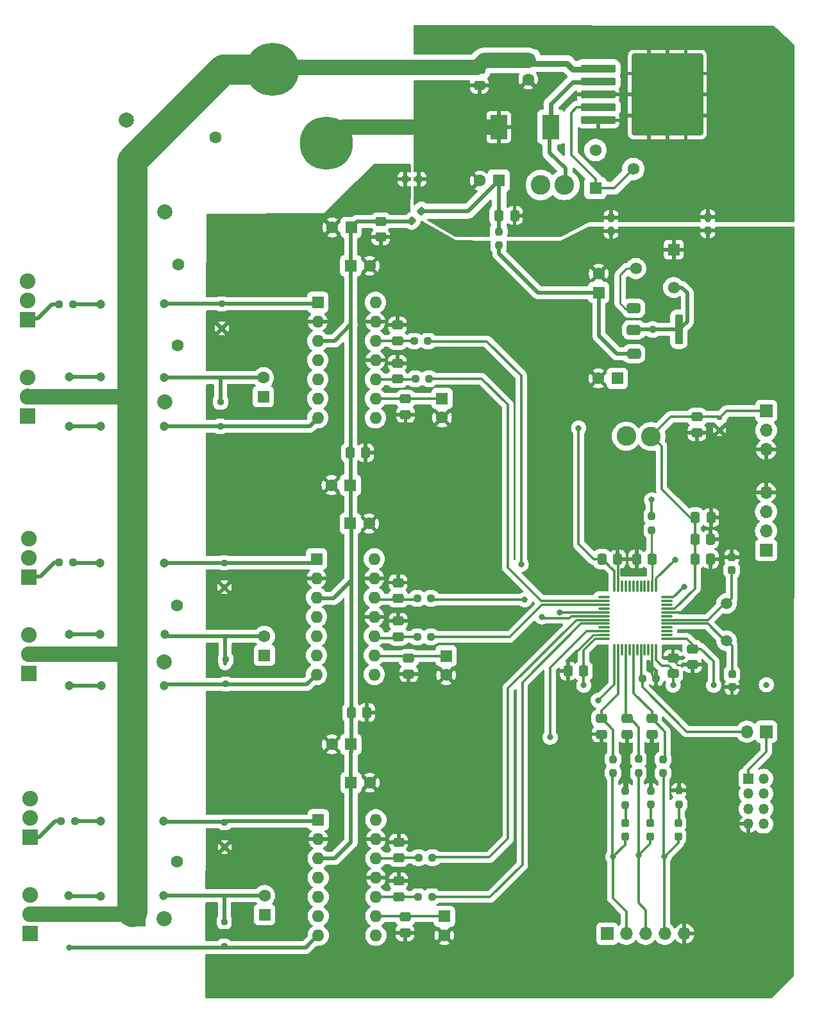
<source format=gbr>
%TF.GenerationSoftware,KiCad,Pcbnew,7.0.9*%
%TF.CreationDate,2024-01-15T08:13:49+05:30*%
%TF.ProjectId,controller_full6,636f6e74-726f-46c6-9c65-725f66756c6c,rev?*%
%TF.SameCoordinates,Original*%
%TF.FileFunction,Copper,L1,Top*%
%TF.FilePolarity,Positive*%
%FSLAX46Y46*%
G04 Gerber Fmt 4.6, Leading zero omitted, Abs format (unit mm)*
G04 Created by KiCad (PCBNEW 7.0.9) date 2024-01-15 08:13:49*
%MOMM*%
%LPD*%
G01*
G04 APERTURE LIST*
G04 Aperture macros list*
%AMRoundRect*
0 Rectangle with rounded corners*
0 $1 Rounding radius*
0 $2 $3 $4 $5 $6 $7 $8 $9 X,Y pos of 4 corners*
0 Add a 4 corners polygon primitive as box body*
4,1,4,$2,$3,$4,$5,$6,$7,$8,$9,$2,$3,0*
0 Add four circle primitives for the rounded corners*
1,1,$1+$1,$2,$3*
1,1,$1+$1,$4,$5*
1,1,$1+$1,$6,$7*
1,1,$1+$1,$8,$9*
0 Add four rect primitives between the rounded corners*
20,1,$1+$1,$2,$3,$4,$5,0*
20,1,$1+$1,$4,$5,$6,$7,0*
20,1,$1+$1,$6,$7,$8,$9,0*
20,1,$1+$1,$8,$9,$2,$3,0*%
%AMRotRect*
0 Rectangle, with rotation*
0 The origin of the aperture is its center*
0 $1 length*
0 $2 width*
0 $3 Rotation angle, in degrees counterclockwise*
0 Add horizontal line*
21,1,$1,$2,0,0,$3*%
G04 Aperture macros list end*
%TA.AperFunction,ComponentPad*%
%ADD10R,1.700000X1.700000*%
%TD*%
%TA.AperFunction,ComponentPad*%
%ADD11O,1.700000X1.700000*%
%TD*%
%TA.AperFunction,SMDPad,CuDef*%
%ADD12RoundRect,0.237500X0.237500X-0.250000X0.237500X0.250000X-0.237500X0.250000X-0.237500X-0.250000X0*%
%TD*%
%TA.AperFunction,ComponentPad*%
%ADD13C,1.500000*%
%TD*%
%TA.AperFunction,SMDPad,CuDef*%
%ADD14RoundRect,0.237500X-0.008839X-0.344715X0.344715X0.008839X0.008839X0.344715X-0.344715X-0.008839X0*%
%TD*%
%TA.AperFunction,ComponentPad*%
%ADD15R,2.000000X2.000000*%
%TD*%
%TA.AperFunction,ComponentPad*%
%ADD16C,2.000000*%
%TD*%
%TA.AperFunction,ComponentPad*%
%ADD17R,1.350000X1.350000*%
%TD*%
%TA.AperFunction,ComponentPad*%
%ADD18O,1.350000X1.350000*%
%TD*%
%TA.AperFunction,ComponentPad*%
%ADD19C,1.600000*%
%TD*%
%TA.AperFunction,SMDPad,CuDef*%
%ADD20RoundRect,0.250000X-0.337500X-0.475000X0.337500X-0.475000X0.337500X0.475000X-0.337500X0.475000X0*%
%TD*%
%TA.AperFunction,SMDPad,CuDef*%
%ADD21RoundRect,0.200747X-0.204547X0.200746X-0.204547X-0.200746X0.204547X-0.200746X0.204547X0.200746X0*%
%TD*%
%TA.AperFunction,SMDPad,CuDef*%
%ADD22RoundRect,0.196500X-0.196499X0.205000X-0.196499X-0.205000X0.196499X-0.205000X0.196499X0.205000X0*%
%TD*%
%TA.AperFunction,SMDPad,CuDef*%
%ADD23RoundRect,0.237500X-0.250000X-0.237500X0.250000X-0.237500X0.250000X0.237500X-0.250000X0.237500X0*%
%TD*%
%TA.AperFunction,SMDPad,CuDef*%
%ADD24RoundRect,0.250000X-0.475000X0.337500X-0.475000X-0.337500X0.475000X-0.337500X0.475000X0.337500X0*%
%TD*%
%TA.AperFunction,SMDPad,CuDef*%
%ADD25RoundRect,0.237500X0.250000X0.237500X-0.250000X0.237500X-0.250000X-0.237500X0.250000X-0.237500X0*%
%TD*%
%TA.AperFunction,ComponentPad*%
%ADD26R,1.600000X1.600000*%
%TD*%
%TA.AperFunction,ComponentPad*%
%ADD27R,2.070000X2.070000*%
%TD*%
%TA.AperFunction,ComponentPad*%
%ADD28C,2.070000*%
%TD*%
%TA.AperFunction,SMDPad,CuDef*%
%ADD29RoundRect,0.250000X0.475000X-0.337500X0.475000X0.337500X-0.475000X0.337500X-0.475000X-0.337500X0*%
%TD*%
%TA.AperFunction,ComponentPad*%
%ADD30R,1.560000X1.560000*%
%TD*%
%TA.AperFunction,ComponentPad*%
%ADD31C,1.560000*%
%TD*%
%TA.AperFunction,SMDPad,CuDef*%
%ADD32RoundRect,0.237500X-0.237500X0.287500X-0.237500X-0.287500X0.237500X-0.287500X0.237500X0.287500X0*%
%TD*%
%TA.AperFunction,SMDPad,CuDef*%
%ADD33RoundRect,0.196500X0.196499X-0.205000X0.196499X0.205000X-0.196499X0.205000X-0.196499X-0.205000X0*%
%TD*%
%TA.AperFunction,SMDPad,CuDef*%
%ADD34RoundRect,0.200747X0.204547X-0.200746X0.204547X0.200746X-0.204547X0.200746X-0.204547X-0.200746X0*%
%TD*%
%TA.AperFunction,ComponentPad*%
%ADD35C,2.600000*%
%TD*%
%TA.AperFunction,SMDPad,CuDef*%
%ADD36RoundRect,0.237500X-0.237500X0.250000X-0.237500X-0.250000X0.237500X-0.250000X0.237500X0.250000X0*%
%TD*%
%TA.AperFunction,SMDPad,CuDef*%
%ADD37R,2.250000X3.200000*%
%TD*%
%TA.AperFunction,ComponentPad*%
%ADD38O,1.600000X1.600000*%
%TD*%
%TA.AperFunction,SMDPad,CuDef*%
%ADD39RoundRect,0.140375X-0.200625X0.140375X-0.200625X-0.140375X0.200625X-0.140375X0.200625X0.140375X0*%
%TD*%
%TA.AperFunction,SMDPad,CuDef*%
%ADD40RoundRect,0.138014X-0.202090X0.138013X-0.202090X-0.138013X0.202090X-0.138013X0.202090X0.138013X0*%
%TD*%
%TA.AperFunction,SMDPad,CuDef*%
%ADD41RoundRect,0.250000X-2.050000X-0.300000X2.050000X-0.300000X2.050000X0.300000X-2.050000X0.300000X0*%
%TD*%
%TA.AperFunction,SMDPad,CuDef*%
%ADD42RoundRect,0.250000X-2.025000X-2.375000X2.025000X-2.375000X2.025000X2.375000X-2.025000X2.375000X0*%
%TD*%
%TA.AperFunction,SMDPad,CuDef*%
%ADD43RoundRect,0.250002X-4.449998X-5.149998X4.449998X-5.149998X4.449998X5.149998X-4.449998X5.149998X0*%
%TD*%
%TA.AperFunction,SMDPad,CuDef*%
%ADD44RoundRect,0.237500X-0.237500X0.300000X-0.237500X-0.300000X0.237500X-0.300000X0.237500X0.300000X0*%
%TD*%
%TA.AperFunction,SMDPad,CuDef*%
%ADD45RoundRect,0.237500X0.237500X-0.300000X0.237500X0.300000X-0.237500X0.300000X-0.237500X-0.300000X0*%
%TD*%
%TA.AperFunction,SMDPad,CuDef*%
%ADD46RoundRect,0.250000X0.337500X0.475000X-0.337500X0.475000X-0.337500X-0.475000X0.337500X-0.475000X0*%
%TD*%
%TA.AperFunction,SMDPad,CuDef*%
%ADD47RoundRect,0.335000X0.571400X-0.335000X0.571400X0.335000X-0.571400X0.335000X-0.571400X-0.335000X0*%
%TD*%
%TA.AperFunction,SMDPad,CuDef*%
%ADD48RoundRect,0.340000X0.582497X-0.339999X0.582497X0.339999X-0.582497X0.339999X-0.582497X-0.339999X0*%
%TD*%
%TA.AperFunction,SMDPad,CuDef*%
%ADD49RoundRect,0.339998X0.567496X-0.339998X0.567496X0.339998X-0.567496X0.339998X-0.567496X-0.339998X0*%
%TD*%
%TA.AperFunction,SMDPad,CuDef*%
%ADD50RoundRect,0.267500X0.267500X-1.717500X0.267500X1.717500X-0.267500X1.717500X-0.267500X-1.717500X0*%
%TD*%
%TA.AperFunction,SMDPad,CuDef*%
%ADD51RoundRect,0.075000X0.662500X0.075000X-0.662500X0.075000X-0.662500X-0.075000X0.662500X-0.075000X0*%
%TD*%
%TA.AperFunction,SMDPad,CuDef*%
%ADD52RoundRect,0.075000X0.075000X0.662500X-0.075000X0.662500X-0.075000X-0.662500X0.075000X-0.662500X0*%
%TD*%
%TA.AperFunction,ComponentPad*%
%ADD53RotRect,2.000000X2.000000X135.000000*%
%TD*%
%TA.AperFunction,ViaPad*%
%ADD54C,0.800000*%
%TD*%
%TA.AperFunction,ViaPad*%
%ADD55C,0.500000*%
%TD*%
%TA.AperFunction,ViaPad*%
%ADD56C,7.000000*%
%TD*%
%TA.AperFunction,ViaPad*%
%ADD57C,1.000000*%
%TD*%
%TA.AperFunction,ViaPad*%
%ADD58C,1.200000*%
%TD*%
%TA.AperFunction,Conductor*%
%ADD59C,0.250000*%
%TD*%
%TA.AperFunction,Conductor*%
%ADD60C,0.500000*%
%TD*%
%TA.AperFunction,Conductor*%
%ADD61C,2.000000*%
%TD*%
%TA.AperFunction,Conductor*%
%ADD62C,4.000000*%
%TD*%
%TA.AperFunction,Conductor*%
%ADD63C,0.300000*%
%TD*%
%TA.AperFunction,Conductor*%
%ADD64C,0.340000*%
%TD*%
%TA.AperFunction,Conductor*%
%ADD65C,0.550000*%
%TD*%
%TA.AperFunction,Conductor*%
%ADD66C,0.400000*%
%TD*%
%TA.AperFunction,Conductor*%
%ADD67C,0.360000*%
%TD*%
%TA.AperFunction,Conductor*%
%ADD68C,0.370000*%
%TD*%
%TA.AperFunction,Conductor*%
%ADD69C,0.270000*%
%TD*%
%TA.AperFunction,Conductor*%
%ADD70C,0.280000*%
%TD*%
%TA.AperFunction,Conductor*%
%ADD71C,0.800000*%
%TD*%
%TA.AperFunction,Conductor*%
%ADD72C,0.700000*%
%TD*%
%TA.AperFunction,Conductor*%
%ADD73C,1.000000*%
%TD*%
%TA.AperFunction,Conductor*%
%ADD74C,0.600000*%
%TD*%
%TA.AperFunction,Conductor*%
%ADD75C,0.350000*%
%TD*%
%TA.AperFunction,Conductor*%
%ADD76C,0.330000*%
%TD*%
G04 APERTURE END LIST*
D10*
%TO.P,J2,1,Pin_1*%
%TO.N,+3.3VA*%
X239500000Y-101400000D03*
D11*
%TO.P,J2,2,Pin_2*%
%TO.N,Net-(J2-Pin_2)*%
X239500000Y-103940000D03*
%TO.P,J2,3,Pin_3*%
%TO.N,GND*%
X239500000Y-106480000D03*
%TD*%
D12*
%TO.P,R30,1*%
%TO.N,GND*%
X219020000Y-77692500D03*
%TO.P,R30,2*%
X219020000Y-75867500D03*
%TD*%
D13*
%TO.P,Y1,1,1*%
%TO.N,Net-(U4-PD0)*%
X234280000Y-131680000D03*
%TO.P,Y1,2,2*%
%TO.N,Net-(U4-PD1)*%
X234280000Y-126780000D03*
%TD*%
D14*
%TO.P,R32,1*%
%TO.N,+12V*%
X192684765Y-76345235D03*
%TO.P,R32,2*%
X193975235Y-75054765D03*
%TD*%
D15*
%TO.P,C53,1*%
%TO.N,+48V*%
X156530000Y-168380000D03*
D16*
%TO.P,C53,2*%
%TO.N,GND*%
X160030000Y-168380000D03*
%TD*%
D17*
%TO.P,J3,1,Pin_1*%
%TO.N,+3.3V*%
X237150000Y-149860000D03*
D18*
%TO.P,J3,2,Pin_2*%
%TO.N,unconnected-(J3-Pin_2-Pad2)*%
X239150000Y-149860000D03*
%TO.P,J3,3,Pin_3*%
%TO.N,/swclk*%
X237150000Y-151860000D03*
%TO.P,J3,4,Pin_4*%
%TO.N,unconnected-(J3-Pin_4-Pad4)*%
X239150000Y-151860000D03*
%TO.P,J3,5,Pin_5*%
%TO.N,/sdio*%
X237150000Y-153860000D03*
%TO.P,J3,6,Pin_6*%
%TO.N,unconnected-(J3-Pin_6-Pad6)*%
X239150000Y-153860000D03*
%TO.P,J3,7,Pin_7*%
%TO.N,GND*%
X237150000Y-155860000D03*
%TO.P,J3,8,Pin_8*%
%TO.N,unconnected-(J3-Pin_8-Pad8)*%
X239150000Y-155860000D03*
%TD*%
D19*
%TO.P,C47,1*%
%TO.N,+48V*%
X156720000Y-127050000D03*
%TO.P,C47,2*%
%TO.N,GND*%
X161720000Y-127050000D03*
%TD*%
D20*
%TO.P,C42,1*%
%TO.N,+12V*%
X204212500Y-75620000D03*
%TO.P,C42,2*%
%TO.N,GND*%
X206287500Y-75620000D03*
%TD*%
D21*
%TO.P,D5,2,A*%
%TO.N,/Gate_Driver_2/SB*%
X168140000Y-134170000D03*
D22*
%TO.P,D5,1,K*%
%TO.N,/Gate_Driver_2/HO_B*%
X168150000Y-137400000D03*
%TD*%
D23*
%TO.P,R28,1*%
%TO.N,GND*%
X191817500Y-70820000D03*
%TO.P,R28,2*%
X193642500Y-70820000D03*
%TD*%
D24*
%TO.P,C5,1*%
%TO.N,GND*%
X190980000Y-163370000D03*
%TO.P,C5,2*%
%TO.N,Net-(U1-HIN)*%
X190980000Y-165445000D03*
%TD*%
D25*
%TO.P,R10,1*%
%TO.N,/Gate_Driver_1/LO_A*%
X148212500Y-155475000D03*
%TO.P,R10,2*%
%TO.N,/Power_Circuit/GLA*%
X146387500Y-155475000D03*
%TD*%
D26*
%TO.P,C9,1*%
%TO.N,Net-(U1-VB)*%
X173272556Y-167807444D03*
D19*
%TO.P,C9,2*%
%TO.N,/Gate_Driver_1/SA*%
X173272556Y-165307444D03*
%TD*%
%TO.P,C50,1*%
%TO.N,+48V*%
X156900000Y-82070000D03*
%TO.P,C50,2*%
%TO.N,GND*%
X161900000Y-82070000D03*
%TD*%
D12*
%TO.P,R26,1*%
%TO.N,Net-(D13-K)*%
X224260000Y-153322500D03*
%TO.P,R26,2*%
%TO.N,GND*%
X224260000Y-151497500D03*
%TD*%
%TO.P,R5,1*%
%TO.N,Net-(D13-A)*%
X222640000Y-149132500D03*
%TO.P,R5,2*%
%TO.N,/hall_g*%
X222640000Y-147307500D03*
%TD*%
D27*
%TO.P,Q6,1,G*%
%TO.N,/Power_Circuit/GLC*%
X141940000Y-89340000D03*
D28*
%TO.P,Q6,2,D*%
%TO.N,/Gate_Driver_3/SC*%
X141940000Y-86800000D03*
%TO.P,Q6,3,S*%
%TO.N,GND*%
X141940000Y-84260000D03*
%TD*%
D26*
%TO.P,C25,1*%
%TO.N,+12V*%
X184710000Y-77180000D03*
D19*
%TO.P,C25,2*%
%TO.N,GND*%
X182210000Y-77180000D03*
%TD*%
D20*
%TO.P,C31,1*%
%TO.N,+3.3VA*%
X230102500Y-120950000D03*
%TO.P,C31,2*%
%TO.N,GND*%
X232177500Y-120950000D03*
%TD*%
D29*
%TO.P,C58,1*%
%TO.N,GND*%
X191890000Y-101857500D03*
%TO.P,C58,2*%
%TO.N,+3.3V*%
X191890000Y-99782500D03*
%TD*%
D27*
%TO.P,Q2,1,G*%
%TO.N,/Power_Circuit/GLA*%
X142330000Y-157600000D03*
D28*
%TO.P,Q2,2,D*%
%TO.N,/Gate_Driver_1/SA*%
X142330000Y-155060000D03*
%TO.P,Q2,3,S*%
%TO.N,GND*%
X142330000Y-152520000D03*
%TD*%
D24*
%TO.P,C3,1*%
%TO.N,/hall_y*%
X217740000Y-141942500D03*
%TO.P,C3,2*%
%TO.N,GND*%
X217740000Y-144017500D03*
%TD*%
%TO.P,C22,1*%
%TO.N,GND*%
X190827444Y-90067556D03*
%TO.P,C22,2*%
%TO.N,Net-(U3-LIN)*%
X190827444Y-92142556D03*
%TD*%
D30*
%TO.P,RV1,1,1*%
%TO.N,Net-(U5-FB)*%
X216970000Y-71990000D03*
D31*
%TO.P,RV1,2,2*%
X221970000Y-69490000D03*
%TO.P,RV1,3,3*%
%TO.N,+12V*%
X216970000Y-66990000D03*
%TD*%
D32*
%TO.P,D11,1,K*%
%TO.N,Net-(D11-K)*%
X227890000Y-155737500D03*
%TO.P,D11,2,A*%
%TO.N,Net-(D11-A)*%
X227890000Y-157487500D03*
%TD*%
D20*
%TO.P,C12,1*%
%TO.N,+12V*%
X184712500Y-141175000D03*
%TO.P,C12,2*%
%TO.N,GND*%
X186787500Y-141175000D03*
%TD*%
D19*
%TO.P,C17,2*%
%TO.N,/Gate_Driver_2/SB*%
X173250000Y-131120000D03*
D26*
%TO.P,C17,1*%
%TO.N,Net-(U2-VB)*%
X173250000Y-133620000D03*
%TD*%
%TO.P,C7,1*%
%TO.N,+3.3V*%
X197012556Y-168047444D03*
D19*
%TO.P,C7,2*%
%TO.N,GND*%
X197012556Y-170547444D03*
%TD*%
D24*
%TO.P,C21,1*%
%TO.N,GND*%
X190820000Y-95092500D03*
%TO.P,C21,2*%
%TO.N,Net-(U3-HIN)*%
X190820000Y-97167500D03*
%TD*%
D26*
%TO.P,C18,1*%
%TO.N,+12V*%
X184605113Y-111170000D03*
D19*
%TO.P,C18,2*%
%TO.N,GND*%
X182105113Y-111170000D03*
%TD*%
D12*
%TO.P,R27,1*%
%TO.N,Net-(D12-K)*%
X220920000Y-153332500D03*
%TO.P,R27,2*%
%TO.N,GND*%
X220920000Y-151507500D03*
%TD*%
D23*
%TO.P,R12,1*%
%TO.N,Net-(U2-HIN)*%
X193420000Y-131200224D03*
%TO.P,R12,2*%
%TO.N,/stm32f103/Ghb*%
X195245000Y-131200224D03*
%TD*%
D10*
%TO.P,J4,1,Pin_1*%
%TO.N,+3.3V*%
X239500000Y-143685000D03*
D11*
%TO.P,J4,2,Pin_2*%
%TO.N,Net-(J4-Pin_2)*%
X236960000Y-143685000D03*
%TD*%
D33*
%TO.P,D1,1,K*%
%TO.N,/Gate_Driver_1/LO_A*%
X168000000Y-155680000D03*
D34*
%TO.P,D1,2,A*%
%TO.N,GND*%
X168010000Y-158910000D03*
%TD*%
D23*
%TO.P,R13,1*%
%TO.N,Net-(U2-LIN)*%
X193420000Y-126120224D03*
%TO.P,R13,2*%
%TO.N,/stm32f103/Glb*%
X195245000Y-126120224D03*
%TD*%
D35*
%TO.P,L2,1,1*%
%TO.N,Net-(D10-K)*%
X212860000Y-71580000D03*
%TO.P,L2,2,2*%
%TO.N,+12V*%
X209740000Y-71590000D03*
%TD*%
D36*
%TO.P,R31,1*%
%TO.N,GND*%
X231800000Y-75777500D03*
%TO.P,R31,2*%
X231800000Y-77602500D03*
%TD*%
D24*
%TO.P,C28,1*%
%TO.N,+12V*%
X188600000Y-76387500D03*
%TO.P,C28,2*%
%TO.N,GND*%
X188600000Y-78462500D03*
%TD*%
D27*
%TO.P,Q5,1,G*%
%TO.N,/Power_Circuit/GHC*%
X141950000Y-102036026D03*
D28*
%TO.P,Q5,2,D*%
%TO.N,+48V*%
X141950000Y-99496026D03*
%TO.P,Q5,3,S*%
%TO.N,/Gate_Driver_3/SC*%
X141950000Y-96956026D03*
%TD*%
D12*
%TO.P,R6,1*%
%TO.N,Net-(D12-A)*%
X219290000Y-149142500D03*
%TO.P,R6,2*%
%TO.N,/hall_y*%
X219290000Y-147317500D03*
%TD*%
D26*
%TO.P,C10,1*%
%TO.N,+12V*%
X184660000Y-145350000D03*
D19*
%TO.P,C10,2*%
%TO.N,GND*%
X182160000Y-145350000D03*
%TD*%
D15*
%TO.P,C55,1*%
%TO.N,+48V*%
X156570000Y-75120000D03*
D16*
%TO.P,C55,2*%
%TO.N,GND*%
X160070000Y-75120000D03*
%TD*%
D37*
%TO.P,D10,1,K*%
%TO.N,Net-(D10-K)*%
X211100000Y-63940000D03*
%TO.P,D10,2,A*%
%TO.N,GND*%
X204200000Y-63940000D03*
%TD*%
D35*
%TO.P,L1,1*%
%TO.N,+3.3V*%
X221030000Y-104710000D03*
%TO.P,L1,2*%
%TO.N,+3.3VA*%
X224320000Y-104760000D03*
%TD*%
D26*
%TO.P,C40,1*%
%TO.N,+48V*%
X208100000Y-55180000D03*
D19*
%TO.P,C40,2*%
%TO.N,GND*%
X208100000Y-57680000D03*
%TD*%
D28*
%TO.P,Q4,3,S*%
%TO.N,GND*%
X142110000Y-118210000D03*
%TO.P,Q4,2,D*%
%TO.N,/Gate_Driver_2/SB*%
X142110000Y-120750000D03*
D27*
%TO.P,Q4,1,G*%
%TO.N,/Power_Circuit/GLB*%
X142110000Y-123290000D03*
%TD*%
D20*
%TO.P,C4,1*%
%TO.N,GND*%
X222392500Y-120940000D03*
%TO.P,C4,2*%
%TO.N,/THROTTLE*%
X224467500Y-120940000D03*
%TD*%
D26*
%TO.P,U1,1,LO*%
%TO.N,/Gate_Driver_1/LO_A*%
X180352556Y-155307444D03*
D38*
%TO.P,U1,2,COM*%
%TO.N,GND*%
X180352556Y-157847444D03*
%TO.P,U1,3,VCC*%
%TO.N,+12V*%
X180352556Y-160387444D03*
%TO.P,U1,4,NC*%
%TO.N,unconnected-(U1-NC-Pad4)*%
X180352556Y-162927444D03*
%TO.P,U1,5,VS*%
%TO.N,/Gate_Driver_1/SA*%
X180352556Y-165467444D03*
%TO.P,U1,6,VB*%
%TO.N,Net-(U1-VB)*%
X180352556Y-168007444D03*
%TO.P,U1,7,HO*%
%TO.N,/Gate_Driver_1/HO_A*%
X180352556Y-170547444D03*
%TO.P,U1,8,NC*%
%TO.N,unconnected-(U1-NC-Pad8)*%
X187972556Y-170547444D03*
%TO.P,U1,9,VDD*%
%TO.N,+3.3V*%
X187972556Y-168007444D03*
%TO.P,U1,10,HIN*%
%TO.N,Net-(U1-HIN)*%
X187972556Y-165467444D03*
%TO.P,U1,11,SD*%
%TO.N,GND*%
X187972556Y-162927444D03*
%TO.P,U1,12,LIN*%
%TO.N,Net-(U1-LIN)*%
X187972556Y-160387444D03*
%TO.P,U1,13,VSS*%
%TO.N,GND*%
X187972556Y-157847444D03*
%TO.P,U1,14,NC*%
%TO.N,unconnected-(U1-NC-Pad14)*%
X187972556Y-155307444D03*
%TD*%
D10*
%TO.P,J5,1,Pin_1*%
%TO.N,+3.3V*%
X239490000Y-119760000D03*
D11*
%TO.P,J5,2,Pin_2*%
%TO.N,/stm32f103/TX*%
X239490000Y-117220000D03*
%TO.P,J5,3,Pin_3*%
%TO.N,/stm32f103/RX*%
X239490000Y-114680000D03*
%TO.P,J5,4,Pin_4*%
%TO.N,GND*%
X239490000Y-112140000D03*
%TD*%
D12*
%TO.P,R4,1*%
%TO.N,Net-(D11-A)*%
X225890000Y-149172500D03*
%TO.P,R4,2*%
%TO.N,/hall_b*%
X225890000Y-147347500D03*
%TD*%
D15*
%TO.P,C51,1*%
%TO.N,+48V*%
X156610000Y-100170000D03*
D16*
%TO.P,C51,2*%
%TO.N,GND*%
X160110000Y-100170000D03*
%TD*%
D26*
%TO.P,C16,1*%
%TO.N,+12V*%
X184584888Y-116240000D03*
D19*
%TO.P,C16,2*%
%TO.N,GND*%
X187084888Y-116240000D03*
%TD*%
D15*
%TO.P,C52,1*%
%TO.N,+48V*%
X156550000Y-134520000D03*
D16*
%TO.P,C52,2*%
%TO.N,GND*%
X160050000Y-134520000D03*
%TD*%
D23*
%TO.P,R16,1*%
%TO.N,Net-(U3-HIN)*%
X193170000Y-97150000D03*
%TO.P,R16,2*%
%TO.N,/stm32f103/Ghc*%
X194995000Y-97150000D03*
%TD*%
%TO.P,R8,1*%
%TO.N,Net-(U1-HIN)*%
X193542556Y-165447444D03*
%TO.P,R8,2*%
%TO.N,/stm32f103/Gha*%
X195367556Y-165447444D03*
%TD*%
D32*
%TO.P,D13,1,K*%
%TO.N,Net-(D13-K)*%
X224230000Y-155767500D03*
%TO.P,D13,2,A*%
%TO.N,Net-(D13-A)*%
X224230000Y-157517500D03*
%TD*%
D24*
%TO.P,C1,1*%
%TO.N,/hall_b*%
X224420000Y-141972500D03*
%TO.P,C1,2*%
%TO.N,GND*%
X224420000Y-144047500D03*
%TD*%
D26*
%TO.P,U3,1,LO*%
%TO.N,/Gate_Driver_3/LO_C*%
X180300000Y-87066250D03*
D38*
%TO.P,U3,2,COM*%
%TO.N,GND*%
X180300000Y-89606250D03*
%TO.P,U3,3,VCC*%
%TO.N,+12V*%
X180300000Y-92146250D03*
%TO.P,U3,4,NC*%
%TO.N,unconnected-(U3-NC-Pad4)*%
X180300000Y-94686250D03*
%TO.P,U3,5,VS*%
%TO.N,/Gate_Driver_3/SC*%
X180300000Y-97226250D03*
%TO.P,U3,6,VB*%
%TO.N,Net-(U3-VB)*%
X180300000Y-99766250D03*
%TO.P,U3,7,HO*%
%TO.N,/Gate_Driver_3/HO_C*%
X180300000Y-102306250D03*
%TO.P,U3,8,NC*%
%TO.N,unconnected-(U3-NC-Pad8)*%
X187920000Y-102306250D03*
%TO.P,U3,9,VDD*%
%TO.N,+3.3V*%
X187920000Y-99766250D03*
%TO.P,U3,10,HIN*%
%TO.N,Net-(U3-HIN)*%
X187920000Y-97226250D03*
%TO.P,U3,11,SD*%
%TO.N,GND*%
X187920000Y-94686250D03*
%TO.P,U3,12,LIN*%
%TO.N,Net-(U3-LIN)*%
X187920000Y-92146250D03*
%TO.P,U3,13,VSS*%
%TO.N,GND*%
X187920000Y-89606250D03*
%TO.P,U3,14,NC*%
%TO.N,unconnected-(U3-NC-Pad14)*%
X187920000Y-87066250D03*
%TD*%
D23*
%TO.P,R20,1*%
%TO.N,Net-(J4-Pin_2)*%
X223147500Y-136670000D03*
%TO.P,R20,2*%
%TO.N,GND*%
X224972500Y-136670000D03*
%TD*%
D25*
%TO.P,R18,1*%
%TO.N,/Gate_Driver_3/LO_C*%
X147987500Y-87300000D03*
%TO.P,R18,2*%
%TO.N,/Power_Circuit/GLC*%
X146162500Y-87300000D03*
%TD*%
D29*
%TO.P,C11,1*%
%TO.N,GND*%
X191832556Y-170214944D03*
%TO.P,C11,2*%
%TO.N,+3.3V*%
X191832556Y-168139944D03*
%TD*%
D23*
%TO.P,R9,1*%
%TO.N,Net-(U1-LIN)*%
X193612556Y-160297444D03*
%TO.P,R9,2*%
%TO.N,/stm32f103/Gla*%
X195437556Y-160297444D03*
%TD*%
D12*
%TO.P,R7,1*%
%TO.N,/THROTTLE*%
X224390000Y-117105000D03*
%TO.P,R7,2*%
%TO.N,Net-(J2-Pin_2)*%
X224390000Y-115280000D03*
%TD*%
D22*
%TO.P,D8,1,K*%
%TO.N,/Gate_Driver_3/HO_C*%
X167460000Y-103420000D03*
D21*
%TO.P,D8,2,A*%
%TO.N,/Gate_Driver_3/SC*%
X167450000Y-100190000D03*
%TD*%
D24*
%TO.P,C2,1*%
%TO.N,/hall_g*%
X221110000Y-141972500D03*
%TO.P,C2,2*%
%TO.N,GND*%
X221110000Y-144047500D03*
%TD*%
D22*
%TO.P,D2,1,K*%
%TO.N,/Gate_Driver_1/HO_A*%
X167950000Y-171980000D03*
D21*
%TO.P,D2,2,A*%
%TO.N,/Gate_Driver_1/SA*%
X167940000Y-168750000D03*
%TD*%
D39*
%TO.P,Z1,1*%
%TO.N,+3.3VA*%
X233370000Y-102280000D03*
D40*
%TO.P,Z1,2*%
%TO.N,GND*%
X233370000Y-103926778D03*
%TD*%
D26*
%TO.P,C41,1*%
%TO.N,+12V*%
X204192380Y-71030000D03*
D19*
%TO.P,C41,2*%
%TO.N,GND*%
X201692380Y-71030000D03*
%TD*%
D12*
%TO.P,R25,1*%
%TO.N,Net-(D11-K)*%
X227990000Y-153252500D03*
%TO.P,R25,2*%
%TO.N,GND*%
X227990000Y-151427500D03*
%TD*%
D26*
%TO.P,C45,1*%
%TO.N,+3.3V*%
X219840000Y-97090000D03*
D19*
%TO.P,C45,2*%
%TO.N,GND*%
X217340000Y-97090000D03*
%TD*%
D10*
%TO.P,J1,1,Pin_1*%
%TO.N,+3.3V*%
X218510000Y-170340000D03*
D11*
%TO.P,J1,2,Pin_2*%
%TO.N,Net-(D12-A)*%
X221050000Y-170340000D03*
%TO.P,J1,3,Pin_3*%
%TO.N,Net-(D13-A)*%
X223590000Y-170340000D03*
%TO.P,J1,4,Pin_4*%
%TO.N,Net-(D11-A)*%
X226130000Y-170340000D03*
%TO.P,J1,5,Pin_5*%
%TO.N,GND*%
X228670000Y-170340000D03*
%TD*%
D20*
%TO.P,C34,1*%
%TO.N,GND*%
X213332500Y-135680000D03*
%TO.P,C34,2*%
%TO.N,+3.3V*%
X215407500Y-135680000D03*
%TD*%
D38*
%TO.P,U2,14,NC*%
%TO.N,unconnected-(U2-NC-Pad14)*%
X187770000Y-120905000D03*
%TO.P,U2,13,VSS*%
%TO.N,GND*%
X187770000Y-123445000D03*
%TO.P,U2,12,LIN*%
%TO.N,Net-(U2-LIN)*%
X187770000Y-125985000D03*
%TO.P,U2,11,SD*%
%TO.N,GND*%
X187770000Y-128525000D03*
%TO.P,U2,10,HIN*%
%TO.N,Net-(U2-HIN)*%
X187770000Y-131065000D03*
%TO.P,U2,9,VDD*%
%TO.N,+3.3V*%
X187770000Y-133605000D03*
%TO.P,U2,8,NC*%
%TO.N,unconnected-(U2-NC-Pad8)*%
X187770000Y-136145000D03*
%TO.P,U2,7,HO*%
%TO.N,/Gate_Driver_2/HO_B*%
X180150000Y-136145000D03*
%TO.P,U2,6,VB*%
%TO.N,Net-(U2-VB)*%
X180150000Y-133605000D03*
%TO.P,U2,5,VS*%
%TO.N,/Gate_Driver_2/SB*%
X180150000Y-131065000D03*
%TO.P,U2,4,NC*%
%TO.N,unconnected-(U2-NC-Pad4)*%
X180150000Y-128525000D03*
%TO.P,U2,3,VCC*%
%TO.N,+12V*%
X180150000Y-125985000D03*
%TO.P,U2,2,COM*%
%TO.N,GND*%
X180150000Y-123445000D03*
D26*
%TO.P,U2,1,LO*%
%TO.N,/Gate_Driver_2/LO_B*%
X180150000Y-120905000D03*
%TD*%
%TO.P,C8,1*%
%TO.N,+12V*%
X184684888Y-150410000D03*
D19*
%TO.P,C8,2*%
%TO.N,GND*%
X187184888Y-150410000D03*
%TD*%
D24*
%TO.P,C13,1*%
%TO.N,GND*%
X190927444Y-129105280D03*
%TO.P,C13,2*%
%TO.N,Net-(U2-HIN)*%
X190927444Y-131180280D03*
%TD*%
D29*
%TO.P,C19,1*%
%TO.N,GND*%
X192310000Y-136067500D03*
%TO.P,C19,2*%
%TO.N,+3.3V*%
X192310000Y-133992500D03*
%TD*%
D30*
%TO.P,RV2,1,1*%
%TO.N,GND*%
X227290000Y-80107500D03*
D31*
%TO.P,RV2,2,2*%
%TO.N,Net-(U6-ADJ)*%
X222290000Y-82607500D03*
%TO.P,RV2,3,3*%
%TO.N,+3.3V*%
X227290000Y-85107500D03*
%TD*%
D36*
%TO.P,R29,1*%
%TO.N,+12V*%
X204180000Y-77727500D03*
%TO.P,R29,2*%
X204180000Y-79552500D03*
%TD*%
D20*
%TO.P,C20,1*%
%TO.N,+12V*%
X184562500Y-106900000D03*
%TO.P,C20,2*%
%TO.N,GND*%
X186637500Y-106900000D03*
%TD*%
D29*
%TO.P,C6,1*%
%TO.N,Net-(U1-LIN)*%
X190980000Y-160317500D03*
%TO.P,C6,2*%
%TO.N,GND*%
X190980000Y-158242500D03*
%TD*%
D24*
%TO.P,C32,1*%
%TO.N,GND*%
X227200000Y-133962500D03*
%TO.P,C32,2*%
%TO.N,+3.3V*%
X227200000Y-136037500D03*
%TD*%
D27*
%TO.P,Q1,1,G*%
%TO.N,/Power_Circuit/GHA*%
X142330000Y-170300000D03*
D28*
%TO.P,Q1,2,D*%
%TO.N,+48V*%
X142330000Y-167760000D03*
%TO.P,Q1,3,S*%
%TO.N,/Gate_Driver_1/SA*%
X142330000Y-165220000D03*
%TD*%
D29*
%TO.P,C35,1*%
%TO.N,GND*%
X229790000Y-134857500D03*
%TO.P,C35,2*%
%TO.N,+3.3V*%
X229790000Y-132782500D03*
%TD*%
D20*
%TO.P,C36,1*%
%TO.N,+3.3VA*%
X230132500Y-115450000D03*
%TO.P,C36,2*%
%TO.N,GND*%
X232207500Y-115450000D03*
%TD*%
D41*
%TO.P,U5,1,VIN*%
%TO.N,+48V*%
X217315000Y-56270000D03*
%TO.P,U5,2,OUT*%
%TO.N,Net-(D10-K)*%
X217315000Y-57970000D03*
%TO.P,U5,3,GND*%
%TO.N,GND*%
X217315000Y-59670000D03*
D42*
X224040000Y-56895000D03*
X224040000Y-62445000D03*
D43*
X226465000Y-59670000D03*
D42*
X228890000Y-56895000D03*
X228890000Y-62445000D03*
D41*
%TO.P,U5,4,FB*%
%TO.N,Net-(U5-FB)*%
X217315000Y-61370000D03*
%TO.P,U5,5,~{ON}/OFF*%
%TO.N,GND*%
X217315000Y-63070000D03*
%TD*%
D44*
%TO.P,C29,1*%
%TO.N,Net-(U4-PD0)*%
X234990000Y-136080000D03*
%TO.P,C29,2*%
%TO.N,GND*%
X234990000Y-137805000D03*
%TD*%
D26*
%TO.P,C27,1*%
%TO.N,+12V*%
X184654888Y-82250000D03*
D19*
%TO.P,C27,2*%
%TO.N,GND*%
X187154888Y-82250000D03*
%TD*%
D25*
%TO.P,R15,1*%
%TO.N,/Gate_Driver_2/LO_B*%
X147987500Y-121400000D03*
%TO.P,R15,2*%
%TO.N,/Power_Circuit/GLB*%
X146162500Y-121400000D03*
%TD*%
D24*
%TO.P,C37,1*%
%TO.N,+3.3VA*%
X230370000Y-102172500D03*
%TO.P,C37,2*%
%TO.N,GND*%
X230370000Y-104247500D03*
%TD*%
D32*
%TO.P,D12,1,K*%
%TO.N,Net-(D12-K)*%
X220850000Y-155775000D03*
%TO.P,D12,2,A*%
%TO.N,Net-(D12-A)*%
X220850000Y-157525000D03*
%TD*%
D45*
%TO.P,C30,1*%
%TO.N,Net-(U4-PD1)*%
X234960000Y-122392500D03*
%TO.P,C30,2*%
%TO.N,GND*%
X234960000Y-120667500D03*
%TD*%
D28*
%TO.P,Q3,3,S*%
%TO.N,/Gate_Driver_2/SB*%
X142160000Y-130900000D03*
%TO.P,Q3,2,D*%
%TO.N,+48V*%
X142160000Y-133440000D03*
D27*
%TO.P,Q3,1,G*%
%TO.N,/Power_Circuit/GHB*%
X142160000Y-135980000D03*
%TD*%
D33*
%TO.P,D4,1,K*%
%TO.N,/Gate_Driver_2/LO_B*%
X167960000Y-121412000D03*
D34*
%TO.P,D4,2,A*%
%TO.N,GND*%
X167970000Y-124642000D03*
%TD*%
D19*
%TO.P,C46,1*%
%TO.N,+48V*%
X156810000Y-92720000D03*
%TO.P,C46,2*%
%TO.N,GND*%
X161810000Y-92720000D03*
%TD*%
D46*
%TO.P,C33,1*%
%TO.N,GND*%
X219907500Y-120930000D03*
%TO.P,C33,2*%
%TO.N,+3.3V*%
X217832500Y-120930000D03*
%TD*%
D24*
%TO.P,C14,1*%
%TO.N,GND*%
X190907444Y-124035280D03*
%TO.P,C14,2*%
%TO.N,Net-(U2-LIN)*%
X190907444Y-126110280D03*
%TD*%
D47*
%TO.P,U6,1,ADJ*%
%TO.N,+12V*%
X222038600Y-93845000D03*
D48*
%TO.P,U6,2,VO*%
%TO.N,+3.3V*%
X222022503Y-90704999D03*
D49*
%TO.P,U6,3,VI*%
%TO.N,Net-(U6-ADJ)*%
X222027506Y-87855004D03*
D50*
%TO.P,U6,4*%
%TO.N,+3.3V*%
X227980000Y-90630000D03*
%TD*%
D51*
%TO.P,U4,1,VBAT*%
%TO.N,+3.3V*%
X226382500Y-131450000D03*
%TO.P,U4,2,PC13*%
%TO.N,unconnected-(U4-PC13-Pad2)*%
X226382500Y-130950000D03*
%TO.P,U4,3,PC14*%
%TO.N,unconnected-(U4-PC14-Pad3)*%
X226382500Y-130450000D03*
%TO.P,U4,4,PC15*%
%TO.N,unconnected-(U4-PC15-Pad4)*%
X226382500Y-129950000D03*
%TO.P,U4,5,PD0*%
%TO.N,Net-(U4-PD0)*%
X226382500Y-129450000D03*
%TO.P,U4,6,PD1*%
%TO.N,Net-(U4-PD1)*%
X226382500Y-128950000D03*
%TO.P,U4,7,NRST*%
%TO.N,unconnected-(U4-NRST-Pad7)*%
X226382500Y-128450000D03*
%TO.P,U4,8,VSSA*%
%TO.N,GND*%
X226382500Y-127950000D03*
%TO.P,U4,9,VDDA*%
%TO.N,+3.3VA*%
X226382500Y-127450000D03*
%TO.P,U4,10,PA0*%
%TO.N,unconnected-(U4-PA0-Pad10)*%
X226382500Y-126950000D03*
%TO.P,U4,11,PA1*%
%TO.N,unconnected-(U4-PA1-Pad11)*%
X226382500Y-126450000D03*
%TO.P,U4,12,PA2*%
%TO.N,/stm32f103/TX*%
X226382500Y-125950000D03*
D52*
%TO.P,U4,13,PA3*%
%TO.N,/stm32f103/RX*%
X224970000Y-124537500D03*
%TO.P,U4,14,PA4*%
%TO.N,/THROTTLE*%
X224470000Y-124537500D03*
%TO.P,U4,15,PA5*%
%TO.N,unconnected-(U4-PA5-Pad15)*%
X223970000Y-124537500D03*
%TO.P,U4,16,PA6*%
%TO.N,unconnected-(U4-PA6-Pad16)*%
X223470000Y-124537500D03*
%TO.P,U4,17,PA7*%
%TO.N,unconnected-(U4-PA7-Pad17)*%
X222970000Y-124537500D03*
%TO.P,U4,18,PB0*%
%TO.N,unconnected-(U4-PB0-Pad18)*%
X222470000Y-124537500D03*
%TO.P,U4,19,PB1*%
%TO.N,unconnected-(U4-PB1-Pad19)*%
X221970000Y-124537500D03*
%TO.P,U4,20,PB2*%
%TO.N,unconnected-(U4-PB2-Pad20)*%
X221470000Y-124537500D03*
%TO.P,U4,21,PB10*%
%TO.N,unconnected-(U4-PB10-Pad21)*%
X220970000Y-124537500D03*
%TO.P,U4,22,PB11*%
%TO.N,unconnected-(U4-PB11-Pad22)*%
X220470000Y-124537500D03*
%TO.P,U4,23,VSS*%
%TO.N,GND*%
X219970000Y-124537500D03*
%TO.P,U4,24,VDD*%
%TO.N,+3.3V*%
X219470000Y-124537500D03*
D51*
%TO.P,U4,25,PB12*%
%TO.N,unconnected-(U4-PB12-Pad25)*%
X218057500Y-125950000D03*
%TO.P,U4,26,PB13*%
%TO.N,/stm32f103/Ghc*%
X218057500Y-126450000D03*
%TO.P,U4,27,PB14*%
%TO.N,/stm32f103/Ghb*%
X218057500Y-126950000D03*
%TO.P,U4,28,PB15*%
%TO.N,unconnected-(U4-PB15-Pad28)*%
X218057500Y-127450000D03*
%TO.P,U4,29,PA8*%
%TO.N,/stm32f103/Glc*%
X218057500Y-127950000D03*
%TO.P,U4,30,PA9*%
%TO.N,/stm32f103/Glb*%
X218057500Y-128450000D03*
%TO.P,U4,31,PA10*%
%TO.N,/stm32f103/Gla*%
X218057500Y-128950000D03*
%TO.P,U4,32,PA11*%
%TO.N,/stm32f103/Gha*%
X218057500Y-129450000D03*
%TO.P,U4,33,PA12*%
%TO.N,unconnected-(U4-PA12-Pad33)*%
X218057500Y-129950000D03*
%TO.P,U4,34,PA13*%
%TO.N,/sdio*%
X218057500Y-130450000D03*
%TO.P,U4,35,VSS*%
%TO.N,GND*%
X218057500Y-130950000D03*
%TO.P,U4,36,VDD*%
%TO.N,+3.3V*%
X218057500Y-131450000D03*
D52*
%TO.P,U4,37,PA14*%
%TO.N,/swclk*%
X219470000Y-132862500D03*
%TO.P,U4,38,PA15*%
%TO.N,/hall_y*%
X219970000Y-132862500D03*
%TO.P,U4,39,PB3*%
%TO.N,unconnected-(U4-PB3-Pad39)*%
X220470000Y-132862500D03*
%TO.P,U4,40,PB4*%
%TO.N,/hall_g*%
X220970000Y-132862500D03*
%TO.P,U4,41,PB5*%
%TO.N,unconnected-(U4-PB5-Pad41)*%
X221470000Y-132862500D03*
%TO.P,U4,42,PB6*%
%TO.N,/hall_b*%
X221970000Y-132862500D03*
%TO.P,U4,43,PB7*%
%TO.N,unconnected-(U4-PB7-Pad43)*%
X222470000Y-132862500D03*
%TO.P,U4,44,BOOT0*%
%TO.N,Net-(J4-Pin_2)*%
X222970000Y-132862500D03*
%TO.P,U4,45,PB8*%
%TO.N,unconnected-(U4-PB8-Pad45)*%
X223470000Y-132862500D03*
%TO.P,U4,46,PB9*%
%TO.N,unconnected-(U4-PB9-Pad46)*%
X223970000Y-132862500D03*
%TO.P,U4,47,VSS*%
%TO.N,GND*%
X224470000Y-132862500D03*
%TO.P,U4,48,VDD*%
%TO.N,+3.3V*%
X224970000Y-132862500D03*
%TD*%
D26*
%TO.P,C24,1*%
%TO.N,Net-(U3-VB)*%
X173120000Y-99516250D03*
D19*
%TO.P,C24,2*%
%TO.N,/Gate_Driver_3/SC*%
X173120000Y-97016250D03*
%TD*%
D26*
%TO.P,C15,1*%
%TO.N,+3.3V*%
X197260000Y-133710224D03*
D19*
%TO.P,C15,2*%
%TO.N,GND*%
X197260000Y-136210224D03*
%TD*%
D24*
%TO.P,C39,1*%
%TO.N,+48V*%
X201640000Y-56372500D03*
%TO.P,C39,2*%
%TO.N,GND*%
X201640000Y-58447500D03*
%TD*%
D20*
%TO.P,C38,1*%
%TO.N,+3.3VA*%
X230102500Y-118310000D03*
%TO.P,C38,2*%
%TO.N,GND*%
X232177500Y-118310000D03*
%TD*%
D26*
%TO.P,C44,1*%
%TO.N,+12V*%
X217402502Y-85777500D03*
D19*
%TO.P,C44,2*%
%TO.N,GND*%
X217402502Y-83277500D03*
%TD*%
D26*
%TO.P,C23,1*%
%TO.N,+3.3V*%
X196700000Y-99756250D03*
D19*
%TO.P,C23,2*%
%TO.N,GND*%
X196700000Y-102256250D03*
%TD*%
%TO.P,C49,1*%
%TO.N,+48V*%
X163282233Y-61742233D03*
%TO.P,C49,2*%
%TO.N,GND*%
X166817767Y-65277767D03*
%TD*%
%TO.P,C48,1*%
%TO.N,+48V*%
X156710000Y-160830000D03*
%TO.P,C48,2*%
%TO.N,GND*%
X161710000Y-160830000D03*
%TD*%
D33*
%TO.P,D7,1,K*%
%TO.N,/Gate_Driver_3/LO_C*%
X167620000Y-87280000D03*
D34*
%TO.P,D7,2,A*%
%TO.N,GND*%
X167630000Y-90510000D03*
%TD*%
D23*
%TO.P,R17,1*%
%TO.N,Net-(U3-LIN)*%
X193030000Y-92180000D03*
%TO.P,R17,2*%
%TO.N,/stm32f103/Glc*%
X194855000Y-92180000D03*
%TD*%
D53*
%TO.P,C54,1*%
%TO.N,+48V*%
X157524874Y-65544874D03*
D16*
%TO.P,C54,2*%
%TO.N,GND*%
X155050000Y-63070000D03*
%TD*%
D54*
%TO.N,GND*%
X218680000Y-69330000D03*
X182000000Y-161740000D03*
X181830000Y-127520000D03*
X181970000Y-93670000D03*
X219380000Y-89440000D03*
X197500000Y-94710000D03*
X220000000Y-112350000D03*
X188370000Y-72690000D03*
X199060000Y-77330000D03*
X208700000Y-177030000D03*
X207240000Y-177000000D03*
X205630000Y-177030000D03*
X204050000Y-177030000D03*
X202500000Y-177040000D03*
X211290000Y-77170000D03*
X211040000Y-81930000D03*
X207390000Y-65740000D03*
X197510000Y-69860000D03*
X196380000Y-69860000D03*
X197490000Y-68710000D03*
X196360000Y-68710000D03*
X193840000Y-111720000D03*
X211250000Y-96310000D03*
X215570000Y-154590000D03*
X233960000Y-70230000D03*
X211170000Y-112970000D03*
X169780000Y-115410000D03*
X177190000Y-112660000D03*
X192020000Y-103770000D03*
X239570000Y-67360000D03*
X173390000Y-79080000D03*
X237170000Y-60340000D03*
X238270000Y-70070000D03*
X193840000Y-116950000D03*
X235870000Y-59140000D03*
D55*
X227900000Y-56460000D03*
D54*
X221110000Y-148150000D03*
X177240000Y-116740000D03*
X238350000Y-57920000D03*
D55*
X220680000Y-59670000D03*
D54*
X235910000Y-54380000D03*
D55*
X224630000Y-56470000D03*
D54*
X175550000Y-150170000D03*
X169800000Y-81830000D03*
X239540000Y-72950000D03*
X237170000Y-65900000D03*
X237800000Y-90110000D03*
X171580000Y-116700000D03*
X211250000Y-93430000D03*
X232720000Y-177090000D03*
X171640000Y-147340000D03*
X235910000Y-61590000D03*
X237120000Y-54430000D03*
X211260000Y-91980000D03*
X175410000Y-111390000D03*
X173420000Y-80590000D03*
X179040000Y-77840000D03*
D55*
X227890000Y-62010000D03*
D54*
X235840000Y-67330000D03*
X235880000Y-55660000D03*
X179130000Y-146140000D03*
X211260000Y-94840000D03*
X173510000Y-148890000D03*
X239530000Y-70140000D03*
X177200000Y-77790000D03*
X197310000Y-128480000D03*
X235820000Y-90060000D03*
D55*
X227900000Y-57430000D03*
D54*
X239580000Y-54430000D03*
X171630000Y-146050000D03*
X239630000Y-65900000D03*
X193440000Y-145310000D03*
X167720000Y-111350000D03*
X175410000Y-113950000D03*
X234300000Y-177090000D03*
D55*
X224570000Y-61050000D03*
D54*
X204050000Y-85340000D03*
X237210000Y-62990000D03*
D55*
X175590000Y-89650000D03*
D54*
X171530000Y-112620000D03*
X175510000Y-147380000D03*
X235910000Y-177060000D03*
X239510000Y-68800000D03*
X215530000Y-152760000D03*
X167720000Y-77750000D03*
X169420000Y-176850000D03*
X179050000Y-79130000D03*
X177190000Y-110100000D03*
X167800000Y-144720000D03*
X169880000Y-148840000D03*
X232370000Y-140100000D03*
X177230000Y-115450000D03*
X235840000Y-68750000D03*
X179030000Y-112710000D03*
X237740000Y-82300000D03*
X196570000Y-85200000D03*
X173520000Y-150180000D03*
X237140000Y-59140000D03*
X237120000Y-57910000D03*
D55*
X224620000Y-62080000D03*
X177100000Y-123700000D03*
D54*
X173470000Y-146090000D03*
X177200000Y-113950000D03*
X195910000Y-145360000D03*
X169790000Y-116700000D03*
X233560000Y-141280000D03*
D55*
X229050000Y-56460000D03*
D54*
X237080000Y-72950000D03*
X167710000Y-110060000D03*
X237220000Y-167560000D03*
X167720000Y-113910000D03*
D55*
X229180000Y-61980000D03*
D54*
X179180000Y-150220000D03*
X179070000Y-115500000D03*
X169850000Y-147340000D03*
D56*
X181420000Y-66050000D03*
D54*
X235880000Y-65850000D03*
D55*
X224660000Y-57460000D03*
D54*
X169820000Y-143430000D03*
X193440000Y-150150000D03*
X204310000Y-60240000D03*
X171550000Y-79040000D03*
X230450000Y-127480000D03*
X211140000Y-111470000D03*
X228380000Y-71540000D03*
X235890000Y-57920000D03*
D55*
X229070000Y-57400000D03*
D54*
X235880000Y-56810000D03*
D55*
X181890000Y-89600000D03*
D54*
X237140000Y-55690000D03*
D55*
X177160000Y-89650000D03*
D54*
X171570000Y-115410000D03*
X167730000Y-79040000D03*
X167790000Y-143430000D03*
X202090000Y-85340000D03*
X171540000Y-113910000D03*
X179040000Y-114000000D03*
X239670000Y-61600000D03*
X232110000Y-68770000D03*
X224260000Y-148120000D03*
X171540000Y-77750000D03*
X175440000Y-115450000D03*
X238340000Y-55660000D03*
X169740000Y-110060000D03*
X230180000Y-70210000D03*
X167770000Y-81830000D03*
D55*
X227900000Y-61020000D03*
D54*
X167710000Y-112620000D03*
X167850000Y-148840000D03*
D55*
X223520000Y-56460000D03*
D54*
X169750000Y-111350000D03*
X235710000Y-82250000D03*
X235860000Y-88070000D03*
X177340000Y-150170000D03*
X179030000Y-110150000D03*
X235750000Y-86080000D03*
X175420000Y-79080000D03*
X175410000Y-77790000D03*
X237370000Y-177090000D03*
X167860000Y-150130000D03*
D55*
X176210000Y-157880000D03*
D54*
X198310000Y-85270000D03*
X169740000Y-112620000D03*
X237800000Y-88070000D03*
X167820000Y-147340000D03*
D55*
X182050000Y-157830000D03*
D54*
X167810000Y-146050000D03*
X171620000Y-144720000D03*
D55*
X223550000Y-57420000D03*
D54*
X232420000Y-96110000D03*
X238360000Y-63000000D03*
D55*
X213720000Y-60370000D03*
D54*
X179140000Y-147430000D03*
X199620000Y-52440000D03*
X171530000Y-110060000D03*
X195910000Y-150200000D03*
X179110000Y-143520000D03*
X169750000Y-113910000D03*
D55*
X229200000Y-60990000D03*
D54*
X232100000Y-73040000D03*
D55*
X223530000Y-62090000D03*
D54*
X230200000Y-68730000D03*
X177290000Y-146090000D03*
X198100000Y-52370000D03*
X177330000Y-148880000D03*
X171610000Y-143430000D03*
X239580000Y-56780000D03*
X175490000Y-144760000D03*
X173430000Y-81880000D03*
X196770000Y-114480000D03*
X173370000Y-112660000D03*
X237060000Y-71610000D03*
D55*
X181790000Y-123660000D03*
D54*
X175450000Y-116740000D03*
X173380000Y-77790000D03*
X235810000Y-70070000D03*
X237120000Y-56780000D03*
X179080000Y-80630000D03*
X171680000Y-150130000D03*
X177270000Y-143470000D03*
X238340000Y-56810000D03*
X227830000Y-148070000D03*
X235880000Y-60370000D03*
X175500000Y-146090000D03*
X169790000Y-80540000D03*
X239630000Y-60340000D03*
X233970000Y-73040000D03*
X238340000Y-60370000D03*
X237230000Y-64450000D03*
X235820000Y-72880000D03*
X237210000Y-61600000D03*
X171580000Y-80540000D03*
X177210000Y-79080000D03*
X239520000Y-71610000D03*
X195060000Y-156470000D03*
X238370000Y-54380000D03*
D55*
X223500000Y-61090000D03*
D54*
X235900000Y-63000000D03*
X177280000Y-144760000D03*
X175450000Y-80580000D03*
X228370000Y-68730000D03*
X169750000Y-77750000D03*
X171590000Y-81830000D03*
X172660000Y-176850000D03*
X175400000Y-110100000D03*
X233860000Y-96150000D03*
X173480000Y-147380000D03*
X238340000Y-65850000D03*
X237070000Y-70140000D03*
X229640000Y-96060000D03*
X196710000Y-116950000D03*
X239600000Y-59140000D03*
X237050000Y-68800000D03*
X238280000Y-72880000D03*
X235180000Y-167560000D03*
X175480000Y-143470000D03*
X200130000Y-85270000D03*
X237220000Y-169450000D03*
X173450000Y-143470000D03*
X211250000Y-97720000D03*
X175400000Y-112660000D03*
X169760000Y-79040000D03*
X238370000Y-61590000D03*
X234020000Y-71560000D03*
X173370000Y-110100000D03*
D55*
X175770000Y-123720000D03*
D54*
X177250000Y-81870000D03*
X173410000Y-115460000D03*
X237110000Y-67360000D03*
X195960000Y-147780000D03*
X169890000Y-150130000D03*
X237740000Y-84190000D03*
X171110000Y-176850000D03*
X195020000Y-52390000D03*
X237750000Y-86040000D03*
X177200000Y-111390000D03*
X239690000Y-64450000D03*
X173460000Y-144760000D03*
X193830000Y-114480000D03*
X173380000Y-113950000D03*
X221110000Y-122640000D03*
X171540000Y-111350000D03*
X211170000Y-114490000D03*
X169830000Y-144720000D03*
X169840000Y-146050000D03*
X175460000Y-81870000D03*
X230190000Y-73020000D03*
X177300000Y-147380000D03*
X232090000Y-70230000D03*
X238310000Y-71560000D03*
X196680000Y-111750000D03*
X238300000Y-68750000D03*
X234010000Y-68750000D03*
X167760000Y-80540000D03*
X238320000Y-64410000D03*
X177240000Y-80580000D03*
X235280000Y-169350000D03*
X228340000Y-73020000D03*
X179040000Y-111440000D03*
X235750000Y-84140000D03*
X239600000Y-55690000D03*
X238330000Y-59140000D03*
X173380000Y-111390000D03*
X179090000Y-81920000D03*
X235860000Y-64410000D03*
X167760000Y-116700000D03*
X179170000Y-148930000D03*
X167820000Y-176850000D03*
X192270000Y-138320000D03*
X239580000Y-57910000D03*
X211180000Y-110050000D03*
X228330000Y-70210000D03*
X173420000Y-116750000D03*
X235850000Y-71560000D03*
X179080000Y-116790000D03*
X230210000Y-71540000D03*
X196590000Y-52390000D03*
X238300000Y-67330000D03*
X215470000Y-151130000D03*
X171670000Y-148840000D03*
X239670000Y-62990000D03*
X232120000Y-71580000D03*
D55*
X177510000Y-157850000D03*
D54*
X231080000Y-96090000D03*
X197480000Y-163320000D03*
X193440000Y-147740000D03*
X167750000Y-115410000D03*
X215520000Y-156530000D03*
X179120000Y-144810000D03*
X175540000Y-148880000D03*
%TO.N,+3.3V*%
X214750000Y-103650000D03*
D57*
X224517500Y-90667500D03*
D54*
X232580000Y-137550000D03*
X239540000Y-137500000D03*
X227210000Y-137560000D03*
X215420000Y-137569339D03*
D58*
%TO.N,/Gate_Driver_1/SA*%
X151620000Y-165410000D03*
X147420000Y-165317220D03*
X159910000Y-165300000D03*
%TO.N,/Gate_Driver_2/SB*%
X160070000Y-130850000D03*
X147480000Y-130810000D03*
X151520000Y-130850000D03*
%TO.N,/Gate_Driver_3/SC*%
X147480000Y-96860000D03*
X160020000Y-96970000D03*
X151620000Y-96860000D03*
D56*
%TO.N,+48V*%
X174320000Y-56350000D03*
D54*
%TO.N,Net-(J2-Pin_2)*%
X224390000Y-113110000D03*
%TO.N,/swclk*%
X217340000Y-139560000D03*
%TO.N,/sdio*%
X210980000Y-144430000D03*
D58*
%TO.N,/Gate_Driver_1/LO_A*%
X151670000Y-155490000D03*
X159940000Y-155520000D03*
D54*
%TO.N,/Gate_Driver_1/HO_A*%
X147480000Y-172170000D03*
D58*
%TO.N,/Gate_Driver_2/HO_B*%
X147490000Y-137650000D03*
X160030000Y-137580000D03*
X151700000Y-137630000D03*
%TO.N,/Gate_Driver_2/LO_B*%
X160050000Y-121412000D03*
X151590000Y-121427500D03*
%TO.N,/Gate_Driver_3/LO_C*%
X160020000Y-87280000D03*
X151610000Y-87310000D03*
%TO.N,/Gate_Driver_3/HO_C*%
X151650000Y-103430000D03*
X160020000Y-103430000D03*
X147510000Y-103440000D03*
D54*
%TO.N,/stm32f103/Glc*%
X207150000Y-121625000D03*
X212245054Y-127944991D03*
%TO.N,/stm32f103/Glb*%
X209915000Y-128545000D03*
X207640000Y-126280000D03*
%TO.N,Net-(D11-A)*%
X226060000Y-160130000D03*
%TO.N,Net-(D12-A)*%
X219260000Y-160180000D03*
%TO.N,Net-(D13-A)*%
X222685000Y-160015000D03*
%TO.N,/stm32f103/TX*%
X228675000Y-124550000D03*
%TO.N,/stm32f103/RX*%
X227460000Y-121010000D03*
%TD*%
D59*
%TO.N,GND*%
X213720000Y-60370000D02*
X214420000Y-59670000D01*
X214420000Y-59670000D02*
X217315000Y-59670000D01*
D60*
%TO.N,/Gate_Driver_1/HO_A*%
X147497500Y-172152500D02*
X178687500Y-172152500D01*
X147480000Y-172170000D02*
X147497500Y-172152500D01*
X178687500Y-172152500D02*
X180292556Y-170547444D01*
%TO.N,/Gate_Driver_3/HO_C*%
X147520000Y-103430000D02*
X151650000Y-103430000D01*
X147510000Y-103440000D02*
X147520000Y-103430000D01*
%TO.N,/Gate_Driver_2/HO_B*%
X147490000Y-137650000D02*
X147510000Y-137630000D01*
X147510000Y-137630000D02*
X151700000Y-137630000D01*
D61*
%TO.N,+48V*%
X201357500Y-56090000D02*
X202267500Y-55180000D01*
D62*
X174320000Y-56350000D02*
X167800000Y-56350000D01*
D61*
X202267500Y-55180000D02*
X208100000Y-55180000D01*
D62*
X167800000Y-56350000D02*
X159400000Y-64750000D01*
D61*
X174320000Y-56350000D02*
X174580000Y-56090000D01*
X174580000Y-56090000D02*
X201357500Y-56090000D01*
D60*
%TO.N,/Power_Circuit/GLA*%
X143507500Y-157632500D02*
X142362500Y-157632500D01*
X145665000Y-155475000D02*
X143507500Y-157632500D01*
X146387500Y-155475000D02*
X145665000Y-155475000D01*
%TO.N,/Gate_Driver_1/SA*%
X159917444Y-165307444D02*
X173272556Y-165307444D01*
X159910000Y-165300000D02*
X159917444Y-165307444D01*
%TO.N,/Gate_Driver_1/LO_A*%
X167850000Y-155530000D02*
X168000000Y-155680000D01*
X159950000Y-155530000D02*
X167850000Y-155530000D01*
X159940000Y-155520000D02*
X159950000Y-155530000D01*
D63*
%TO.N,/hall_b*%
X224420000Y-141050000D02*
X221970000Y-138600000D01*
X225890000Y-147347500D02*
X226150000Y-147087500D01*
X226150000Y-143702500D02*
X224420000Y-141972500D01*
X221970000Y-138600000D02*
X221970000Y-132862500D01*
X224420000Y-141972500D02*
X224420000Y-141050000D01*
X226150000Y-147087500D02*
X226150000Y-143702500D01*
D59*
%TO.N,GND*%
X232207500Y-118280000D02*
X232177500Y-118310000D01*
X219947500Y-120890000D02*
X219907500Y-120930000D01*
X142156250Y-84269776D02*
X141930000Y-84496026D01*
X142480000Y-152570000D02*
X142322556Y-152727444D01*
D63*
X226382500Y-127950000D02*
X228360000Y-127950000D01*
D59*
X229790000Y-134857500D02*
X229772500Y-134875000D01*
X227850000Y-134875000D02*
X227200000Y-134225000D01*
X229772500Y-134875000D02*
X227850000Y-134875000D01*
D61*
X204190000Y-63930000D02*
X204200000Y-63940000D01*
D63*
X221110000Y-144047500D02*
X221110000Y-151317500D01*
D59*
X196567500Y-101833750D02*
X196990000Y-102256250D01*
D63*
X224260000Y-151497500D02*
X224260000Y-144207500D01*
X219970000Y-124537500D02*
X219970000Y-120992500D01*
D59*
X213332500Y-135680000D02*
X213332500Y-134247500D01*
X188415056Y-158289944D02*
X187972556Y-157847444D01*
X197312556Y-170847444D02*
X197012556Y-170547444D01*
D63*
X224470000Y-136167500D02*
X224972500Y-136670000D01*
D59*
X188352500Y-95118750D02*
X187920000Y-94686250D01*
X219907500Y-120930000D02*
X219970000Y-120992500D01*
D63*
X224470000Y-132862500D02*
X224470000Y-136167500D01*
D59*
X222302500Y-120930000D02*
X222312500Y-120940000D01*
X188402500Y-90088750D02*
X187920000Y-89606250D01*
D61*
X183540000Y-63930000D02*
X204190000Y-63930000D01*
D63*
X224260000Y-144207500D02*
X224420000Y-144047500D01*
D59*
X232237500Y-115420000D02*
X232207500Y-115450000D01*
D63*
X221110000Y-151317500D02*
X220920000Y-151507500D01*
D59*
X216630000Y-130950000D02*
X218057500Y-130950000D01*
X227200000Y-134225000D02*
X227200000Y-133962500D01*
X192165056Y-170547444D02*
X191832556Y-170214944D01*
X213332500Y-134247500D02*
X216630000Y-130950000D01*
D61*
X181420000Y-66050000D02*
X183540000Y-63930000D01*
D63*
%TO.N,/hall_g*%
X222690000Y-147257500D02*
X222640000Y-147307500D01*
X220970000Y-132862500D02*
X220970000Y-141852500D01*
X221070000Y-141952500D02*
X221532500Y-141952500D01*
X220970000Y-141852500D02*
X221070000Y-141952500D01*
X222690000Y-143110000D02*
X222690000Y-147257500D01*
X221532500Y-141952500D02*
X222690000Y-143110000D01*
%TO.N,/hall_y*%
X217740000Y-140930000D02*
X217740000Y-141880000D01*
X217740000Y-141880000D02*
X219290000Y-143430000D01*
X219970000Y-132862500D02*
X219970000Y-138700000D01*
X219970000Y-138700000D02*
X217740000Y-140930000D01*
X219290000Y-143430000D02*
X219290000Y-147047500D01*
D59*
%TO.N,/THROTTLE*%
X224387500Y-120940000D02*
X224470000Y-121022500D01*
X224390000Y-117105000D02*
X224390000Y-120937500D01*
X224470000Y-121022500D02*
X224470000Y-124537500D01*
X224390000Y-120937500D02*
X224387500Y-120940000D01*
D63*
%TO.N,Net-(U1-HIN)*%
X190980000Y-165445000D02*
X190957556Y-165467444D01*
X190982444Y-165447444D02*
X190980000Y-165445000D01*
X193542556Y-165447444D02*
X190982444Y-165447444D01*
X190957556Y-165467444D02*
X187972556Y-165467444D01*
D59*
X187997556Y-165492444D02*
X187972556Y-165467444D01*
D63*
%TO.N,Net-(U1-LIN)*%
X190980000Y-160317500D02*
X190910056Y-160387444D01*
D59*
X187995056Y-160364944D02*
X187972556Y-160387444D01*
D63*
X193612556Y-160297444D02*
X191000056Y-160297444D01*
X190910056Y-160387444D02*
X187972556Y-160387444D01*
%TO.N,+3.3V*%
X229000000Y-131450000D02*
X229790000Y-132240000D01*
X237150000Y-149860000D02*
X237150000Y-148740000D01*
X214750000Y-103650000D02*
X214750000Y-118940000D01*
D59*
X192202500Y-133740224D02*
X192220000Y-133722724D01*
D63*
X226382500Y-131450000D02*
X229000000Y-131450000D01*
D59*
X196987500Y-99758750D02*
X196990000Y-99756250D01*
D63*
X224970000Y-134270000D02*
X225725394Y-135025394D01*
X232580000Y-134440000D02*
X230922500Y-132782500D01*
X227210000Y-137560000D02*
X227210000Y-136047500D01*
X217905000Y-120930000D02*
X218980000Y-122005000D01*
X224970000Y-132862500D02*
X224970000Y-134270000D01*
D60*
X224517500Y-90667500D02*
X221652502Y-90667500D01*
D64*
X187985056Y-168019944D02*
X191712556Y-168019944D01*
D63*
X229840000Y-132732500D02*
X229790000Y-132782500D01*
D59*
X197247500Y-133722724D02*
X197260000Y-133710224D01*
D63*
X229790000Y-132240000D02*
X229790000Y-132782500D01*
D60*
X224517500Y-90667500D02*
X228030000Y-90667500D01*
X228360000Y-85107500D02*
X227290000Y-85107500D01*
D59*
X217872500Y-120890000D02*
X217832500Y-120930000D01*
D63*
X215420000Y-137569339D02*
X215407500Y-137556839D01*
D59*
X239510000Y-143695000D02*
X239500000Y-143685000D01*
D60*
X229100000Y-89597500D02*
X229100000Y-85847500D01*
D63*
X215407500Y-135680000D02*
X215400000Y-135672500D01*
D59*
X187972556Y-168007444D02*
X187985056Y-168019944D01*
D63*
X227200000Y-135575000D02*
X227200000Y-136037500D01*
X218980000Y-122005000D02*
X219470000Y-122495000D01*
D64*
X218450000Y-170400000D02*
X218510000Y-170340000D01*
D63*
X215407500Y-137556839D02*
X215407500Y-135680000D01*
X215400000Y-135672500D02*
X215400000Y-132940000D01*
X226650394Y-135025394D02*
X227200000Y-135575000D01*
X216890000Y-131450000D02*
X218057500Y-131450000D01*
X232580000Y-137550000D02*
X232580000Y-134440000D01*
X239510000Y-146380000D02*
X239510000Y-143695000D01*
D59*
X191832556Y-168139944D02*
X191952556Y-168019944D01*
D64*
X191750000Y-99758750D02*
X196987500Y-99758750D01*
D60*
X229100000Y-85847500D02*
X228360000Y-85107500D01*
D63*
X217832500Y-120930000D02*
X217905000Y-120930000D01*
X219470000Y-122495000D02*
X219470000Y-124537500D01*
X237150000Y-148740000D02*
X239510000Y-146380000D01*
X227210000Y-136047500D02*
X227200000Y-136037500D01*
X230922500Y-132782500D02*
X229790000Y-132782500D01*
D64*
X192220000Y-133722724D02*
X197247500Y-133722724D01*
D60*
X221652502Y-90667500D02*
X221592502Y-90727500D01*
D59*
X191742500Y-99766250D02*
X191750000Y-99758750D01*
D64*
X187920000Y-99766250D02*
X191742500Y-99766250D01*
D63*
X215400000Y-132940000D02*
X216890000Y-131450000D01*
X225725394Y-135025394D02*
X226650394Y-135025394D01*
X216740000Y-120930000D02*
X217832500Y-120930000D01*
X214750000Y-118940000D02*
X216740000Y-120930000D01*
D60*
X228030000Y-90667500D02*
X229100000Y-89597500D01*
D59*
X191712556Y-168019944D02*
X191832556Y-168139944D01*
D64*
X191952556Y-168019944D02*
X196985056Y-168019944D01*
D59*
X197630000Y-168050000D02*
X197310000Y-168370000D01*
D64*
X187920000Y-133740224D02*
X192202500Y-133740224D01*
D65*
%TO.N,+12V*%
X184710000Y-77180000D02*
X184660000Y-77230000D01*
D66*
X184595000Y-115925000D02*
X184605000Y-115925000D01*
D65*
X180300000Y-92146250D02*
X182540000Y-92146250D01*
X184690000Y-158240000D02*
X184690000Y-150415112D01*
D60*
X217432502Y-91497500D02*
X219817502Y-93882500D01*
D65*
X184660000Y-81560000D02*
X184660000Y-87503750D01*
X204192380Y-71030000D02*
X200167615Y-75054765D01*
D66*
X184610000Y-80770000D02*
X184630000Y-80770000D01*
D59*
X184660000Y-80800000D02*
X184646250Y-80800000D01*
D65*
X184629776Y-123820224D02*
X182329776Y-126120224D01*
X182329776Y-126120224D02*
X180300000Y-126120224D01*
D60*
X219817502Y-93882500D02*
X222088600Y-93882500D01*
D65*
X204230000Y-77677500D02*
X204230000Y-71067620D01*
X204230000Y-71067620D02*
X204192380Y-71030000D01*
D60*
X209357500Y-85777500D02*
X217402502Y-85777500D01*
D65*
X184660000Y-80800000D02*
X184660000Y-81560000D01*
D67*
X184692500Y-89993750D02*
X184692500Y-89123526D01*
D65*
X184700000Y-146417276D02*
X184700000Y-116355112D01*
X184710000Y-77180000D02*
X185480000Y-76410000D01*
D59*
X184660000Y-80800000D02*
X184730000Y-80800000D01*
X184692500Y-87753750D02*
X184692500Y-87536250D01*
D65*
X184690000Y-150415112D02*
X184684888Y-150410000D01*
X204180000Y-77727500D02*
X204230000Y-77677500D01*
X184660000Y-77230000D02*
X184660000Y-80800000D01*
X200167615Y-75054765D02*
X193975235Y-75054765D01*
X184690000Y-146427276D02*
X184690000Y-150510000D01*
D60*
X217402502Y-85777500D02*
X217432502Y-85807500D01*
D65*
X184690000Y-146427276D02*
X184700000Y-146417276D01*
X184700000Y-116355112D02*
X184584888Y-116240000D01*
X182540000Y-92146250D02*
X184692500Y-89993750D01*
D60*
X204180000Y-79552500D02*
X204180000Y-80600000D01*
D59*
X222088600Y-94356100D02*
X222088600Y-93882500D01*
D65*
X182542556Y-160387444D02*
X180352556Y-160387444D01*
X192620000Y-76410000D02*
X192684765Y-76345235D01*
X185480000Y-76410000D02*
X192620000Y-76410000D01*
X184660000Y-87568750D02*
X184660000Y-116164888D01*
D60*
X204180000Y-80600000D02*
X209357500Y-85777500D01*
D65*
X184660000Y-116164888D02*
X184584888Y-116240000D01*
D59*
X184660000Y-81560000D02*
X184750000Y-81560000D01*
D60*
X184690000Y-146342500D02*
X184690000Y-146427276D01*
X204210000Y-79882500D02*
X204180000Y-79912500D01*
X217432502Y-85807500D02*
X217432502Y-91497500D01*
D65*
X184690000Y-158240000D02*
X182542556Y-160387444D01*
D60*
%TO.N,/Gate_Driver_1/SA*%
X147512780Y-165410000D02*
X151620000Y-165410000D01*
X147420000Y-165317220D02*
X147512780Y-165410000D01*
X167970000Y-165337444D02*
X168000000Y-165307444D01*
X167970000Y-168690000D02*
X167970000Y-165337444D01*
D59*
X142292556Y-165337444D02*
X142252556Y-165297444D01*
X167910000Y-168750000D02*
X167970000Y-168690000D01*
X173095112Y-165130000D02*
X173272556Y-165307444D01*
D60*
%TO.N,/Gate_Driver_2/SB*%
X147480000Y-130810000D02*
X147520000Y-130850000D01*
X168080000Y-131110000D02*
X160330000Y-131110000D01*
X160330000Y-131110000D02*
X160070000Y-130850000D01*
X168090000Y-134750000D02*
X168090000Y-131240000D01*
X168210000Y-131120000D02*
X168150000Y-131180000D01*
X168150000Y-131180000D02*
X168080000Y-131110000D01*
X168090000Y-131240000D02*
X168150000Y-131180000D01*
X147520000Y-130850000D02*
X151520000Y-130850000D01*
D68*
X173000000Y-130870000D02*
X173250000Y-131120000D01*
D59*
X142180000Y-131130000D02*
X142140000Y-131090000D01*
D60*
X168210000Y-131120000D02*
X173250000Y-131120000D01*
D59*
%TO.N,/Gate_Driver_3/SC*%
X167320000Y-97016250D02*
X167400000Y-97016250D01*
X172870000Y-96766250D02*
X173120000Y-97016250D01*
X141870000Y-96946026D02*
X141850000Y-96966026D01*
D60*
X173120000Y-97016250D02*
X167400000Y-97016250D01*
X160066250Y-97016250D02*
X167320000Y-97016250D01*
X147480000Y-96860000D02*
X151620000Y-96860000D01*
X167440000Y-97056250D02*
X167400000Y-97016250D01*
X167440000Y-100070000D02*
X167440000Y-97056250D01*
D59*
X167330000Y-100180000D02*
X167440000Y-100070000D01*
D63*
%TO.N,Net-(U4-PD0)*%
X234990000Y-136080000D02*
X234990000Y-132390000D01*
X226382500Y-129450000D02*
X231820000Y-129450000D01*
X231820000Y-129450000D02*
X234050000Y-131680000D01*
X234990000Y-132390000D02*
X234280000Y-131680000D01*
%TO.N,Net-(U4-PD1)*%
X234280000Y-126780000D02*
X234960000Y-126100000D01*
X226382500Y-128950000D02*
X231810000Y-128950000D01*
D69*
X233980000Y-126780000D02*
X234870000Y-126780000D01*
D59*
X234882500Y-126767500D02*
X234870000Y-126780000D01*
D63*
X234960000Y-126100000D02*
X234960000Y-122392500D01*
X231810000Y-128950000D02*
X233980000Y-126780000D01*
D59*
%TO.N,+3.3VA*%
X239075000Y-101410000D02*
X239070000Y-101415000D01*
D63*
X233370000Y-102280000D02*
X234240000Y-101410000D01*
X227450000Y-127450000D02*
X230090000Y-124810000D01*
X225680000Y-111700000D02*
X225680000Y-106030000D01*
D70*
X230090000Y-120962500D02*
X230102500Y-120950000D01*
D63*
X226907500Y-102172500D02*
X230370000Y-102172500D01*
X230132500Y-115450000D02*
X230132500Y-120920000D01*
X234240000Y-101410000D02*
X239075000Y-101410000D01*
D70*
X230477500Y-121325000D02*
X230102500Y-120950000D01*
D63*
X225680000Y-106030000D02*
X224365000Y-104715000D01*
X229750000Y-115450000D02*
X229430000Y-115450000D01*
X226382500Y-127450000D02*
X227450000Y-127450000D01*
D59*
X230132500Y-115450000D02*
X230132500Y-115085000D01*
X233262500Y-102172500D02*
X233370000Y-102280000D01*
D63*
X230090000Y-124810000D02*
X230090000Y-120962500D01*
X229430000Y-115450000D02*
X225680000Y-111700000D01*
D59*
X230132500Y-120920000D02*
X230102500Y-120950000D01*
D63*
X224365000Y-104715000D02*
X226907500Y-102172500D01*
X230370000Y-102172500D02*
X233262500Y-102172500D01*
D61*
%TO.N,+48V*%
X141996026Y-99450000D02*
X141950000Y-99496026D01*
D62*
X155760000Y-159150000D02*
X155760000Y-163780000D01*
D61*
X142410000Y-133490000D02*
X155300000Y-133490000D01*
D59*
X142252556Y-167897220D02*
X142272556Y-167897220D01*
D61*
X155380000Y-167770000D02*
X155760000Y-167390000D01*
D59*
X155240000Y-89620000D02*
X155232500Y-89627500D01*
D71*
X213990000Y-56340000D02*
X213218606Y-55568606D01*
D59*
X156090000Y-142580000D02*
X155760000Y-142250000D01*
D62*
X155760000Y-108520000D02*
X155760000Y-133570000D01*
D61*
X155323974Y-99496026D02*
X155450000Y-99370000D01*
D59*
X159490000Y-64750000D02*
X159400000Y-64750000D01*
D62*
X155760000Y-68390000D02*
X155760000Y-83590000D01*
D72*
X208121394Y-55520000D02*
X208170000Y-55568606D01*
D71*
X217245000Y-56340000D02*
X213990000Y-56340000D01*
D59*
X155696026Y-101326026D02*
X155760000Y-101390000D01*
D62*
X155760000Y-101390000D02*
X155760000Y-108520000D01*
D59*
X155570000Y-133760000D02*
X155760000Y-133570000D01*
D62*
X155760000Y-142250000D02*
X155760000Y-159150000D01*
D59*
X155770000Y-108530000D02*
X155760000Y-108520000D01*
D61*
X141950000Y-99496026D02*
X155323974Y-99496026D01*
D62*
X155760000Y-133570000D02*
X155760000Y-142250000D01*
D59*
X142276026Y-99170000D02*
X141950000Y-99496026D01*
D61*
X155510000Y-135430000D02*
X155760000Y-135680000D01*
D59*
X155800000Y-83550000D02*
X155760000Y-83590000D01*
D73*
X142312556Y-167857220D02*
X142162556Y-168007220D01*
D59*
X142272556Y-167897220D02*
X142312556Y-167857220D01*
D71*
X213218606Y-55568606D02*
X208170000Y-55568606D01*
D62*
X159400000Y-64750000D02*
X155760000Y-68390000D01*
D59*
X155930000Y-159320000D02*
X155760000Y-159150000D01*
D62*
X155760000Y-83590000D02*
X155760000Y-101390000D01*
X155760000Y-163780000D02*
X155760000Y-167390000D01*
D72*
X217315000Y-56270000D02*
X217245000Y-56340000D01*
D61*
X142399776Y-167770000D02*
X155380000Y-167770000D01*
X155300000Y-133490000D02*
X155570000Y-133760000D01*
D74*
%TO.N,Net-(D10-K)*%
X211100000Y-60930000D02*
X213960000Y-58070000D01*
D65*
X213000000Y-71440000D02*
X213000000Y-69410000D01*
D59*
X212860000Y-71580000D02*
X212850000Y-71590000D01*
X217215000Y-58070000D02*
X217315000Y-57970000D01*
D65*
X213000000Y-69410000D02*
X210925000Y-67335000D01*
D74*
X211100000Y-64530000D02*
X211100000Y-61760000D01*
D65*
X212860000Y-71580000D02*
X213000000Y-71440000D01*
D74*
X211100000Y-61760000D02*
X211100000Y-60930000D01*
X213960000Y-58070000D02*
X217215000Y-58070000D01*
D65*
X210925000Y-67335000D02*
X210925000Y-65055000D01*
D63*
%TO.N,Net-(J2-Pin_2)*%
X224390000Y-115280000D02*
X224390000Y-113110000D01*
%TO.N,/swclk*%
X217360000Y-139560000D02*
X219470000Y-137450000D01*
X217340000Y-139560000D02*
X217360000Y-139560000D01*
X219470000Y-137450000D02*
X219470000Y-132862500D01*
%TO.N,/sdio*%
X210980000Y-135270000D02*
X215800000Y-130450000D01*
X215800000Y-130450000D02*
X218057500Y-130450000D01*
X210980000Y-144430000D02*
X210980000Y-135270000D01*
D60*
%TO.N,/Gate_Driver_1/LO_A*%
X148227500Y-155490000D02*
X148212500Y-155475000D01*
D68*
X168030000Y-155510000D02*
X167860000Y-155680000D01*
D75*
X180352556Y-155307444D02*
X180150000Y-155510000D01*
D60*
X180140000Y-155520000D02*
X168040000Y-155520000D01*
X151670000Y-155490000D02*
X148227500Y-155490000D01*
X180150000Y-155510000D02*
X180140000Y-155520000D01*
D59*
%TO.N,/Power_Circuit/GLA*%
X142335112Y-157820000D02*
X142322556Y-157807444D01*
X142362500Y-157632500D02*
X142330000Y-157600000D01*
%TO.N,/Gate_Driver_1/HO_A*%
X180305112Y-170500000D02*
X180352556Y-170547444D01*
X180292556Y-170547444D02*
X180352556Y-170547444D01*
%TO.N,/Power_Circuit/GHA*%
X142292556Y-170477220D02*
X142252556Y-170437220D01*
X142315112Y-170399776D02*
X142312556Y-170397220D01*
D60*
%TO.N,/Gate_Driver_2/HO_B*%
X160030000Y-137580000D02*
X160120000Y-137490000D01*
X160120000Y-137490000D02*
X178805000Y-137490000D01*
X178805000Y-137490000D02*
X180150000Y-136145000D01*
D59*
%TO.N,/Power_Circuit/GHB*%
X142250000Y-136280000D02*
X142140000Y-136170000D01*
%TO.N,/Gate_Driver_2/LO_B*%
X180200000Y-121140224D02*
X180300000Y-121040224D01*
D60*
X151590000Y-121427500D02*
X148015000Y-121427500D01*
X160050000Y-121412000D02*
X179928224Y-121412000D01*
D68*
X179928224Y-121412000D02*
X180200000Y-121140224D01*
D60*
X148015000Y-121427500D02*
X147987500Y-121400000D01*
%TO.N,/Power_Circuit/GLB*%
X146162500Y-121400000D02*
X145500000Y-121400000D01*
D59*
X142150000Y-123242500D02*
X142150000Y-123240000D01*
D60*
X143657500Y-123242500D02*
X142150000Y-123242500D01*
X145500000Y-121400000D02*
X143657500Y-123242500D01*
%TO.N,/Gate_Driver_3/LO_C*%
X151610000Y-87310000D02*
X151590000Y-87290000D01*
X160020000Y-87280000D02*
X167510000Y-87280000D01*
X179673750Y-87280000D02*
X179833750Y-87120000D01*
D59*
X180040000Y-87326250D02*
X180300000Y-87066250D01*
D60*
X147997500Y-87290000D02*
X147987500Y-87300000D01*
X151590000Y-87290000D02*
X147997500Y-87290000D01*
X167620000Y-87280000D02*
X179673750Y-87280000D01*
D59*
%TO.N,/Power_Circuit/GLC*%
X141937500Y-89568526D02*
X141930000Y-89576026D01*
D60*
X146162500Y-87300000D02*
X145225000Y-87300000D01*
X145225000Y-87300000D02*
X143295000Y-89230000D01*
X143295000Y-89230000D02*
X142296026Y-89230000D01*
%TO.N,/Gate_Driver_3/HO_C*%
X179206250Y-103400000D02*
X180300000Y-102306250D01*
D75*
X180300000Y-102306250D02*
X180285112Y-102321138D01*
D60*
X160020000Y-103430000D02*
X160050000Y-103400000D01*
X160050000Y-103400000D02*
X179206250Y-103400000D01*
D59*
%TO.N,/Power_Circuit/GHC*%
X141890000Y-102086026D02*
X141850000Y-102046026D01*
D63*
%TO.N,Net-(J4-Pin_2)*%
X223147500Y-137827500D02*
X229005000Y-143685000D01*
X223147500Y-136670000D02*
X223147500Y-137827500D01*
X223147500Y-136670000D02*
X222970000Y-136492500D01*
X222970000Y-136492500D02*
X222970000Y-132862500D01*
X229005000Y-143685000D02*
X236960000Y-143685000D01*
D76*
%TO.N,Net-(U5-FB)*%
X219470000Y-71990000D02*
X221970000Y-69490000D01*
X217315000Y-61370000D02*
X214470000Y-61370000D01*
X216970000Y-71990000D02*
X219470000Y-71990000D01*
X213760000Y-67640000D02*
X216970000Y-70850000D01*
X216970000Y-70850000D02*
X216970000Y-71990000D01*
X213760000Y-62080000D02*
X213760000Y-67640000D01*
X214470000Y-61370000D02*
X213760000Y-62080000D01*
D59*
%TO.N,Net-(U6-ADJ)*%
X220915004Y-87892504D02*
X222077506Y-87892504D01*
X221080000Y-82607500D02*
X220210000Y-83477500D01*
X220210000Y-87187500D02*
X220915004Y-87892504D01*
X220210000Y-83477500D02*
X220210000Y-87187500D01*
X222290000Y-82607500D02*
X221080000Y-82607500D01*
%TO.N,Net-(U2-HIN)*%
X187947500Y-131227724D02*
X187920000Y-131200224D01*
D63*
X193420000Y-131200224D02*
X190947388Y-131200224D01*
X190787724Y-131320000D02*
X187820000Y-131320000D01*
X190927444Y-131180280D02*
X190787724Y-131320000D01*
%TO.N,Net-(U2-LIN)*%
X193420000Y-126120224D02*
X193300224Y-126240000D01*
D59*
X187957500Y-126157724D02*
X187920000Y-126120224D01*
D63*
X193300224Y-126240000D02*
X187820000Y-126240000D01*
%TO.N,Net-(U3-HIN)*%
X193093750Y-97226250D02*
X187920000Y-97226250D01*
D59*
X187952500Y-97193750D02*
X187920000Y-97226250D01*
D63*
X193170000Y-97150000D02*
X193093750Y-97226250D01*
%TO.N,Net-(U3-LIN)*%
X192996250Y-92146250D02*
X187920000Y-92146250D01*
D59*
X187937500Y-92163750D02*
X187920000Y-92146250D01*
D63*
X193030000Y-92180000D02*
X192996250Y-92146250D01*
%TO.N,/stm32f103/Ghc*%
X209790000Y-126450000D02*
X205380000Y-122040000D01*
X205380000Y-100570000D02*
X201960000Y-97150000D01*
X201960000Y-97150000D02*
X194995000Y-97150000D01*
X205380000Y-122040000D02*
X205380000Y-100570000D01*
X218057500Y-126450000D02*
X209790000Y-126450000D01*
%TO.N,/stm32f103/Ghb*%
X209890000Y-126950000D02*
X205639776Y-131200224D01*
X218057500Y-126950000D02*
X209890000Y-126950000D01*
D59*
X195092500Y-131250224D02*
X195070000Y-131227724D01*
D63*
X205639776Y-131200224D02*
X195245000Y-131200224D01*
%TO.N,/stm32f103/Gha*%
X207310000Y-137210000D02*
X215070000Y-129450000D01*
D59*
X195127556Y-165497444D02*
X195122556Y-165492444D01*
D63*
X195367556Y-165447444D02*
X195410112Y-165490000D01*
X215070000Y-129450000D02*
X218057500Y-129450000D01*
X207310000Y-161240000D02*
X207310000Y-137210000D01*
X203060000Y-165490000D02*
X207310000Y-161240000D01*
X195410112Y-165490000D02*
X203060000Y-165490000D01*
%TO.N,/stm32f103/Glc*%
X194877000Y-92202000D02*
X194855000Y-92180000D01*
X212245054Y-127944991D02*
X212250063Y-127950000D01*
D75*
X194943750Y-92163750D02*
X195056250Y-92276250D01*
D63*
X202642000Y-92202000D02*
X194877000Y-92202000D01*
X207150000Y-121625000D02*
X207150000Y-96710000D01*
X207150000Y-96710000D02*
X202642000Y-92202000D01*
X212250063Y-127950000D02*
X218057500Y-127950000D01*
%TO.N,/stm32f103/Glb*%
X213555009Y-128694991D02*
X213800000Y-128450000D01*
X209915000Y-128545000D02*
X210064991Y-128694991D01*
X213800000Y-128450000D02*
X218057500Y-128450000D01*
X207640000Y-126280000D02*
X195404776Y-126280000D01*
X210064991Y-128694991D02*
X213555009Y-128694991D01*
X195404776Y-126280000D02*
X195245000Y-126120224D01*
%TO.N,/stm32f103/Gla*%
X195465000Y-160270000D02*
X202960000Y-160270000D01*
X195437556Y-160297444D02*
X195465000Y-160270000D01*
X214425000Y-128950000D02*
X218057500Y-128950000D01*
D59*
X195140056Y-160347444D02*
X195122556Y-160364944D01*
D63*
X205430000Y-157800000D02*
X205430000Y-137945000D01*
X202960000Y-160270000D02*
X205430000Y-157800000D01*
X205430000Y-137945000D02*
X214425000Y-128950000D01*
%TO.N,Net-(D11-K)*%
X227990000Y-153252500D02*
X227990000Y-155637500D01*
%TO.N,Net-(D11-A)*%
X226010000Y-160080000D02*
X226010000Y-149292500D01*
X227890000Y-158350000D02*
X227890000Y-157487500D01*
X226060000Y-160130000D02*
X226110000Y-160130000D01*
X226060000Y-160130000D02*
X226060000Y-170270000D01*
X226010000Y-149292500D02*
X225890000Y-149172500D01*
X226110000Y-160130000D02*
X227890000Y-158350000D01*
D59*
X226060000Y-170270000D02*
X226130000Y-170340000D01*
D63*
X226060000Y-160130000D02*
X226010000Y-160080000D01*
%TO.N,Net-(D12-K)*%
X220960000Y-153372500D02*
X220960000Y-155665000D01*
X220920000Y-153332500D02*
X220960000Y-153372500D01*
X220960000Y-155665000D02*
X220850000Y-155775000D01*
%TO.N,Net-(D12-A)*%
X219260000Y-165640000D02*
X219260000Y-165080000D01*
X221070000Y-167450000D02*
X219260000Y-165640000D01*
X219260000Y-165300000D02*
X219260000Y-160180000D01*
X219260000Y-160180000D02*
X220850000Y-158590000D01*
X221070000Y-170562500D02*
X221070000Y-167450000D01*
X219240000Y-160160000D02*
X219240000Y-149670000D01*
X220850000Y-158590000D02*
X220850000Y-157525000D01*
X219240000Y-149670000D02*
X219260000Y-149650000D01*
%TO.N,Net-(D13-K)*%
X224260000Y-153322500D02*
X224260000Y-155737500D01*
X224260000Y-155737500D02*
X224230000Y-155767500D01*
%TO.N,Net-(D13-A)*%
X223590000Y-167220000D02*
X222640000Y-166270000D01*
X222630000Y-159960000D02*
X222630000Y-149142500D01*
X222630000Y-149142500D02*
X222640000Y-149132500D01*
X222685000Y-160015000D02*
X224230000Y-158470000D01*
X222640000Y-160060000D02*
X222685000Y-160015000D01*
X223590000Y-170340000D02*
X223590000Y-167220000D01*
X222640000Y-166270000D02*
X222640000Y-160060000D01*
X224230000Y-158470000D02*
X224230000Y-157517500D01*
%TO.N,/stm32f103/TX*%
X228675000Y-124550000D02*
X228675000Y-124555000D01*
X228675000Y-124555000D02*
X227280000Y-125950000D01*
X227280000Y-125950000D02*
X226382500Y-125950000D01*
%TO.N,/stm32f103/RX*%
X224970000Y-123530000D02*
X224970000Y-124537500D01*
X227390000Y-121110000D02*
X225070000Y-123430000D01*
X225070000Y-123430000D02*
X224970000Y-123530000D01*
D69*
X227460000Y-121010000D02*
X227390000Y-121010000D01*
%TD*%
%TA.AperFunction,Conductor*%
%TO.N,GND*%
G36*
X206478834Y-138060048D02*
G01*
X206534767Y-138101920D01*
X206559184Y-138167384D01*
X206559500Y-138176230D01*
X206559500Y-160877770D01*
X206539815Y-160944809D01*
X206523181Y-160965451D01*
X202785451Y-164703181D01*
X202724128Y-164736666D01*
X202697770Y-164739500D01*
X196373990Y-164739500D01*
X196306951Y-164719815D01*
X196277343Y-164693188D01*
X196213607Y-164613897D01*
X196213602Y-164613892D01*
X196110479Y-164531000D01*
X196071537Y-164499697D01*
X196071535Y-164499696D01*
X196071533Y-164499694D01*
X195908243Y-164418711D01*
X195908241Y-164418710D01*
X195731355Y-164374720D01*
X195731358Y-164374720D01*
X195690418Y-164371944D01*
X195690417Y-164371944D01*
X195044696Y-164371945D01*
X195003761Y-164374719D01*
X195003760Y-164374719D01*
X194826869Y-164418710D01*
X194826868Y-164418711D01*
X194663578Y-164499694D01*
X194663575Y-164499696D01*
X194532743Y-164604863D01*
X194468159Y-164631522D01*
X194399415Y-164619032D01*
X194377369Y-164604863D01*
X194246536Y-164499696D01*
X194246533Y-164499694D01*
X194083243Y-164418711D01*
X194083241Y-164418710D01*
X193906355Y-164374720D01*
X193906358Y-164374720D01*
X193865418Y-164371944D01*
X193865417Y-164371944D01*
X193219696Y-164371945D01*
X193178761Y-164374719D01*
X193178760Y-164374719D01*
X193001869Y-164418710D01*
X193001868Y-164418711D01*
X192838578Y-164499694D01*
X192838576Y-164499696D01*
X192696509Y-164613892D01*
X192696507Y-164613895D01*
X192666975Y-164650633D01*
X192609635Y-164690550D01*
X192570331Y-164696944D01*
X192275611Y-164696944D01*
X192208572Y-164677259D01*
X192178964Y-164650631D01*
X192059942Y-164502561D01*
X191979545Y-164437936D01*
X191939627Y-164380592D01*
X191937047Y-164310770D01*
X191969552Y-164253607D01*
X192047317Y-164175842D01*
X192139356Y-164026624D01*
X192139358Y-164026619D01*
X192194505Y-163860197D01*
X192194506Y-163860190D01*
X192204999Y-163757486D01*
X192205000Y-163757473D01*
X192205000Y-163620000D01*
X189755001Y-163620000D01*
X189755001Y-163757486D01*
X189765494Y-163860197D01*
X189820641Y-164026619D01*
X189820643Y-164026624D01*
X189912684Y-164175845D01*
X189990447Y-164253608D01*
X190023932Y-164314931D01*
X190018948Y-164384623D01*
X189980454Y-164437935D01*
X189900060Y-164502558D01*
X189900059Y-164502559D01*
X189806436Y-164619032D01*
X189784158Y-164646747D01*
X189783518Y-164648036D01*
X189782918Y-164648685D01*
X189780537Y-164652412D01*
X189779869Y-164651985D01*
X189736102Y-164699349D01*
X189672430Y-164716944D01*
X189222241Y-164716944D01*
X189155202Y-164697259D01*
X189118433Y-164660766D01*
X189081540Y-164604298D01*
X189081538Y-164604296D01*
X189081535Y-164604291D01*
X188924340Y-164433531D01*
X188924335Y-164433527D01*
X188924333Y-164433525D01*
X188741190Y-164290979D01*
X188741175Y-164290969D01*
X188664159Y-164249290D01*
X188614569Y-164200071D01*
X188599461Y-164131854D01*
X188623632Y-164066299D01*
X188652054Y-164038661D01*
X188811373Y-163927104D01*
X188972213Y-163766264D01*
X189102690Y-163579926D01*
X189198821Y-163373770D01*
X189198825Y-163373761D01*
X189251428Y-163177444D01*
X188288242Y-163177444D01*
X188300197Y-163165489D01*
X188323375Y-163120000D01*
X189755000Y-163120000D01*
X190730000Y-163120000D01*
X190730000Y-162282500D01*
X191230000Y-162282500D01*
X191230000Y-163120000D01*
X192204999Y-163120000D01*
X192204999Y-162982528D01*
X192204998Y-162982513D01*
X192194505Y-162879802D01*
X192139358Y-162713380D01*
X192139356Y-162713375D01*
X192047315Y-162564154D01*
X191923345Y-162440184D01*
X191774124Y-162348143D01*
X191774119Y-162348141D01*
X191607697Y-162292994D01*
X191607690Y-162292993D01*
X191504986Y-162282500D01*
X191230000Y-162282500D01*
X190730000Y-162282500D01*
X190455029Y-162282500D01*
X190455012Y-162282501D01*
X190352302Y-162292994D01*
X190185880Y-162348141D01*
X190185875Y-162348143D01*
X190036654Y-162440184D01*
X189912684Y-162564154D01*
X189820643Y-162713375D01*
X189820641Y-162713380D01*
X189765494Y-162879802D01*
X189765493Y-162879809D01*
X189755000Y-162982513D01*
X189755000Y-163120000D01*
X188323375Y-163120000D01*
X188357721Y-163052592D01*
X188377542Y-162927444D01*
X188357721Y-162802296D01*
X188300197Y-162689399D01*
X188288242Y-162677444D01*
X189251428Y-162677444D01*
X189251428Y-162677443D01*
X189198825Y-162481126D01*
X189198821Y-162481117D01*
X189102690Y-162274961D01*
X188972213Y-162088623D01*
X188811376Y-161927786D01*
X188652053Y-161816226D01*
X188608428Y-161761649D01*
X188601236Y-161692150D01*
X188632758Y-161629796D01*
X188664158Y-161605596D01*
X188741182Y-161563914D01*
X188746738Y-161559590D01*
X188877213Y-161458037D01*
X188924340Y-161421357D01*
X189081535Y-161250597D01*
X189088470Y-161239981D01*
X189118433Y-161194122D01*
X189171579Y-161148766D01*
X189222241Y-161137944D01*
X189742576Y-161137944D01*
X189809615Y-161157629D01*
X189839222Y-161184255D01*
X189900060Y-161259940D01*
X189900061Y-161259941D01*
X189900062Y-161259942D01*
X189909817Y-161267783D01*
X190044247Y-161375842D01*
X190209979Y-161458037D01*
X190389501Y-161502682D01*
X190389502Y-161502682D01*
X190389505Y-161502683D01*
X190426294Y-161505177D01*
X190431045Y-161505500D01*
X190431046Y-161505500D01*
X191528955Y-161505500D01*
X191532491Y-161505260D01*
X191570495Y-161502683D01*
X191750021Y-161458037D01*
X191915753Y-161375842D01*
X192059940Y-161259940D01*
X192175842Y-161115753D01*
X192175843Y-161115749D01*
X192175845Y-161115748D01*
X192179463Y-161110089D01*
X192180771Y-161110925D01*
X192222728Y-161065532D01*
X192286387Y-161047944D01*
X192640331Y-161047944D01*
X192707370Y-161067629D01*
X192736974Y-161094252D01*
X192754253Y-161115748D01*
X192766509Y-161130995D01*
X192813107Y-161168451D01*
X192908575Y-161245191D01*
X192908576Y-161245191D01*
X192908578Y-161245193D01*
X192990223Y-161285684D01*
X193071871Y-161326178D01*
X193248755Y-161370167D01*
X193248759Y-161370168D01*
X193289695Y-161372944D01*
X193935416Y-161372943D01*
X193976353Y-161370168D01*
X194153241Y-161326178D01*
X194316537Y-161245191D01*
X194447372Y-161140022D01*
X194511952Y-161113365D01*
X194580696Y-161125855D01*
X194602734Y-161140017D01*
X194733575Y-161245191D01*
X194896871Y-161326178D01*
X195073755Y-161370167D01*
X195073759Y-161370168D01*
X195114695Y-161372944D01*
X195760416Y-161372943D01*
X195801353Y-161370168D01*
X195978241Y-161326178D01*
X196141537Y-161245191D01*
X196283605Y-161130993D01*
X196335196Y-161066810D01*
X196392537Y-161026894D01*
X196431841Y-161020500D01*
X202896295Y-161020500D01*
X202914265Y-161021809D01*
X202938023Y-161025289D01*
X202990068Y-161020735D01*
X202995470Y-161020500D01*
X203003704Y-161020500D01*
X203003709Y-161020500D01*
X203015327Y-161019141D01*
X203036276Y-161016693D01*
X203049028Y-161015577D01*
X203112797Y-161009999D01*
X203112805Y-161009996D01*
X203119866Y-161008539D01*
X203119878Y-161008598D01*
X203127243Y-161006965D01*
X203127229Y-161006906D01*
X203134246Y-161005241D01*
X203134255Y-161005241D01*
X203206423Y-160978974D01*
X203279334Y-160954814D01*
X203279343Y-160954807D01*
X203285882Y-160951760D01*
X203285908Y-160951816D01*
X203292690Y-160948532D01*
X203292663Y-160948478D01*
X203299106Y-160945240D01*
X203299117Y-160945237D01*
X203363283Y-160903034D01*
X203428656Y-160862712D01*
X203428662Y-160862705D01*
X203434325Y-160858229D01*
X203434362Y-160858277D01*
X203440204Y-160853518D01*
X203440164Y-160853471D01*
X203445691Y-160848832D01*
X203445696Y-160848830D01*
X203450495Y-160843744D01*
X203498386Y-160792981D01*
X204080594Y-160210773D01*
X205915638Y-158375727D01*
X205929267Y-158363950D01*
X205936064Y-158358890D01*
X205948530Y-158349610D01*
X205948532Y-158349606D01*
X205948534Y-158349606D01*
X205966663Y-158327999D01*
X205982113Y-158309585D01*
X205985767Y-158305599D01*
X205991590Y-158299777D01*
X206011923Y-158274060D01*
X206061302Y-158215214D01*
X206061309Y-158215198D01*
X206065272Y-158209176D01*
X206065324Y-158209210D01*
X206069371Y-158202858D01*
X206069317Y-158202825D01*
X206073104Y-158196684D01*
X206073110Y-158196677D01*
X206105561Y-158127086D01*
X206126452Y-158085489D01*
X206140040Y-158058433D01*
X206140042Y-158058421D01*
X206142510Y-158051644D01*
X206142568Y-158051665D01*
X206145043Y-158044546D01*
X206144985Y-158044527D01*
X206147256Y-158037672D01*
X206162784Y-157962467D01*
X206180500Y-157887720D01*
X206181339Y-157880548D01*
X206181397Y-157880554D01*
X206182164Y-157873056D01*
X206182104Y-157873051D01*
X206182733Y-157865860D01*
X206182417Y-157855013D01*
X206180500Y-157789102D01*
X206180500Y-138307230D01*
X206200185Y-138240191D01*
X206216819Y-138219549D01*
X206347819Y-138088549D01*
X206409142Y-138055064D01*
X206478834Y-138060048D01*
G37*
%TD.AperFunction*%
%TA.AperFunction,Conductor*%
G36*
X221303039Y-143817185D02*
G01*
X221348794Y-143869989D01*
X221360000Y-143921500D01*
X221360000Y-145134999D01*
X221634972Y-145134999D01*
X221634986Y-145134998D01*
X221737697Y-145124505D01*
X221776496Y-145111649D01*
X221846324Y-145109247D01*
X221906366Y-145144979D01*
X221937559Y-145207499D01*
X221939500Y-145229355D01*
X221939500Y-146295082D01*
X221919815Y-146362121D01*
X221893188Y-146391729D01*
X221806453Y-146461448D01*
X221806448Y-146461453D01*
X221692252Y-146603520D01*
X221692250Y-146603522D01*
X221611267Y-146766812D01*
X221611266Y-146766814D01*
X221567276Y-146943699D01*
X221564500Y-146984637D01*
X221564501Y-147630360D01*
X221567275Y-147671294D01*
X221567275Y-147671295D01*
X221611266Y-147848186D01*
X221611267Y-147848187D01*
X221692250Y-148011477D01*
X221692252Y-148011480D01*
X221797419Y-148142313D01*
X221824078Y-148206897D01*
X221811588Y-148275641D01*
X221797419Y-148297687D01*
X221692252Y-148428519D01*
X221692250Y-148428522D01*
X221611267Y-148591812D01*
X221611266Y-148591814D01*
X221567276Y-148768699D01*
X221564500Y-148809637D01*
X221564501Y-149455360D01*
X221567275Y-149496294D01*
X221567275Y-149496295D01*
X221611266Y-149673186D01*
X221611267Y-149673187D01*
X221692250Y-149836477D01*
X221692252Y-149836480D01*
X221806444Y-149978542D01*
X221806453Y-149978551D01*
X221833187Y-150000040D01*
X221873106Y-150057383D01*
X221879500Y-150096687D01*
X221879500Y-150637155D01*
X221859815Y-150704194D01*
X221807011Y-150749949D01*
X221737853Y-150759893D01*
X221674297Y-150730868D01*
X221667819Y-150724836D01*
X221618038Y-150675055D01*
X221618034Y-150675052D01*
X221471311Y-150584551D01*
X221471300Y-150584546D01*
X221307652Y-150530319D01*
X221206654Y-150520000D01*
X221170000Y-150520000D01*
X221170000Y-151633500D01*
X221150315Y-151700539D01*
X221097511Y-151746294D01*
X221046000Y-151757500D01*
X220794000Y-151757500D01*
X220726961Y-151737815D01*
X220681206Y-151685011D01*
X220670000Y-151633500D01*
X220670000Y-150520000D01*
X220633361Y-150520000D01*
X220633343Y-150520001D01*
X220532347Y-150530319D01*
X220368699Y-150584546D01*
X220368688Y-150584551D01*
X220221965Y-150675052D01*
X220221961Y-150675055D01*
X220202181Y-150694836D01*
X220140858Y-150728321D01*
X220071166Y-150723337D01*
X220015233Y-150681465D01*
X219990816Y-150616001D01*
X219990500Y-150607155D01*
X219990500Y-150154916D01*
X220010185Y-150087877D01*
X220036811Y-150058270D01*
X220123549Y-149988549D01*
X220237747Y-149846481D01*
X220318734Y-149683185D01*
X220362724Y-149506297D01*
X220365500Y-149465361D01*
X220365499Y-148819640D01*
X220362724Y-148778703D01*
X220318734Y-148601815D01*
X220237747Y-148438519D01*
X220132578Y-148307683D01*
X220105921Y-148243104D01*
X220118411Y-148174360D01*
X220132573Y-148152321D01*
X220237747Y-148021481D01*
X220318734Y-147858185D01*
X220362724Y-147681297D01*
X220365500Y-147640361D01*
X220365499Y-146994640D01*
X220362724Y-146953703D01*
X220318734Y-146776815D01*
X220250107Y-146638440D01*
X220237749Y-146613522D01*
X220237747Y-146613520D01*
X220237747Y-146613519D01*
X220123549Y-146471451D01*
X220123547Y-146471449D01*
X220086812Y-146441920D01*
X220046893Y-146384577D01*
X220040500Y-146345274D01*
X220040500Y-145121677D01*
X220060185Y-145054638D01*
X220112989Y-145008883D01*
X220182147Y-144998939D01*
X220229598Y-145016139D01*
X220315873Y-145069355D01*
X220315880Y-145069358D01*
X220482302Y-145124505D01*
X220482309Y-145124506D01*
X220585019Y-145134999D01*
X220859999Y-145134999D01*
X220860000Y-145134998D01*
X220860000Y-143921500D01*
X220879685Y-143854461D01*
X220932489Y-143808706D01*
X220984000Y-143797500D01*
X221236000Y-143797500D01*
X221303039Y-143817185D01*
G37*
%TD.AperFunction*%
%TA.AperFunction,Conductor*%
G36*
X224613039Y-143817185D02*
G01*
X224658794Y-143869989D01*
X224670000Y-143921500D01*
X224670000Y-145134999D01*
X224944972Y-145134999D01*
X224944986Y-145134998D01*
X225047697Y-145124505D01*
X225214119Y-145069358D01*
X225220670Y-145066304D01*
X225221720Y-145068557D01*
X225277781Y-145053211D01*
X225344447Y-145074125D01*
X225389223Y-145127762D01*
X225399500Y-145177190D01*
X225399500Y-146210661D01*
X225379815Y-146277700D01*
X225330595Y-146321749D01*
X225198519Y-146387252D01*
X225056451Y-146501450D01*
X225056450Y-146501451D01*
X224942252Y-146643520D01*
X224942250Y-146643522D01*
X224861267Y-146806812D01*
X224861266Y-146806814D01*
X224817276Y-146983699D01*
X224814500Y-147024637D01*
X224814501Y-147670360D01*
X224817275Y-147711294D01*
X224817275Y-147711295D01*
X224861266Y-147888186D01*
X224861267Y-147888187D01*
X224942250Y-148051477D01*
X224942252Y-148051480D01*
X225047419Y-148182313D01*
X225074078Y-148246897D01*
X225061588Y-148315641D01*
X225047419Y-148337687D01*
X224942252Y-148468519D01*
X224942250Y-148468522D01*
X224861267Y-148631812D01*
X224861266Y-148631814D01*
X224817276Y-148808699D01*
X224814500Y-148849637D01*
X224814501Y-149495360D01*
X224817275Y-149536294D01*
X224817275Y-149536295D01*
X224861266Y-149713186D01*
X224861267Y-149713187D01*
X224942250Y-149876477D01*
X224942252Y-149876479D01*
X224942253Y-149876481D01*
X225019500Y-149972580D01*
X225037821Y-149995373D01*
X225056451Y-150018549D01*
X225198519Y-150132747D01*
X225198523Y-150132749D01*
X225202280Y-150135151D01*
X225248166Y-150187841D01*
X225259500Y-150239632D01*
X225259500Y-150667155D01*
X225239815Y-150734194D01*
X225187011Y-150779949D01*
X225117853Y-150789893D01*
X225054297Y-150760868D01*
X225047819Y-150754836D01*
X224958038Y-150665055D01*
X224958034Y-150665052D01*
X224811311Y-150574551D01*
X224811300Y-150574546D01*
X224647652Y-150520319D01*
X224546654Y-150510000D01*
X224510000Y-150510000D01*
X224510000Y-151623500D01*
X224490315Y-151690539D01*
X224437511Y-151736294D01*
X224386000Y-151747500D01*
X224134000Y-151747500D01*
X224066961Y-151727815D01*
X224021206Y-151675011D01*
X224010000Y-151623500D01*
X224010000Y-150510000D01*
X223973361Y-150510000D01*
X223973343Y-150510001D01*
X223872347Y-150520319D01*
X223708699Y-150574546D01*
X223708688Y-150574551D01*
X223569597Y-150660345D01*
X223502205Y-150678786D01*
X223435541Y-150657864D01*
X223390772Y-150604222D01*
X223380500Y-150554807D01*
X223380500Y-150112763D01*
X223400185Y-150045724D01*
X223426808Y-150016120D01*
X223473549Y-149978549D01*
X223587747Y-149836481D01*
X223668734Y-149673185D01*
X223712724Y-149496297D01*
X223715500Y-149455361D01*
X223715499Y-148809640D01*
X223712724Y-148768703D01*
X223668734Y-148591815D01*
X223587747Y-148428519D01*
X223482578Y-148297683D01*
X223455921Y-148233104D01*
X223468411Y-148164360D01*
X223482573Y-148142321D01*
X223587747Y-148011481D01*
X223668734Y-147848185D01*
X223712724Y-147671297D01*
X223715500Y-147630361D01*
X223715499Y-146984640D01*
X223712724Y-146943703D01*
X223668734Y-146766815D01*
X223599734Y-146627688D01*
X223587749Y-146603522D01*
X223587747Y-146603520D01*
X223587747Y-146603519D01*
X223473549Y-146461451D01*
X223469337Y-146456211D01*
X223471301Y-146454632D01*
X223443325Y-146403356D01*
X223440500Y-146377039D01*
X223440500Y-145177190D01*
X223460185Y-145110151D01*
X223512989Y-145064396D01*
X223582147Y-145054452D01*
X223618680Y-145067696D01*
X223619330Y-145066304D01*
X223625880Y-145069358D01*
X223792302Y-145124505D01*
X223792309Y-145124506D01*
X223895019Y-145134999D01*
X224169999Y-145134999D01*
X224170000Y-145134998D01*
X224170000Y-143921500D01*
X224189685Y-143854461D01*
X224242489Y-143808706D01*
X224294000Y-143797500D01*
X224546000Y-143797500D01*
X224613039Y-143817185D01*
G37*
%TD.AperFunction*%
%TA.AperFunction,Conductor*%
G36*
X228410411Y-132220185D02*
G01*
X228456166Y-132272989D01*
X228467087Y-132332888D01*
X228465620Y-132354528D01*
X228464500Y-132371045D01*
X228464500Y-133054477D01*
X228444815Y-133121516D01*
X228392011Y-133167271D01*
X228322853Y-133177215D01*
X228259297Y-133148190D01*
X228252819Y-133142158D01*
X228143345Y-133032684D01*
X227994124Y-132940643D01*
X227994119Y-132940641D01*
X227827697Y-132885494D01*
X227827690Y-132885493D01*
X227724986Y-132875000D01*
X227450000Y-132875000D01*
X227450000Y-133712500D01*
X228424999Y-133712500D01*
X228429153Y-133708345D01*
X228444684Y-133655455D01*
X228497488Y-133609700D01*
X228566646Y-133599756D01*
X228630202Y-133628781D01*
X228645646Y-133644806D01*
X228710059Y-133724940D01*
X228790454Y-133789563D01*
X228830372Y-133846906D01*
X228832952Y-133916728D01*
X228800448Y-133973891D01*
X228722680Y-134051659D01*
X228630084Y-134201781D01*
X228578136Y-134248506D01*
X228509174Y-134259727D01*
X228445092Y-134231884D01*
X228436865Y-134224365D01*
X228425000Y-134212500D01*
X226025229Y-134212500D01*
X225958190Y-134192815D01*
X225937548Y-134176181D01*
X225875491Y-134114124D01*
X225756819Y-133995451D01*
X225723334Y-133934128D01*
X225720500Y-133907770D01*
X225720500Y-133712500D01*
X225975000Y-133712500D01*
X226950000Y-133712500D01*
X226950000Y-132875000D01*
X226675029Y-132875000D01*
X226675012Y-132875001D01*
X226572302Y-132885494D01*
X226405880Y-132940641D01*
X226405875Y-132940643D01*
X226256654Y-133032684D01*
X226132684Y-133156654D01*
X226040643Y-133305875D01*
X226040641Y-133305880D01*
X225985494Y-133472302D01*
X225985493Y-133472309D01*
X225975000Y-133575013D01*
X225975000Y-133712500D01*
X225720500Y-133712500D01*
X225720500Y-132324500D01*
X225740185Y-132257461D01*
X225792989Y-132211706D01*
X225844500Y-132200500D01*
X226294779Y-132200500D01*
X228343372Y-132200500D01*
X228410411Y-132220185D01*
G37*
%TD.AperFunction*%
%TA.AperFunction,Conductor*%
G36*
X208767109Y-126498993D02*
G01*
X208802274Y-126523642D01*
X208940951Y-126662319D01*
X208974436Y-126723642D01*
X208969452Y-126793334D01*
X208940951Y-126837681D01*
X205365227Y-130413405D01*
X205303904Y-130446890D01*
X205277546Y-130449724D01*
X196217225Y-130449724D01*
X196150186Y-130430039D01*
X196120581Y-130403415D01*
X196091049Y-130366675D01*
X196091047Y-130366673D01*
X196091046Y-130366672D01*
X195969903Y-130269295D01*
X195948981Y-130252477D01*
X195948979Y-130252476D01*
X195948977Y-130252474D01*
X195785687Y-130171491D01*
X195785685Y-130171490D01*
X195608799Y-130127500D01*
X195608802Y-130127500D01*
X195567862Y-130124724D01*
X195567861Y-130124724D01*
X194922140Y-130124725D01*
X194881205Y-130127499D01*
X194881204Y-130127499D01*
X194704313Y-130171490D01*
X194704312Y-130171491D01*
X194541022Y-130252474D01*
X194541019Y-130252476D01*
X194410187Y-130357643D01*
X194345603Y-130384302D01*
X194276859Y-130371812D01*
X194254813Y-130357643D01*
X194123980Y-130252476D01*
X194123977Y-130252474D01*
X193960687Y-130171491D01*
X193960685Y-130171490D01*
X193783799Y-130127500D01*
X193783802Y-130127500D01*
X193742862Y-130124724D01*
X193742861Y-130124724D01*
X193097140Y-130124725D01*
X193056205Y-130127499D01*
X193056204Y-130127499D01*
X192879313Y-130171490D01*
X192879312Y-130171491D01*
X192716022Y-130252474D01*
X192716020Y-130252476D01*
X192573953Y-130366672D01*
X192573951Y-130366675D01*
X192544419Y-130403413D01*
X192487079Y-130443330D01*
X192447775Y-130449724D01*
X192233775Y-130449724D01*
X192166736Y-130430039D01*
X192128133Y-130386908D01*
X192126907Y-130387692D01*
X192123286Y-130382027D01*
X192007386Y-130237841D01*
X191926989Y-130173216D01*
X191887071Y-130115872D01*
X191884491Y-130046050D01*
X191916996Y-129988887D01*
X191994761Y-129911122D01*
X192086800Y-129761904D01*
X192086802Y-129761899D01*
X192141949Y-129595477D01*
X192141950Y-129595470D01*
X192152443Y-129492766D01*
X192152444Y-129492753D01*
X192152444Y-129355280D01*
X189702445Y-129355280D01*
X189702445Y-129492766D01*
X189712938Y-129595477D01*
X189768085Y-129761899D01*
X189768087Y-129761904D01*
X189860128Y-129911125D01*
X189937891Y-129988888D01*
X189971376Y-130050211D01*
X189966392Y-130119903D01*
X189927898Y-130173215D01*
X189847506Y-130237836D01*
X189731600Y-130382029D01*
X189672798Y-130500594D01*
X189625377Y-130551907D01*
X189561710Y-130569500D01*
X189162975Y-130569500D01*
X189095936Y-130549815D01*
X189050181Y-130497011D01*
X189049419Y-130495310D01*
X189005924Y-130396151D01*
X188878983Y-130201852D01*
X188878980Y-130201849D01*
X188878979Y-130201847D01*
X188721784Y-130031087D01*
X188721779Y-130031083D01*
X188721777Y-130031081D01*
X188538634Y-129888535D01*
X188538619Y-129888525D01*
X188461603Y-129846846D01*
X188412013Y-129797627D01*
X188396905Y-129729410D01*
X188421076Y-129663855D01*
X188449498Y-129636217D01*
X188608817Y-129524660D01*
X188769657Y-129363820D01*
X188900134Y-129177482D01*
X188996265Y-128971326D01*
X188996269Y-128971317D01*
X189027361Y-128855280D01*
X189702444Y-128855280D01*
X190677444Y-128855280D01*
X190677444Y-128017780D01*
X191177444Y-128017780D01*
X191177444Y-128855280D01*
X192152443Y-128855280D01*
X192152443Y-128717808D01*
X192152442Y-128717793D01*
X192141949Y-128615082D01*
X192086802Y-128448660D01*
X192086800Y-128448655D01*
X191994759Y-128299434D01*
X191870789Y-128175464D01*
X191721568Y-128083423D01*
X191721563Y-128083421D01*
X191555141Y-128028274D01*
X191555134Y-128028273D01*
X191452430Y-128017780D01*
X191177444Y-128017780D01*
X190677444Y-128017780D01*
X190402473Y-128017780D01*
X190402456Y-128017781D01*
X190299746Y-128028274D01*
X190133324Y-128083421D01*
X190133319Y-128083423D01*
X189984098Y-128175464D01*
X189860128Y-128299434D01*
X189768087Y-128448655D01*
X189768085Y-128448660D01*
X189712938Y-128615082D01*
X189712937Y-128615089D01*
X189702444Y-128717793D01*
X189702444Y-128855280D01*
X189027361Y-128855280D01*
X189048872Y-128775000D01*
X188085686Y-128775000D01*
X188097641Y-128763045D01*
X188155165Y-128650148D01*
X188174986Y-128525000D01*
X188155165Y-128399852D01*
X188097641Y-128286955D01*
X188085686Y-128275000D01*
X189048872Y-128275000D01*
X189048872Y-128274999D01*
X188996269Y-128078682D01*
X188996265Y-128078673D01*
X188900134Y-127872517D01*
X188769657Y-127686179D01*
X188608820Y-127525342D01*
X188449497Y-127413782D01*
X188405872Y-127359205D01*
X188398680Y-127289706D01*
X188430202Y-127227352D01*
X188461602Y-127203152D01*
X188538626Y-127161470D01*
X188721784Y-127018913D01*
X188721787Y-127018909D01*
X188724694Y-127016647D01*
X188789688Y-126991004D01*
X188800857Y-126990500D01*
X189718071Y-126990500D01*
X189785110Y-127010185D01*
X189814716Y-127036811D01*
X189827504Y-127052720D01*
X189827506Y-127052722D01*
X189860936Y-127079594D01*
X189971691Y-127168622D01*
X190137423Y-127250817D01*
X190316945Y-127295462D01*
X190316946Y-127295462D01*
X190316949Y-127295463D01*
X190353738Y-127297957D01*
X190358489Y-127298280D01*
X190358490Y-127298280D01*
X191456399Y-127298280D01*
X191459935Y-127298040D01*
X191497939Y-127295463D01*
X191677465Y-127250817D01*
X191843197Y-127168622D01*
X191987384Y-127052720D01*
X192000170Y-127036812D01*
X192057512Y-126996894D01*
X192096817Y-126990500D01*
X192575983Y-126990500D01*
X192643022Y-127010185D01*
X192653657Y-127017843D01*
X192716019Y-127067971D01*
X192879315Y-127148958D01*
X193056199Y-127192947D01*
X193056203Y-127192948D01*
X193097139Y-127195724D01*
X193742860Y-127195723D01*
X193783797Y-127192948D01*
X193960685Y-127148958D01*
X194123981Y-127067971D01*
X194254816Y-126962802D01*
X194319396Y-126936145D01*
X194388140Y-126948635D01*
X194410178Y-126962797D01*
X194541019Y-127067971D01*
X194704315Y-127148958D01*
X194881199Y-127192947D01*
X194881203Y-127192948D01*
X194922139Y-127195724D01*
X195567860Y-127195723D01*
X195608797Y-127192948D01*
X195785685Y-127148958D01*
X195893393Y-127095539D01*
X195948976Y-127067974D01*
X195948977Y-127067972D01*
X195948981Y-127067971D01*
X195961569Y-127057851D01*
X196026151Y-127031194D01*
X196039255Y-127030500D01*
X206933022Y-127030500D01*
X207000061Y-127050185D01*
X207011687Y-127058647D01*
X207081460Y-127115909D01*
X207081467Y-127115913D01*
X207255266Y-127208811D01*
X207255269Y-127208811D01*
X207255273Y-127208814D01*
X207443868Y-127266024D01*
X207640000Y-127285341D01*
X207836132Y-127266024D01*
X208024727Y-127208814D01*
X208198538Y-127115910D01*
X208350883Y-126990883D01*
X208475910Y-126838538D01*
X208568814Y-126664727D01*
X208595933Y-126575325D01*
X208634230Y-126516889D01*
X208698042Y-126488433D01*
X208767109Y-126498993D01*
G37*
%TD.AperFunction*%
%TA.AperFunction,Conductor*%
G36*
X189603806Y-92916435D02*
G01*
X189633413Y-92943062D01*
X189635387Y-92945518D01*
X189747501Y-93084994D01*
X189805719Y-93131791D01*
X189891691Y-93200898D01*
X190057423Y-93283093D01*
X190236945Y-93327738D01*
X190236946Y-93327738D01*
X190236949Y-93327739D01*
X190273738Y-93330233D01*
X190278489Y-93330556D01*
X190278490Y-93330556D01*
X191376399Y-93330556D01*
X191379935Y-93330316D01*
X191417939Y-93327739D01*
X191597465Y-93283093D01*
X191763197Y-93200898D01*
X191907384Y-93084996D01*
X191977736Y-92997474D01*
X192035079Y-92957556D01*
X192104901Y-92954976D01*
X192165034Y-92990554D01*
X192171023Y-92997466D01*
X192183951Y-93013549D01*
X192326019Y-93127747D01*
X192326020Y-93127747D01*
X192326022Y-93127749D01*
X192405283Y-93167058D01*
X192489315Y-93208734D01*
X192666199Y-93252723D01*
X192666203Y-93252724D01*
X192707139Y-93255500D01*
X193352860Y-93255499D01*
X193393797Y-93252724D01*
X193570685Y-93208734D01*
X193733981Y-93127747D01*
X193864816Y-93022578D01*
X193929396Y-92995921D01*
X193998140Y-93008411D01*
X194020178Y-93022573D01*
X194151019Y-93127747D01*
X194314315Y-93208734D01*
X194491199Y-93252723D01*
X194491203Y-93252724D01*
X194532139Y-93255500D01*
X195177860Y-93255499D01*
X195218797Y-93252724D01*
X195395685Y-93208734D01*
X195558981Y-93127747D01*
X195701049Y-93013549D01*
X195704387Y-93009397D01*
X195712895Y-92998813D01*
X195770238Y-92958894D01*
X195809542Y-92952500D01*
X202279770Y-92952500D01*
X202346809Y-92972185D01*
X202367451Y-92988819D01*
X206363181Y-96984549D01*
X206396666Y-97045872D01*
X206399500Y-97072230D01*
X206399500Y-120918021D01*
X206379815Y-120985060D01*
X206371354Y-120996685D01*
X206350354Y-121022274D01*
X206292609Y-121061609D01*
X206222764Y-121063480D01*
X206162995Y-121027293D01*
X206132279Y-120964538D01*
X206130500Y-120943610D01*
X206130500Y-100633705D01*
X206131809Y-100615735D01*
X206134755Y-100595620D01*
X206135289Y-100591977D01*
X206130735Y-100539933D01*
X206130500Y-100534532D01*
X206130500Y-100526297D01*
X206130500Y-100526291D01*
X206126691Y-100493707D01*
X206119998Y-100417202D01*
X206119996Y-100417197D01*
X206118538Y-100410133D01*
X206118597Y-100410120D01*
X206116967Y-100402764D01*
X206116908Y-100402779D01*
X206115242Y-100395753D01*
X206115241Y-100395745D01*
X206088973Y-100323573D01*
X206064815Y-100250666D01*
X206061763Y-100244121D01*
X206061817Y-100244095D01*
X206058533Y-100237312D01*
X206058480Y-100237340D01*
X206055238Y-100230885D01*
X206049756Y-100222550D01*
X206013029Y-100166709D01*
X205972711Y-100101344D01*
X205972710Y-100101343D01*
X205972709Y-100101341D01*
X205968233Y-100095681D01*
X205968280Y-100095643D01*
X205963519Y-100089799D01*
X205963474Y-100089838D01*
X205958834Y-100084308D01*
X205902964Y-100031596D01*
X202535729Y-96664361D01*
X202523949Y-96650730D01*
X202511288Y-96633724D01*
X202509612Y-96631472D01*
X202509610Y-96631470D01*
X202469587Y-96597886D01*
X202465612Y-96594244D01*
X202462690Y-96591322D01*
X202459780Y-96588411D01*
X202434040Y-96568059D01*
X202375209Y-96518694D01*
X202369180Y-96514729D01*
X202369212Y-96514680D01*
X202362853Y-96510628D01*
X202362822Y-96510679D01*
X202356680Y-96506891D01*
X202356678Y-96506890D01*
X202356677Y-96506889D01*
X202289901Y-96475750D01*
X202287058Y-96474424D01*
X202250501Y-96456065D01*
X202218433Y-96439960D01*
X202218431Y-96439959D01*
X202218430Y-96439959D01*
X202211645Y-96437489D01*
X202211665Y-96437433D01*
X202204549Y-96434959D01*
X202204531Y-96435015D01*
X202197671Y-96432742D01*
X202169841Y-96426996D01*
X202122434Y-96417207D01*
X202073472Y-96405603D01*
X202047719Y-96399499D01*
X202040547Y-96398661D01*
X202040553Y-96398601D01*
X202033055Y-96397835D01*
X202033050Y-96397895D01*
X202025860Y-96397265D01*
X201949083Y-96399500D01*
X195967225Y-96399500D01*
X195900186Y-96379815D01*
X195870581Y-96353191D01*
X195841049Y-96316451D01*
X195841047Y-96316449D01*
X195841046Y-96316448D01*
X195759177Y-96250640D01*
X195698981Y-96202253D01*
X195698979Y-96202252D01*
X195698977Y-96202250D01*
X195535687Y-96121267D01*
X195535685Y-96121266D01*
X195358799Y-96077276D01*
X195358802Y-96077276D01*
X195317862Y-96074500D01*
X195317861Y-96074500D01*
X194672140Y-96074501D01*
X194631205Y-96077275D01*
X194631204Y-96077275D01*
X194454313Y-96121266D01*
X194454312Y-96121267D01*
X194291022Y-96202250D01*
X194291019Y-96202252D01*
X194160187Y-96307419D01*
X194095603Y-96334078D01*
X194026859Y-96321588D01*
X194004813Y-96307419D01*
X193873980Y-96202252D01*
X193873977Y-96202250D01*
X193710687Y-96121267D01*
X193710685Y-96121266D01*
X193533799Y-96077276D01*
X193533802Y-96077276D01*
X193492862Y-96074500D01*
X193492861Y-96074500D01*
X192847140Y-96074501D01*
X192806205Y-96077275D01*
X192806204Y-96077275D01*
X192629313Y-96121266D01*
X192629312Y-96121267D01*
X192466022Y-96202250D01*
X192466020Y-96202252D01*
X192323953Y-96316449D01*
X192238753Y-96422441D01*
X192181409Y-96462359D01*
X192111587Y-96464939D01*
X192051454Y-96429360D01*
X192031020Y-96399852D01*
X192015842Y-96369247D01*
X191954303Y-96292690D01*
X191899942Y-96225061D01*
X191819545Y-96160436D01*
X191779627Y-96103092D01*
X191777047Y-96033270D01*
X191809552Y-95976107D01*
X191887317Y-95898342D01*
X191979356Y-95749124D01*
X191979358Y-95749119D01*
X192034505Y-95582697D01*
X192034506Y-95582690D01*
X192044999Y-95479986D01*
X192045000Y-95479973D01*
X192045000Y-95342500D01*
X189595001Y-95342500D01*
X189595001Y-95479986D01*
X189605494Y-95582697D01*
X189660641Y-95749119D01*
X189660643Y-95749124D01*
X189752684Y-95898345D01*
X189830447Y-95976108D01*
X189863932Y-96037431D01*
X189858948Y-96107123D01*
X189820454Y-96160435D01*
X189740060Y-96225058D01*
X189740059Y-96225059D01*
X189627952Y-96364527D01*
X189624158Y-96369247D01*
X189605510Y-96406846D01*
X189558092Y-96458157D01*
X189494424Y-96475750D01*
X189169685Y-96475750D01*
X189102646Y-96456065D01*
X189065877Y-96419572D01*
X189028984Y-96363104D01*
X189028982Y-96363102D01*
X189028979Y-96363097D01*
X188871784Y-96192337D01*
X188871779Y-96192333D01*
X188871777Y-96192331D01*
X188688634Y-96049785D01*
X188688619Y-96049775D01*
X188611603Y-96008096D01*
X188562013Y-95958877D01*
X188546905Y-95890660D01*
X188571076Y-95825105D01*
X188599498Y-95797467D01*
X188758817Y-95685910D01*
X188919657Y-95525070D01*
X189050134Y-95338732D01*
X189146265Y-95132576D01*
X189146269Y-95132567D01*
X189198872Y-94936250D01*
X188235686Y-94936250D01*
X188247641Y-94924295D01*
X188289318Y-94842500D01*
X189595000Y-94842500D01*
X190570000Y-94842500D01*
X190570000Y-94005000D01*
X191070000Y-94005000D01*
X191070000Y-94842500D01*
X192044999Y-94842500D01*
X192044999Y-94705028D01*
X192044998Y-94705013D01*
X192034505Y-94602302D01*
X191979358Y-94435880D01*
X191979356Y-94435875D01*
X191887315Y-94286654D01*
X191763345Y-94162684D01*
X191614124Y-94070643D01*
X191614119Y-94070641D01*
X191447697Y-94015494D01*
X191447690Y-94015493D01*
X191344986Y-94005000D01*
X191070000Y-94005000D01*
X190570000Y-94005000D01*
X190295029Y-94005000D01*
X190295012Y-94005001D01*
X190192302Y-94015494D01*
X190025880Y-94070641D01*
X190025875Y-94070643D01*
X189876654Y-94162684D01*
X189752684Y-94286654D01*
X189660643Y-94435875D01*
X189660641Y-94435880D01*
X189605494Y-94602302D01*
X189605493Y-94602309D01*
X189595000Y-94705013D01*
X189595000Y-94842500D01*
X188289318Y-94842500D01*
X188305165Y-94811398D01*
X188324986Y-94686250D01*
X188305165Y-94561102D01*
X188247641Y-94448205D01*
X188235686Y-94436250D01*
X189198872Y-94436250D01*
X189198872Y-94436249D01*
X189146269Y-94239932D01*
X189146265Y-94239923D01*
X189050134Y-94033767D01*
X188919657Y-93847429D01*
X188758820Y-93686592D01*
X188599497Y-93575032D01*
X188555872Y-93520455D01*
X188548680Y-93450956D01*
X188580202Y-93388602D01*
X188611602Y-93364402D01*
X188688626Y-93322720D01*
X188694182Y-93318396D01*
X188750129Y-93274850D01*
X188871784Y-93180163D01*
X189028979Y-93009403D01*
X189042427Y-92988819D01*
X189065877Y-92952928D01*
X189119023Y-92907572D01*
X189169685Y-92896750D01*
X189536767Y-92896750D01*
X189603806Y-92916435D01*
G37*
%TD.AperFunction*%
%TA.AperFunction,Conductor*%
G36*
X194051180Y-76300428D02*
G01*
X198520000Y-78870000D01*
X203020013Y-78905766D01*
X203086891Y-78925982D01*
X203132225Y-78979148D01*
X203141619Y-79048383D01*
X203139360Y-79059686D01*
X203107276Y-79188697D01*
X203104500Y-79229637D01*
X203104501Y-79875360D01*
X203107275Y-79916294D01*
X203107275Y-79916295D01*
X203151266Y-80093186D01*
X203151267Y-80093187D01*
X203232250Y-80256477D01*
X203232252Y-80256480D01*
X203302147Y-80343433D01*
X203328806Y-80408017D01*
X203329500Y-80421120D01*
X203329500Y-80562911D01*
X203329295Y-80567945D01*
X203324798Y-80623163D01*
X203335729Y-80703392D01*
X203344486Y-80783913D01*
X203344710Y-80784930D01*
X203349525Y-80805473D01*
X203349773Y-80806470D01*
X203377700Y-80882486D01*
X203403557Y-80959223D01*
X203404001Y-80960185D01*
X203413146Y-80979266D01*
X203413564Y-80980109D01*
X203413567Y-80980114D01*
X203413568Y-80980116D01*
X203441448Y-81023734D01*
X203457184Y-81048353D01*
X203498930Y-81117736D01*
X203499538Y-81118536D01*
X203512578Y-81135216D01*
X203513201Y-81135991D01*
X203570459Y-81193249D01*
X203626152Y-81252042D01*
X203626983Y-81252747D01*
X203644119Y-81266908D01*
X208729885Y-86352673D01*
X208733288Y-86356365D01*
X208769162Y-86398599D01*
X208833626Y-86447604D01*
X208883881Y-86488000D01*
X208896747Y-86498342D01*
X208896752Y-86498344D01*
X208897663Y-86498927D01*
X208915455Y-86509963D01*
X208916433Y-86510552D01*
X208916436Y-86510554D01*
X208989929Y-86544555D01*
X209062479Y-86580537D01*
X209062482Y-86580537D01*
X209062487Y-86580540D01*
X209063519Y-86580919D01*
X209083353Y-86587902D01*
X209084335Y-86588233D01*
X209163416Y-86605639D01*
X209242006Y-86625184D01*
X209242010Y-86625184D01*
X209242014Y-86625185D01*
X209243104Y-86625333D01*
X209263875Y-86627877D01*
X209265002Y-86627999D01*
X209265003Y-86628000D01*
X209265004Y-86628000D01*
X209345969Y-86628000D01*
X209426932Y-86630193D01*
X209426932Y-86630192D01*
X209426935Y-86630193D01*
X209427979Y-86630108D01*
X209450148Y-86628000D01*
X215894724Y-86628000D01*
X215961763Y-86647685D01*
X216007518Y-86700489D01*
X216014989Y-86726509D01*
X216015355Y-86726412D01*
X216017458Y-86734262D01*
X216077966Y-86880341D01*
X216174220Y-87005782D01*
X216299661Y-87102036D01*
X216445740Y-87162544D01*
X216474189Y-87166289D01*
X216538081Y-87194552D01*
X216576554Y-87252876D01*
X216582002Y-87289227D01*
X216582002Y-91460411D01*
X216581797Y-91465445D01*
X216577300Y-91520663D01*
X216588231Y-91600892D01*
X216596988Y-91681413D01*
X216597212Y-91682430D01*
X216602027Y-91702973D01*
X216602275Y-91703970D01*
X216625799Y-91768000D01*
X216630202Y-91779986D01*
X216649788Y-91838114D01*
X216656059Y-91856723D01*
X216656503Y-91857685D01*
X216665648Y-91876766D01*
X216666066Y-91877609D01*
X216709686Y-91945853D01*
X216751432Y-92015236D01*
X216752040Y-92016036D01*
X216765080Y-92032716D01*
X216765703Y-92033491D01*
X216822961Y-92090749D01*
X216878654Y-92149542D01*
X216879485Y-92150247D01*
X216896621Y-92164408D01*
X219189893Y-94457680D01*
X219193286Y-94461360D01*
X219211066Y-94482292D01*
X219229165Y-94503601D01*
X219229166Y-94503602D01*
X219264843Y-94530721D01*
X219293620Y-94552597D01*
X219356748Y-94603341D01*
X219356749Y-94603341D01*
X219356750Y-94603342D01*
X219357659Y-94603923D01*
X219375511Y-94614997D01*
X219376430Y-94615550D01*
X219376436Y-94615553D01*
X219376438Y-94615554D01*
X219449954Y-94649566D01*
X219522485Y-94685538D01*
X219523612Y-94685952D01*
X219543278Y-94692876D01*
X219544332Y-94693230D01*
X219544335Y-94693232D01*
X219583881Y-94701936D01*
X219623427Y-94710641D01*
X219702007Y-94730184D01*
X219703096Y-94730332D01*
X219723877Y-94732877D01*
X219725004Y-94732999D01*
X219725005Y-94733000D01*
X219725006Y-94733000D01*
X219805971Y-94733000D01*
X219886934Y-94735193D01*
X219886934Y-94735192D01*
X219886937Y-94735193D01*
X219887981Y-94735108D01*
X219910150Y-94733000D01*
X220652102Y-94733000D01*
X220719141Y-94752685D01*
X220748467Y-94778963D01*
X220802058Y-94845142D01*
X220954884Y-94968898D01*
X221130100Y-95058175D01*
X221320049Y-95109072D01*
X221347274Y-95111214D01*
X221401723Y-95115500D01*
X221401724Y-95115499D01*
X221401725Y-95115500D01*
X222038599Y-95115499D01*
X222675475Y-95115499D01*
X222702699Y-95113356D01*
X222757151Y-95109072D01*
X222947100Y-95058175D01*
X223122316Y-94968898D01*
X223275142Y-94845142D01*
X223398898Y-94692316D01*
X223488175Y-94517100D01*
X223539072Y-94327151D01*
X223545500Y-94245475D01*
X223545499Y-93444526D01*
X223539072Y-93362849D01*
X223488175Y-93172900D01*
X223398898Y-92997684D01*
X223275142Y-92844858D01*
X223122316Y-92721102D01*
X222947100Y-92631825D01*
X222947099Y-92631824D01*
X222947098Y-92631824D01*
X222757149Y-92580927D01*
X222675477Y-92574500D01*
X222675475Y-92574500D01*
X222038600Y-92574500D01*
X221401724Y-92574501D01*
X221401725Y-92574501D01*
X221320050Y-92580927D01*
X221130101Y-92631824D01*
X220954885Y-92721101D01*
X220835556Y-92817732D01*
X220802058Y-92844858D01*
X220687733Y-92986037D01*
X220630248Y-93025747D01*
X220591369Y-93032000D01*
X220221152Y-93032000D01*
X220154113Y-93012315D01*
X220133471Y-92995681D01*
X218319321Y-91181530D01*
X218285836Y-91120207D01*
X218284828Y-91110830D01*
X220499506Y-91110830D01*
X220505967Y-91192933D01*
X220557136Y-91383898D01*
X220646889Y-91560051D01*
X220646891Y-91560054D01*
X220679962Y-91600892D01*
X220771309Y-91713695D01*
X220853171Y-91779986D01*
X220924949Y-91838112D01*
X220924952Y-91838114D01*
X221000812Y-91876766D01*
X221101104Y-91927867D01*
X221292069Y-91979036D01*
X221319438Y-91981190D01*
X221374174Y-91985498D01*
X221374176Y-91985498D01*
X222670832Y-91985498D01*
X222711883Y-91982267D01*
X222752937Y-91979036D01*
X222943902Y-91927867D01*
X223120055Y-91838113D01*
X223273697Y-91713695D01*
X223394948Y-91563964D01*
X223452436Y-91524252D01*
X223491314Y-91518000D01*
X223768888Y-91518000D01*
X223835927Y-91537685D01*
X223846847Y-91546076D01*
X223846885Y-91546027D01*
X223851460Y-91549482D01*
X223917689Y-91590489D01*
X224024863Y-91656848D01*
X224215044Y-91730524D01*
X224415524Y-91768000D01*
X224415526Y-91768000D01*
X224619474Y-91768000D01*
X224619476Y-91768000D01*
X224819956Y-91730524D01*
X225010137Y-91656848D01*
X225183541Y-91549481D01*
X225183544Y-91549478D01*
X225188115Y-91546027D01*
X225189017Y-91547221D01*
X225245380Y-91519745D01*
X225266112Y-91518000D01*
X226720500Y-91518000D01*
X226787539Y-91537685D01*
X226833294Y-91590489D01*
X226844500Y-91642000D01*
X226844500Y-92422975D01*
X226847375Y-92465375D01*
X226892941Y-92648595D01*
X226976823Y-92817729D01*
X226976825Y-92817732D01*
X227095111Y-92964887D01*
X227095112Y-92964888D01*
X227242267Y-93083174D01*
X227242270Y-93083176D01*
X227332140Y-93127747D01*
X227411408Y-93167060D01*
X227547474Y-93200898D01*
X227594624Y-93212624D01*
X227594625Y-93212624D01*
X227594629Y-93212625D01*
X227633079Y-93215232D01*
X227637025Y-93215500D01*
X227637026Y-93215500D01*
X228322975Y-93215500D01*
X228326584Y-93215255D01*
X228365371Y-93212625D01*
X228548592Y-93167060D01*
X228717733Y-93083174D01*
X228864888Y-92964888D01*
X228983174Y-92817733D01*
X229067060Y-92648592D01*
X229112625Y-92465371D01*
X229115500Y-92422974D01*
X229115500Y-90836149D01*
X229135185Y-90769110D01*
X229151815Y-90748472D01*
X229675173Y-90225113D01*
X229678866Y-90221710D01*
X229721096Y-90185840D01*
X229721100Y-90185837D01*
X229770104Y-90121372D01*
X229820842Y-90058253D01*
X229820842Y-90058251D01*
X229820844Y-90058250D01*
X229821432Y-90057329D01*
X229832426Y-90039605D01*
X229833050Y-90038569D01*
X229833054Y-90038564D01*
X229867055Y-89965070D01*
X229903037Y-89892521D01*
X229903037Y-89892517D01*
X229903440Y-89891423D01*
X229910329Y-89871861D01*
X229910727Y-89870677D01*
X229910732Y-89870667D01*
X229928139Y-89791583D01*
X229947684Y-89712994D01*
X229947684Y-89712992D01*
X229947833Y-89711900D01*
X229950371Y-89691177D01*
X229950500Y-89689997D01*
X229950500Y-89609030D01*
X229952693Y-89528061D01*
X229952610Y-89527051D01*
X229950500Y-89504846D01*
X229950500Y-85884587D01*
X229950705Y-85879552D01*
X229955201Y-85824336D01*
X229949066Y-85779311D01*
X229944270Y-85744107D01*
X229935514Y-85663590D01*
X229935513Y-85663588D01*
X229935513Y-85663584D01*
X229935280Y-85662526D01*
X229930497Y-85642121D01*
X229930227Y-85641032D01*
X229902299Y-85565013D01*
X229899695Y-85557284D01*
X229876444Y-85488279D01*
X229876441Y-85488275D01*
X229876441Y-85488273D01*
X229876006Y-85487331D01*
X229866895Y-85468318D01*
X229866433Y-85467387D01*
X229866432Y-85467384D01*
X229822815Y-85399146D01*
X229781070Y-85329764D01*
X229781069Y-85329763D01*
X229781068Y-85329761D01*
X229780457Y-85328958D01*
X229767493Y-85312374D01*
X229766804Y-85311518D01*
X229766800Y-85311511D01*
X229709539Y-85254250D01*
X229653849Y-85195459D01*
X229653088Y-85194812D01*
X229635881Y-85180592D01*
X229334783Y-84879494D01*
X228987607Y-84532318D01*
X228984204Y-84528626D01*
X228948336Y-84486399D01*
X228883891Y-84437409D01*
X228820759Y-84386662D01*
X228820758Y-84386661D01*
X228820754Y-84386658D01*
X228820748Y-84386655D01*
X228819854Y-84386083D01*
X228802019Y-84375020D01*
X228801064Y-84374446D01*
X228727560Y-84340439D01*
X228655027Y-84304466D01*
X228653981Y-84304082D01*
X228634160Y-84297102D01*
X228633164Y-84296766D01*
X228554073Y-84279358D01*
X228475494Y-84259815D01*
X228474584Y-84259691D01*
X228453506Y-84257110D01*
X228452501Y-84257001D01*
X228452497Y-84257000D01*
X228452492Y-84257000D01*
X228437834Y-84257000D01*
X228370795Y-84237315D01*
X228346604Y-84216983D01*
X228228188Y-84088349D01*
X228228184Y-84088346D01*
X228047654Y-83947834D01*
X228047649Y-83947830D01*
X227846442Y-83838942D01*
X227846437Y-83838940D01*
X227630056Y-83764657D01*
X227438956Y-83732768D01*
X227404391Y-83727000D01*
X227175609Y-83727000D01*
X227141044Y-83732768D01*
X226949943Y-83764657D01*
X226733562Y-83838940D01*
X226733557Y-83838942D01*
X226532350Y-83947830D01*
X226532345Y-83947834D01*
X226351815Y-84088346D01*
X226351812Y-84088349D01*
X226196855Y-84256676D01*
X226071725Y-84448203D01*
X225979824Y-84657715D01*
X225923662Y-84879494D01*
X225923660Y-84879506D01*
X225904769Y-85107494D01*
X225904769Y-85107505D01*
X225923660Y-85335493D01*
X225923662Y-85335505D01*
X225979824Y-85557284D01*
X226071725Y-85766796D01*
X226196855Y-85958323D01*
X226196858Y-85958326D01*
X226351809Y-86126648D01*
X226351812Y-86126650D01*
X226351815Y-86126653D01*
X226532345Y-86267165D01*
X226532350Y-86267169D01*
X226697169Y-86356365D01*
X226733559Y-86376058D01*
X226733562Y-86376059D01*
X226856589Y-86418294D01*
X226949946Y-86450343D01*
X227175609Y-86488000D01*
X227175610Y-86488000D01*
X227404390Y-86488000D01*
X227404391Y-86488000D01*
X227630054Y-86450343D01*
X227846441Y-86376058D01*
X228047650Y-86267169D01*
X228049329Y-86265861D01*
X228050140Y-86265541D01*
X228051943Y-86264364D01*
X228052185Y-86264734D01*
X228114318Y-86240213D01*
X228182859Y-86253772D01*
X228233189Y-86302235D01*
X228249500Y-86363708D01*
X228249500Y-87920500D01*
X228229815Y-87987539D01*
X228177011Y-88033294D01*
X228125500Y-88044500D01*
X227637025Y-88044500D01*
X227594624Y-88047375D01*
X227411404Y-88092941D01*
X227242270Y-88176823D01*
X227242267Y-88176825D01*
X227095112Y-88295111D01*
X227095111Y-88295112D01*
X226976825Y-88442267D01*
X226976823Y-88442270D01*
X226892941Y-88611404D01*
X226847375Y-88794624D01*
X226844500Y-88837025D01*
X226844500Y-89693000D01*
X226824815Y-89760039D01*
X226772011Y-89805794D01*
X226720500Y-89817000D01*
X225266112Y-89817000D01*
X225199073Y-89797315D01*
X225188152Y-89788923D01*
X225188115Y-89788973D01*
X225183539Y-89785517D01*
X225010142Y-89678155D01*
X225010135Y-89678151D01*
X224846923Y-89614923D01*
X224819956Y-89604476D01*
X224619476Y-89567000D01*
X224415524Y-89567000D01*
X224215044Y-89604476D01*
X224215041Y-89604476D01*
X224215041Y-89604477D01*
X224024864Y-89678151D01*
X224024857Y-89678155D01*
X223851460Y-89785517D01*
X223846885Y-89788973D01*
X223845982Y-89787778D01*
X223789620Y-89815255D01*
X223768888Y-89817000D01*
X223430581Y-89817000D01*
X223363542Y-89797315D01*
X223334215Y-89771036D01*
X223310005Y-89741139D01*
X223273697Y-89696303D01*
X223265910Y-89689997D01*
X223120056Y-89571885D01*
X223120053Y-89571883D01*
X222943900Y-89482130D01*
X222752935Y-89430961D01*
X222670832Y-89424500D01*
X222670830Y-89424500D01*
X221374176Y-89424500D01*
X221374174Y-89424500D01*
X221292070Y-89430961D01*
X221101105Y-89482130D01*
X220924952Y-89571883D01*
X220924949Y-89571885D01*
X220771309Y-89696303D01*
X220646891Y-89849943D01*
X220646889Y-89849946D01*
X220557136Y-90026099D01*
X220505967Y-90217064D01*
X220499506Y-90299168D01*
X220499506Y-91110830D01*
X218284828Y-91110830D01*
X218283002Y-91093849D01*
X218283002Y-87276986D01*
X218302687Y-87209947D01*
X218353107Y-87166258D01*
X219479869Y-87166258D01*
X219483362Y-87206180D01*
X219483692Y-87209947D01*
X219484264Y-87216477D01*
X219484500Y-87221884D01*
X219484500Y-87229756D01*
X219488179Y-87261235D01*
X219494650Y-87335207D01*
X219496110Y-87342274D01*
X219496016Y-87342293D01*
X219497493Y-87348952D01*
X219497586Y-87348931D01*
X219499249Y-87355951D01*
X219524636Y-87425702D01*
X219547995Y-87496192D01*
X219551050Y-87502744D01*
X219550962Y-87502784D01*
X219553929Y-87508911D01*
X219554015Y-87508868D01*
X219557256Y-87515321D01*
X219598046Y-87577340D01*
X219637032Y-87640544D01*
X219641514Y-87646213D01*
X219641436Y-87646273D01*
X219645733Y-87651548D01*
X219645809Y-87651485D01*
X219650450Y-87657016D01*
X219704456Y-87707968D01*
X220358235Y-88361747D01*
X220370011Y-88375372D01*
X220383702Y-88393762D01*
X220393327Y-88401838D01*
X220422329Y-88426175D01*
X220426317Y-88429830D01*
X220431870Y-88435383D01*
X220431874Y-88435386D01*
X220431877Y-88435389D01*
X220456738Y-88455046D01*
X220513621Y-88502777D01*
X220513623Y-88502778D01*
X220519657Y-88506747D01*
X220519603Y-88506828D01*
X220525342Y-88510484D01*
X220525394Y-88510401D01*
X220531535Y-88514188D01*
X220531541Y-88514193D01*
X220539485Y-88517897D01*
X220591924Y-88564070D01*
X220597564Y-88573984D01*
X220665412Y-88707143D01*
X220666897Y-88710056D01*
X220791314Y-88863698D01*
X220902540Y-88953767D01*
X220944958Y-88988117D01*
X221060892Y-89047187D01*
X221121109Y-89077869D01*
X221312073Y-89129038D01*
X221353126Y-89132269D01*
X221394178Y-89135500D01*
X221394180Y-89135500D01*
X222660834Y-89135500D01*
X222693674Y-89132915D01*
X222742939Y-89129038D01*
X222933903Y-89077869D01*
X223054336Y-89016505D01*
X223110053Y-88988117D01*
X223110054Y-88988115D01*
X223110056Y-88988115D01*
X223263698Y-88863698D01*
X223388115Y-88710056D01*
X223477869Y-88533903D01*
X223529038Y-88342939D01*
X223535500Y-88260832D01*
X223535500Y-87449176D01*
X223529038Y-87367069D01*
X223477869Y-87176105D01*
X223440129Y-87102036D01*
X223388117Y-86999954D01*
X223353828Y-86957611D01*
X223263698Y-86846310D01*
X223173566Y-86773322D01*
X223110053Y-86721890D01*
X222933901Y-86632138D01*
X222742936Y-86580969D01*
X222660834Y-86574508D01*
X222660832Y-86574508D01*
X221394180Y-86574508D01*
X221394178Y-86574508D01*
X221312075Y-86580969D01*
X221312074Y-86580969D01*
X221121111Y-86632138D01*
X221121109Y-86632138D01*
X221121109Y-86632139D01*
X221115791Y-86634848D01*
X221047123Y-86647743D01*
X220982383Y-86621465D01*
X220942127Y-86564358D01*
X220935500Y-86524362D01*
X220935500Y-83829373D01*
X220955185Y-83762334D01*
X220971810Y-83741701D01*
X221133436Y-83580075D01*
X221194755Y-83546593D01*
X221264446Y-83551577D01*
X221312341Y-83583775D01*
X221351809Y-83626648D01*
X221351811Y-83626650D01*
X221351815Y-83626653D01*
X221423440Y-83682401D01*
X221532350Y-83767169D01*
X221733559Y-83876058D01*
X221949946Y-83950343D01*
X222175609Y-83988000D01*
X222175610Y-83988000D01*
X222404390Y-83988000D01*
X222404391Y-83988000D01*
X222630054Y-83950343D01*
X222846441Y-83876058D01*
X223047650Y-83767169D01*
X223228191Y-83626648D01*
X223383142Y-83458326D01*
X223508274Y-83266797D01*
X223600175Y-83057284D01*
X223656338Y-82835502D01*
X223656697Y-82831173D01*
X223675231Y-82607505D01*
X223675231Y-82607494D01*
X223656339Y-82379506D01*
X223656337Y-82379494D01*
X223600175Y-82157715D01*
X223508274Y-81948203D01*
X223383144Y-81756676D01*
X223365523Y-81737535D01*
X223228191Y-81588352D01*
X223228186Y-81588348D01*
X223228184Y-81588346D01*
X223047654Y-81447834D01*
X223047649Y-81447830D01*
X222846442Y-81338942D01*
X222846437Y-81338940D01*
X222630056Y-81264657D01*
X222479612Y-81239552D01*
X222404391Y-81227000D01*
X222175609Y-81227000D01*
X222119193Y-81236414D01*
X221949943Y-81264657D01*
X221733562Y-81338940D01*
X221733557Y-81338942D01*
X221532350Y-81447830D01*
X221532345Y-81447834D01*
X221351815Y-81588346D01*
X221351812Y-81588349D01*
X221196859Y-81756672D01*
X221196854Y-81756679D01*
X221151980Y-81825362D01*
X221098833Y-81870718D01*
X221058991Y-81881066D01*
X221051029Y-81881763D01*
X221045617Y-81882000D01*
X221037740Y-81882000D01*
X221012558Y-81884943D01*
X221006262Y-81885679D01*
X220998418Y-81886365D01*
X220932296Y-81892150D01*
X220925229Y-81893610D01*
X220925209Y-81893516D01*
X220918554Y-81894991D01*
X220918576Y-81895084D01*
X220911548Y-81896749D01*
X220841793Y-81922139D01*
X220771308Y-81945495D01*
X220771305Y-81945496D01*
X220771303Y-81945497D01*
X220771300Y-81945498D01*
X220764764Y-81948547D01*
X220764723Y-81948461D01*
X220758587Y-81951431D01*
X220758630Y-81951517D01*
X220752179Y-81954756D01*
X220690158Y-81995547D01*
X220626956Y-82034532D01*
X220621289Y-82039013D01*
X220621230Y-82038938D01*
X220615949Y-82043240D01*
X220616010Y-82043313D01*
X220610480Y-82047952D01*
X220559530Y-82101958D01*
X219740758Y-82920729D01*
X219727127Y-82932510D01*
X219708739Y-82946199D01*
X219676328Y-82984825D01*
X219672680Y-82988807D01*
X219667116Y-82994372D01*
X219647467Y-83019221D01*
X219599726Y-83076117D01*
X219595760Y-83082148D01*
X219595681Y-83082096D01*
X219592016Y-83087848D01*
X219592098Y-83087898D01*
X219588306Y-83094044D01*
X219556938Y-83161316D01*
X219523610Y-83227677D01*
X219521142Y-83234460D01*
X219521052Y-83234427D01*
X219518816Y-83240862D01*
X219518907Y-83240893D01*
X219516637Y-83247743D01*
X219501623Y-83320450D01*
X219484499Y-83392705D01*
X219483661Y-83399876D01*
X219483564Y-83399864D01*
X219482872Y-83406635D01*
X219482969Y-83406644D01*
X219482339Y-83413833D01*
X219484500Y-83488067D01*
X219484500Y-87125611D01*
X219483191Y-87143583D01*
X219479870Y-87166255D01*
X219479869Y-87166258D01*
X218353107Y-87166258D01*
X218355491Y-87164192D01*
X218359524Y-87162436D01*
X218505343Y-87102036D01*
X218630784Y-87005782D01*
X218727038Y-86880341D01*
X218787546Y-86734262D01*
X218803002Y-86616861D01*
X218803001Y-84938140D01*
X218803001Y-84938136D01*
X218787548Y-84820746D01*
X218787546Y-84820741D01*
X218787546Y-84820738D01*
X218727038Y-84674659D01*
X218630784Y-84549218D01*
X218505343Y-84452964D01*
X218359264Y-84392456D01*
X218359262Y-84392455D01*
X218241872Y-84377001D01*
X218241869Y-84377000D01*
X218241863Y-84377000D01*
X218241856Y-84377000D01*
X218199811Y-84377000D01*
X218132772Y-84357315D01*
X218112130Y-84340681D01*
X217446903Y-83675453D01*
X217527650Y-83662665D01*
X217640547Y-83605141D01*
X217730143Y-83515545D01*
X217787667Y-83402648D01*
X217800455Y-83321900D01*
X218481527Y-84002972D01*
X218532638Y-83929978D01*
X218628766Y-83723831D01*
X218628771Y-83723817D01*
X218687641Y-83504110D01*
X218687643Y-83504099D01*
X218707468Y-83277502D01*
X218707468Y-83277497D01*
X218687643Y-83050900D01*
X218687641Y-83050889D01*
X218628771Y-82831182D01*
X218628767Y-82831173D01*
X218532635Y-82625016D01*
X218532633Y-82625012D01*
X218481528Y-82552026D01*
X218481527Y-82552026D01*
X217800455Y-83233098D01*
X217787667Y-83152352D01*
X217730143Y-83039455D01*
X217640547Y-82949859D01*
X217527650Y-82892335D01*
X217446902Y-82879546D01*
X218127974Y-82198474D01*
X218127973Y-82198473D01*
X218054985Y-82147366D01*
X218054983Y-82147365D01*
X217848828Y-82051234D01*
X217848819Y-82051230D01*
X217629112Y-81992360D01*
X217629101Y-81992358D01*
X217402504Y-81972534D01*
X217402500Y-81972534D01*
X217175902Y-81992358D01*
X217175891Y-81992360D01*
X216956184Y-82051230D01*
X216956175Y-82051234D01*
X216750015Y-82147368D01*
X216677029Y-82198472D01*
X216677028Y-82198473D01*
X217358102Y-82879546D01*
X217277354Y-82892335D01*
X217164457Y-82949859D01*
X217074861Y-83039455D01*
X217017337Y-83152352D01*
X217004548Y-83233099D01*
X216323475Y-82552026D01*
X216323474Y-82552027D01*
X216272370Y-82625013D01*
X216176236Y-82831173D01*
X216176232Y-82831182D01*
X216117362Y-83050889D01*
X216117360Y-83050900D01*
X216097536Y-83277497D01*
X216097536Y-83277502D01*
X216117360Y-83504099D01*
X216117362Y-83504110D01*
X216176232Y-83723817D01*
X216176236Y-83723826D01*
X216272367Y-83929981D01*
X216272368Y-83929983D01*
X216323475Y-84002971D01*
X216323476Y-84002972D01*
X217004548Y-83321899D01*
X217017337Y-83402648D01*
X217074861Y-83515545D01*
X217164457Y-83605141D01*
X217277354Y-83662665D01*
X217358101Y-83675453D01*
X216692873Y-84340681D01*
X216631550Y-84374166D01*
X216605195Y-84377000D01*
X216563139Y-84377000D01*
X216445748Y-84392453D01*
X216445739Y-84392456D01*
X216299662Y-84452963D01*
X216174220Y-84549218D01*
X216077965Y-84674660D01*
X216017458Y-84820737D01*
X216015355Y-84828588D01*
X216013698Y-84828144D01*
X215989401Y-84883076D01*
X215931079Y-84921551D01*
X215894724Y-84927000D01*
X209761151Y-84927000D01*
X209694112Y-84907315D01*
X209673470Y-84890681D01*
X205718133Y-80935344D01*
X226010000Y-80935344D01*
X226016401Y-80994872D01*
X226016403Y-80994879D01*
X226066645Y-81129586D01*
X226066649Y-81129593D01*
X226152809Y-81244687D01*
X226152812Y-81244690D01*
X226267906Y-81330850D01*
X226267913Y-81330854D01*
X226402620Y-81381096D01*
X226402627Y-81381098D01*
X226462155Y-81387499D01*
X226462172Y-81387500D01*
X227040000Y-81387500D01*
X227040000Y-80543001D01*
X227147685Y-80592180D01*
X227254237Y-80607500D01*
X227325763Y-80607500D01*
X227432315Y-80592180D01*
X227540000Y-80543001D01*
X227540000Y-81387500D01*
X228117828Y-81387500D01*
X228117844Y-81387499D01*
X228177372Y-81381098D01*
X228177379Y-81381096D01*
X228312086Y-81330854D01*
X228312093Y-81330850D01*
X228427187Y-81244690D01*
X228427190Y-81244687D01*
X228513350Y-81129593D01*
X228513354Y-81129586D01*
X228563596Y-80994879D01*
X228563598Y-80994872D01*
X228569999Y-80935344D01*
X228570000Y-80935327D01*
X228570000Y-80357500D01*
X227723686Y-80357500D01*
X227749493Y-80317344D01*
X227790000Y-80179389D01*
X227790000Y-80035611D01*
X227749493Y-79897656D01*
X227723686Y-79857500D01*
X228570000Y-79857500D01*
X228570000Y-79279672D01*
X228569999Y-79279655D01*
X228563598Y-79220127D01*
X228563596Y-79220120D01*
X228513354Y-79085413D01*
X228513350Y-79085406D01*
X228427190Y-78970312D01*
X228427187Y-78970309D01*
X228312093Y-78884149D01*
X228312086Y-78884145D01*
X228177379Y-78833903D01*
X228177372Y-78833901D01*
X228117844Y-78827500D01*
X227540000Y-78827500D01*
X227540000Y-79671998D01*
X227432315Y-79622820D01*
X227325763Y-79607500D01*
X227254237Y-79607500D01*
X227147685Y-79622820D01*
X227040000Y-79671998D01*
X227040000Y-78827500D01*
X226462155Y-78827500D01*
X226402627Y-78833901D01*
X226402620Y-78833903D01*
X226267913Y-78884145D01*
X226267906Y-78884149D01*
X226152812Y-78970309D01*
X226152809Y-78970312D01*
X226066649Y-79085406D01*
X226066645Y-79085413D01*
X226016403Y-79220120D01*
X226016401Y-79220127D01*
X226010000Y-79279655D01*
X226010000Y-79857500D01*
X226856314Y-79857500D01*
X226830507Y-79897656D01*
X226790000Y-80035611D01*
X226790000Y-80179389D01*
X226830507Y-80317344D01*
X226856314Y-80357500D01*
X226010000Y-80357500D01*
X226010000Y-80935344D01*
X205718133Y-80935344D01*
X205161395Y-80378606D01*
X205127910Y-80317283D01*
X205132894Y-80247591D01*
X205137981Y-80235844D01*
X205208734Y-80093185D01*
X205252724Y-79916297D01*
X205255500Y-79875361D01*
X205255499Y-79229640D01*
X205252724Y-79188703D01*
X205252723Y-79188697D01*
X205252723Y-79188696D01*
X205225238Y-79078180D01*
X205228161Y-79008371D01*
X205268361Y-78951225D01*
X205333075Y-78924884D01*
X205346552Y-78924257D01*
X212360000Y-78980000D01*
X214386618Y-77942500D01*
X218045001Y-77942500D01*
X218045001Y-77991654D01*
X218055319Y-78092652D01*
X218109546Y-78256300D01*
X218109551Y-78256311D01*
X218200052Y-78403034D01*
X218200055Y-78403038D01*
X218321961Y-78524944D01*
X218321965Y-78524947D01*
X218468688Y-78615448D01*
X218468699Y-78615453D01*
X218632347Y-78669680D01*
X218733352Y-78679999D01*
X218770000Y-78679999D01*
X218770000Y-77942500D01*
X219270000Y-77942500D01*
X219270000Y-78679999D01*
X219306640Y-78679999D01*
X219306654Y-78679998D01*
X219407652Y-78669680D01*
X219571300Y-78615453D01*
X219571311Y-78615448D01*
X219718034Y-78524947D01*
X219718038Y-78524944D01*
X219839944Y-78403038D01*
X219839947Y-78403034D01*
X219930448Y-78256311D01*
X219930453Y-78256300D01*
X219984680Y-78092652D01*
X219994999Y-77991654D01*
X219995000Y-77991641D01*
X219995000Y-77942500D01*
X219270000Y-77942500D01*
X218770000Y-77942500D01*
X218045001Y-77942500D01*
X214386618Y-77942500D01*
X214562421Y-77852500D01*
X230825001Y-77852500D01*
X230825001Y-77901654D01*
X230835319Y-78002652D01*
X230889546Y-78166300D01*
X230889551Y-78166311D01*
X230980052Y-78313034D01*
X230980055Y-78313038D01*
X231101961Y-78434944D01*
X231101965Y-78434947D01*
X231248688Y-78525448D01*
X231248699Y-78525453D01*
X231412347Y-78579680D01*
X231513352Y-78589999D01*
X231550000Y-78589999D01*
X231550000Y-77852500D01*
X232050000Y-77852500D01*
X232050000Y-78589999D01*
X232086640Y-78589999D01*
X232086654Y-78589998D01*
X232187652Y-78579680D01*
X232351300Y-78525453D01*
X232351311Y-78525448D01*
X232498034Y-78434947D01*
X232498038Y-78434944D01*
X232619944Y-78313038D01*
X232619947Y-78313034D01*
X232710448Y-78166311D01*
X232710453Y-78166300D01*
X232764680Y-78002652D01*
X232774999Y-77901654D01*
X232775000Y-77901641D01*
X232775000Y-77852500D01*
X232050000Y-77852500D01*
X231550000Y-77852500D01*
X230825001Y-77852500D01*
X214562421Y-77852500D01*
X216103389Y-77063622D01*
X216159895Y-77050000D01*
X217963905Y-77050000D01*
X218030944Y-77069685D01*
X218076699Y-77122489D01*
X218086643Y-77191647D01*
X218081611Y-77213004D01*
X218055319Y-77292348D01*
X218045000Y-77393345D01*
X218045000Y-77442500D01*
X218770000Y-77442500D01*
X218770000Y-77050000D01*
X219270000Y-77050000D01*
X219270000Y-77442500D01*
X219994999Y-77442500D01*
X219994999Y-77393360D01*
X219994998Y-77393345D01*
X219984680Y-77292347D01*
X219958389Y-77213004D01*
X219955987Y-77143175D01*
X219991719Y-77083134D01*
X220054239Y-77051941D01*
X220076095Y-77050000D01*
X220340000Y-77050000D01*
X223930000Y-77060000D01*
X230714200Y-77051002D01*
X230781264Y-77070598D01*
X230827089Y-77123341D01*
X230837124Y-77192486D01*
X230835618Y-77200948D01*
X230835319Y-77202341D01*
X230825000Y-77303345D01*
X230825000Y-77352500D01*
X231550000Y-77352500D01*
X231550000Y-77050130D01*
X232050000Y-77050946D01*
X232050000Y-77352500D01*
X232774999Y-77352500D01*
X232774999Y-77303360D01*
X232774998Y-77303345D01*
X232764681Y-77202353D01*
X232764663Y-77202267D01*
X232764667Y-77202212D01*
X232763993Y-77195614D01*
X232765169Y-77195493D01*
X232769878Y-77132592D01*
X232811934Y-77076797D01*
X232877478Y-77052596D01*
X232886085Y-77052310D01*
X237600000Y-77060000D01*
X243095962Y-77060000D01*
X243163001Y-77079685D01*
X243208756Y-77132489D01*
X243219962Y-77184038D01*
X243190015Y-175838400D01*
X243170310Y-175905433D01*
X243153384Y-175926355D01*
X241780000Y-177290000D01*
X240216319Y-178853681D01*
X240154996Y-178887166D01*
X240128638Y-178890000D01*
X239970000Y-178890000D01*
X165584034Y-178830099D01*
X165517011Y-178810360D01*
X165471298Y-178757520D01*
X165460134Y-178705965D01*
X165463169Y-175905433D01*
X165466179Y-173126866D01*
X165485936Y-173059848D01*
X165538790Y-173014150D01*
X165590179Y-173003000D01*
X178650413Y-173003000D01*
X178655448Y-173003205D01*
X178675062Y-173004801D01*
X178710667Y-173007701D01*
X178790892Y-172996770D01*
X178871410Y-172988014D01*
X178871414Y-172988012D01*
X178872536Y-172987766D01*
X178892807Y-172983015D01*
X178893962Y-172982728D01*
X178893962Y-172982727D01*
X178893968Y-172982727D01*
X178969986Y-172954799D01*
X179046721Y-172928944D01*
X179046727Y-172928939D01*
X179047851Y-172928420D01*
X179066623Y-172919423D01*
X179067612Y-172918933D01*
X179067616Y-172918932D01*
X179135853Y-172875315D01*
X179205236Y-172833570D01*
X179205241Y-172833565D01*
X179206169Y-172832860D01*
X179222576Y-172820033D01*
X179223486Y-172819302D01*
X179223486Y-172819301D01*
X179223489Y-172819300D01*
X179252117Y-172790670D01*
X179280748Y-172762041D01*
X179307990Y-172736235D01*
X179339541Y-172706349D01*
X179339544Y-172706345D01*
X179340251Y-172705512D01*
X179354405Y-172688382D01*
X180069971Y-171972816D01*
X180131292Y-171939333D01*
X180178055Y-171938190D01*
X180236507Y-171947944D01*
X180236510Y-171947944D01*
X180468604Y-171947944D01*
X180468605Y-171947944D01*
X180697537Y-171909742D01*
X180917059Y-171834380D01*
X181121182Y-171723914D01*
X181304340Y-171581357D01*
X181461535Y-171410597D01*
X181588480Y-171216293D01*
X181681713Y-171003744D01*
X181738690Y-170778749D01*
X181739080Y-170774043D01*
X181757856Y-170547450D01*
X181757856Y-170547437D01*
X181738691Y-170316146D01*
X181738689Y-170316135D01*
X181681713Y-170091143D01*
X181588480Y-169878595D01*
X181461539Y-169684296D01*
X181461536Y-169684293D01*
X181461535Y-169684291D01*
X181304340Y-169513531D01*
X181126736Y-169375297D01*
X181085924Y-169318587D01*
X181082249Y-169248814D01*
X181116880Y-169188131D01*
X181126737Y-169179590D01*
X181304340Y-169041357D01*
X181461535Y-168870597D01*
X181588480Y-168676293D01*
X181681713Y-168463744D01*
X181738690Y-168238749D01*
X181741950Y-168199406D01*
X181757856Y-168007450D01*
X181757856Y-168007437D01*
X181738691Y-167776146D01*
X181738689Y-167776135D01*
X181681713Y-167551143D01*
X181588480Y-167338595D01*
X181461539Y-167144296D01*
X181461536Y-167144293D01*
X181461535Y-167144291D01*
X181304340Y-166973531D01*
X181126736Y-166835297D01*
X181085924Y-166778587D01*
X181082249Y-166708814D01*
X181116880Y-166648131D01*
X181126737Y-166639590D01*
X181135204Y-166633000D01*
X181304340Y-166501357D01*
X181461535Y-166330597D01*
X181461546Y-166330581D01*
X181488950Y-166288635D01*
X181588480Y-166136293D01*
X181681713Y-165923744D01*
X181738690Y-165698749D01*
X181738691Y-165698741D01*
X181757856Y-165467450D01*
X181757856Y-165467437D01*
X181738691Y-165236146D01*
X181738689Y-165236135D01*
X181681713Y-165011143D01*
X181588480Y-164798595D01*
X181461539Y-164604296D01*
X181461536Y-164604293D01*
X181461535Y-164604291D01*
X181304340Y-164433531D01*
X181126736Y-164295297D01*
X181085924Y-164238587D01*
X181082249Y-164168814D01*
X181116880Y-164108131D01*
X181126737Y-164099590D01*
X181304340Y-163961357D01*
X181461535Y-163790597D01*
X181588480Y-163596293D01*
X181681713Y-163383744D01*
X181738690Y-163158749D01*
X181741901Y-163120000D01*
X181757856Y-162927450D01*
X181757856Y-162927437D01*
X181738691Y-162696146D01*
X181738689Y-162696135D01*
X181681713Y-162471143D01*
X181588480Y-162258595D01*
X181461539Y-162064296D01*
X181461536Y-162064293D01*
X181461535Y-162064291D01*
X181304340Y-161893531D01*
X181126736Y-161755297D01*
X181085924Y-161698587D01*
X181082249Y-161628814D01*
X181116880Y-161568131D01*
X181126737Y-161559590D01*
X181304340Y-161421357D01*
X181413331Y-161302961D01*
X181473219Y-161266970D01*
X181504561Y-161262944D01*
X182504454Y-161262944D01*
X182509488Y-161263149D01*
X182566400Y-161267783D01*
X182566401Y-161267782D01*
X182566404Y-161267783D01*
X182648997Y-161256529D01*
X182731872Y-161247517D01*
X182732037Y-161247461D01*
X182754913Y-161242099D01*
X182755093Y-161242075D01*
X182833349Y-161213324D01*
X182912336Y-161186711D01*
X182912484Y-161186622D01*
X182933672Y-161176468D01*
X182933844Y-161176405D01*
X183004092Y-161131503D01*
X183075510Y-161088533D01*
X183075639Y-161088410D01*
X183094153Y-161073938D01*
X183094163Y-161073931D01*
X183094300Y-161073844D01*
X183123775Y-161044367D01*
X183153252Y-161014892D01*
X183191170Y-160978974D01*
X183213763Y-160957573D01*
X183213862Y-160957427D01*
X183228820Y-160939322D01*
X185282142Y-158886000D01*
X185285810Y-158882618D01*
X185329357Y-158845631D01*
X185379808Y-158779262D01*
X185432030Y-158714297D01*
X185432109Y-158714138D01*
X185444489Y-158694177D01*
X185444602Y-158694029D01*
X185448195Y-158686264D01*
X185479610Y-158618359D01*
X185491420Y-158594546D01*
X185516641Y-158543693D01*
X185516685Y-158543514D01*
X185524484Y-158521363D01*
X185524562Y-158521197D01*
X185542484Y-158439775D01*
X185562600Y-158358890D01*
X185562604Y-158358714D01*
X185565461Y-158335391D01*
X185565500Y-158335216D01*
X185565500Y-158251840D01*
X185567757Y-158168527D01*
X185567720Y-158168334D01*
X185565500Y-158144975D01*
X185565500Y-151909440D01*
X185585185Y-151842401D01*
X185637989Y-151796646D01*
X185642020Y-151794890D01*
X185787729Y-151734536D01*
X185913170Y-151638282D01*
X186009424Y-151512841D01*
X186069932Y-151366762D01*
X186085388Y-151249361D01*
X186085387Y-151207307D01*
X186105070Y-151140271D01*
X186121706Y-151119627D01*
X186786934Y-150454399D01*
X186799723Y-150535148D01*
X186857247Y-150648045D01*
X186946843Y-150737641D01*
X187059740Y-150795165D01*
X187140487Y-150807953D01*
X186459414Y-151489025D01*
X186459414Y-151489026D01*
X186532400Y-151540131D01*
X186532404Y-151540133D01*
X186738561Y-151636265D01*
X186738570Y-151636269D01*
X186958277Y-151695139D01*
X186958288Y-151695141D01*
X187184886Y-151714966D01*
X187184890Y-151714966D01*
X187411487Y-151695141D01*
X187411498Y-151695139D01*
X187631205Y-151636269D01*
X187631219Y-151636264D01*
X187837366Y-151540136D01*
X187910360Y-151489025D01*
X187229289Y-150807953D01*
X187310036Y-150795165D01*
X187422933Y-150737641D01*
X187512529Y-150648045D01*
X187570053Y-150535148D01*
X187582841Y-150454400D01*
X188263913Y-151135472D01*
X188315024Y-151062478D01*
X188411152Y-150856331D01*
X188411157Y-150856317D01*
X188470027Y-150636610D01*
X188470029Y-150636599D01*
X188489854Y-150410002D01*
X188489854Y-150409997D01*
X188470029Y-150183400D01*
X188470027Y-150183389D01*
X188411157Y-149963682D01*
X188411153Y-149963673D01*
X188315021Y-149757516D01*
X188315019Y-149757512D01*
X188263914Y-149684526D01*
X188263913Y-149684526D01*
X187582841Y-150365598D01*
X187570053Y-150284852D01*
X187512529Y-150171955D01*
X187422933Y-150082359D01*
X187310036Y-150024835D01*
X187229288Y-150012046D01*
X187910360Y-149330974D01*
X187910359Y-149330973D01*
X187837371Y-149279866D01*
X187837369Y-149279865D01*
X187631214Y-149183734D01*
X187631205Y-149183730D01*
X187411498Y-149124860D01*
X187411487Y-149124858D01*
X187184890Y-149105034D01*
X187184886Y-149105034D01*
X186958288Y-149124858D01*
X186958277Y-149124860D01*
X186738570Y-149183730D01*
X186738561Y-149183734D01*
X186532401Y-149279868D01*
X186459415Y-149330972D01*
X186459414Y-149330973D01*
X187140488Y-150012046D01*
X187059740Y-150024835D01*
X186946843Y-150082359D01*
X186857247Y-150171955D01*
X186799723Y-150284852D01*
X186786934Y-150365600D01*
X186121706Y-149700372D01*
X186088221Y-149639049D01*
X186085387Y-149612691D01*
X186085387Y-149570636D01*
X186069934Y-149453246D01*
X186069932Y-149453239D01*
X186069932Y-149453238D01*
X186009424Y-149307159D01*
X185913170Y-149181718D01*
X185787729Y-149085464D01*
X185787727Y-149085463D01*
X185642047Y-149025120D01*
X185587644Y-148981279D01*
X185565579Y-148914984D01*
X185565500Y-148910559D01*
X185565500Y-146839131D01*
X185585185Y-146772092D01*
X185637989Y-146726337D01*
X185642048Y-146724570D01*
X185684328Y-146707057D01*
X185762841Y-146674536D01*
X185888282Y-146578282D01*
X185984536Y-146452841D01*
X186045044Y-146306762D01*
X186060500Y-146189361D01*
X186060499Y-144510640D01*
X186060499Y-144510639D01*
X186060499Y-144510636D01*
X186045046Y-144393246D01*
X186045044Y-144393239D01*
X186045044Y-144393238D01*
X185984536Y-144247159D01*
X185888282Y-144121718D01*
X185762841Y-144025464D01*
X185762839Y-144025463D01*
X185652047Y-143979571D01*
X185597643Y-143935729D01*
X185575579Y-143869435D01*
X185575500Y-143865010D01*
X185575500Y-142378215D01*
X185595185Y-142311176D01*
X185621808Y-142281571D01*
X185654940Y-142254940D01*
X185658947Y-142249956D01*
X185719563Y-142174546D01*
X185776906Y-142134627D01*
X185846728Y-142132047D01*
X185903891Y-142164552D01*
X185981654Y-142242315D01*
X186130875Y-142334356D01*
X186130880Y-142334358D01*
X186297302Y-142389505D01*
X186297309Y-142389506D01*
X186400019Y-142399999D01*
X186537499Y-142399999D01*
X186537500Y-142399998D01*
X186537500Y-141425000D01*
X187037500Y-141425000D01*
X187037500Y-142399999D01*
X187174972Y-142399999D01*
X187174986Y-142399998D01*
X187277697Y-142389505D01*
X187444119Y-142334358D01*
X187444124Y-142334356D01*
X187593345Y-142242315D01*
X187717315Y-142118345D01*
X187809356Y-141969124D01*
X187809358Y-141969119D01*
X187864505Y-141802697D01*
X187864506Y-141802690D01*
X187874999Y-141699986D01*
X187875000Y-141699973D01*
X187875000Y-141425000D01*
X187037500Y-141425000D01*
X186537500Y-141425000D01*
X186537500Y-139950000D01*
X187037500Y-139950000D01*
X187037500Y-140925000D01*
X187874999Y-140925000D01*
X187874999Y-140650028D01*
X187874998Y-140650013D01*
X187864505Y-140547302D01*
X187809358Y-140380880D01*
X187809356Y-140380875D01*
X187717315Y-140231654D01*
X187593345Y-140107684D01*
X187444124Y-140015643D01*
X187444119Y-140015641D01*
X187277697Y-139960494D01*
X187277690Y-139960493D01*
X187174986Y-139950000D01*
X187037500Y-139950000D01*
X186537500Y-139950000D01*
X186400027Y-139950000D01*
X186400012Y-139950001D01*
X186297302Y-139960494D01*
X186130880Y-140015641D01*
X186130875Y-140015643D01*
X185981654Y-140107684D01*
X185903889Y-140185448D01*
X185842566Y-140218933D01*
X185772874Y-140213947D01*
X185719562Y-140175453D01*
X185654942Y-140095062D01*
X185654937Y-140095058D01*
X185646809Y-140088524D01*
X185621811Y-140068429D01*
X185581893Y-140011085D01*
X185575500Y-139971783D01*
X185575500Y-136145006D01*
X186364700Y-136145006D01*
X186383864Y-136376297D01*
X186383866Y-136376308D01*
X186440842Y-136601300D01*
X186534075Y-136813848D01*
X186661016Y-137008147D01*
X186661019Y-137008151D01*
X186661021Y-137008153D01*
X186818216Y-137178913D01*
X186818219Y-137178915D01*
X186818222Y-137178918D01*
X187001365Y-137321464D01*
X187001371Y-137321468D01*
X187001374Y-137321470D01*
X187205497Y-137431936D01*
X187319167Y-137470959D01*
X187425015Y-137507297D01*
X187425017Y-137507297D01*
X187425019Y-137507298D01*
X187653951Y-137545500D01*
X187653952Y-137545500D01*
X187886048Y-137545500D01*
X187886049Y-137545500D01*
X188114981Y-137507298D01*
X188334503Y-137431936D01*
X188538626Y-137321470D01*
X188580023Y-137289250D01*
X188667311Y-137221311D01*
X188721784Y-137178913D01*
X188878979Y-137008153D01*
X188889881Y-136991467D01*
X188913180Y-136955805D01*
X189005924Y-136813849D01*
X189099157Y-136601300D01*
X189156134Y-136376305D01*
X189156135Y-136376297D01*
X189161007Y-136317500D01*
X191085001Y-136317500D01*
X191085001Y-136454986D01*
X191095494Y-136557697D01*
X191150641Y-136724119D01*
X191150643Y-136724124D01*
X191242684Y-136873345D01*
X191366654Y-136997315D01*
X191515875Y-137089356D01*
X191515880Y-137089358D01*
X191682302Y-137144505D01*
X191682309Y-137144506D01*
X191785019Y-137154999D01*
X192059999Y-137154999D01*
X192060000Y-137154998D01*
X192060000Y-136317500D01*
X192560000Y-136317500D01*
X192560000Y-137154999D01*
X192834972Y-137154999D01*
X192834986Y-137154998D01*
X192937697Y-137144505D01*
X193104119Y-137089358D01*
X193104124Y-137089356D01*
X193253345Y-136997315D01*
X193377315Y-136873345D01*
X193469356Y-136724124D01*
X193469358Y-136724119D01*
X193524505Y-136557697D01*
X193524506Y-136557690D01*
X193534999Y-136454986D01*
X193535000Y-136454973D01*
X193535000Y-136317500D01*
X192560000Y-136317500D01*
X192060000Y-136317500D01*
X191085001Y-136317500D01*
X189161007Y-136317500D01*
X189175300Y-136145006D01*
X189175300Y-136144993D01*
X189156135Y-135913702D01*
X189156133Y-135913691D01*
X189099157Y-135688699D01*
X189005924Y-135476151D01*
X188878983Y-135281852D01*
X188878980Y-135281849D01*
X188878979Y-135281847D01*
X188721784Y-135111087D01*
X188544180Y-134972853D01*
X188503368Y-134916143D01*
X188499693Y-134846370D01*
X188534324Y-134785687D01*
X188544181Y-134777146D01*
X188571735Y-134755700D01*
X188721784Y-134638913D01*
X188755154Y-134602663D01*
X188802953Y-134550741D01*
X188862840Y-134514750D01*
X188894182Y-134510724D01*
X190906599Y-134510724D01*
X190973638Y-134530409D01*
X191019393Y-134583213D01*
X191026933Y-134604797D01*
X191031961Y-134625015D01*
X191031964Y-134625023D01*
X191114156Y-134790750D01*
X191114157Y-134790751D01*
X191114158Y-134790753D01*
X191132093Y-134813065D01*
X191230059Y-134934940D01*
X191310454Y-134999563D01*
X191350372Y-135056906D01*
X191352952Y-135126728D01*
X191320448Y-135183891D01*
X191242682Y-135261657D01*
X191150643Y-135410875D01*
X191150641Y-135410880D01*
X191095494Y-135577302D01*
X191095493Y-135577309D01*
X191085000Y-135680013D01*
X191085000Y-135817500D01*
X193534999Y-135817500D01*
X193534999Y-135680028D01*
X193534998Y-135680013D01*
X193524505Y-135577302D01*
X193469358Y-135410880D01*
X193469356Y-135410875D01*
X193377315Y-135261654D01*
X193299552Y-135183891D01*
X193266067Y-135122568D01*
X193271051Y-135052876D01*
X193309546Y-134999563D01*
X193389938Y-134934942D01*
X193396810Y-134926393D01*
X193505842Y-134790753D01*
X193588037Y-134625021D01*
X193597418Y-134587295D01*
X193632701Y-134526990D01*
X193694986Y-134495332D01*
X193717753Y-134493224D01*
X195743335Y-134493224D01*
X195810374Y-134512909D01*
X195856129Y-134565713D01*
X195866274Y-134601040D01*
X195874954Y-134666977D01*
X195874956Y-134666986D01*
X195911702Y-134755700D01*
X195935464Y-134813065D01*
X196031718Y-134938506D01*
X196157159Y-135034760D01*
X196303238Y-135095268D01*
X196420639Y-135110724D01*
X196462690Y-135110723D01*
X196529727Y-135130406D01*
X196550371Y-135147042D01*
X197215600Y-135812270D01*
X197134852Y-135825059D01*
X197021955Y-135882583D01*
X196932359Y-135972179D01*
X196874835Y-136085076D01*
X196862046Y-136165823D01*
X196180973Y-135484750D01*
X196180972Y-135484751D01*
X196129868Y-135557737D01*
X196033734Y-135763897D01*
X196033730Y-135763906D01*
X195974860Y-135983613D01*
X195974858Y-135983624D01*
X195955034Y-136210221D01*
X195955034Y-136210226D01*
X195974858Y-136436823D01*
X195974860Y-136436834D01*
X196033730Y-136656541D01*
X196033734Y-136656550D01*
X196129865Y-136862705D01*
X196129866Y-136862707D01*
X196180973Y-136935695D01*
X196180974Y-136935696D01*
X196862046Y-136254623D01*
X196874835Y-136335372D01*
X196932359Y-136448269D01*
X197021955Y-136537865D01*
X197134852Y-136595389D01*
X197215599Y-136608177D01*
X196534526Y-137289249D01*
X196534526Y-137289250D01*
X196607512Y-137340355D01*
X196607516Y-137340357D01*
X196813673Y-137436489D01*
X196813682Y-137436493D01*
X197033389Y-137495363D01*
X197033400Y-137495365D01*
X197259998Y-137515190D01*
X197260002Y-137515190D01*
X197486599Y-137495365D01*
X197486610Y-137495363D01*
X197706317Y-137436493D01*
X197706331Y-137436488D01*
X197912478Y-137340360D01*
X197985472Y-137289249D01*
X197304401Y-136608177D01*
X197385148Y-136595389D01*
X197498045Y-136537865D01*
X197587641Y-136448269D01*
X197645165Y-136335372D01*
X197657953Y-136254624D01*
X198339025Y-136935696D01*
X198390136Y-136862702D01*
X198486264Y-136656555D01*
X198486269Y-136656541D01*
X198545139Y-136436834D01*
X198545141Y-136436823D01*
X198564966Y-136210226D01*
X198564966Y-136210221D01*
X198545141Y-135983624D01*
X198545139Y-135983613D01*
X198486269Y-135763906D01*
X198486265Y-135763897D01*
X198390133Y-135557740D01*
X198390131Y-135557736D01*
X198339026Y-135484750D01*
X198339025Y-135484750D01*
X197657953Y-136165822D01*
X197645165Y-136085076D01*
X197587641Y-135972179D01*
X197498045Y-135882583D01*
X197385148Y-135825059D01*
X197304400Y-135812270D01*
X197969627Y-135147042D01*
X198030950Y-135113557D01*
X198057307Y-135110723D01*
X198099360Y-135110723D01*
X198099363Y-135110723D01*
X198216753Y-135095270D01*
X198216757Y-135095268D01*
X198216762Y-135095268D01*
X198362841Y-135034760D01*
X198488282Y-134938506D01*
X198584536Y-134813065D01*
X198645044Y-134666986D01*
X198660500Y-134549585D01*
X198660499Y-132870864D01*
X198660499Y-132870863D01*
X198660499Y-132870860D01*
X198645046Y-132753470D01*
X198645044Y-132753463D01*
X198645044Y-132753462D01*
X198584536Y-132607383D01*
X198488282Y-132481942D01*
X198362841Y-132385688D01*
X198339797Y-132376143D01*
X198216762Y-132325180D01*
X198216760Y-132325179D01*
X198099370Y-132309725D01*
X198099367Y-132309724D01*
X198099361Y-132309724D01*
X198099354Y-132309724D01*
X196420636Y-132309724D01*
X196303246Y-132325177D01*
X196303237Y-132325180D01*
X196157160Y-132385687D01*
X196031718Y-132481942D01*
X195935463Y-132607384D01*
X195874956Y-132753461D01*
X195874955Y-132753463D01*
X195862983Y-132844409D01*
X195834717Y-132908306D01*
X195776392Y-132946777D01*
X195740044Y-132952224D01*
X193310261Y-132952224D01*
X193252650Y-132935384D01*
X193251777Y-132937145D01*
X193080023Y-132851964D01*
X193080021Y-132851963D01*
X192900497Y-132807317D01*
X192900501Y-132807317D01*
X192858955Y-132804500D01*
X192858954Y-132804500D01*
X191761046Y-132804500D01*
X191761045Y-132804500D01*
X191719500Y-132807317D01*
X191539978Y-132851963D01*
X191539976Y-132851964D01*
X191374250Y-132934155D01*
X191374247Y-132934157D01*
X191364031Y-132942370D01*
X191299448Y-132969030D01*
X191286343Y-132969724D01*
X189094964Y-132969724D01*
X189027925Y-132950039D01*
X188991155Y-132913545D01*
X188878983Y-132741852D01*
X188878980Y-132741849D01*
X188878979Y-132741847D01*
X188721784Y-132571087D01*
X188721779Y-132571083D01*
X188721777Y-132571081D01*
X188544181Y-132432852D01*
X188503368Y-132376142D01*
X188499693Y-132306369D01*
X188534325Y-132245686D01*
X188544165Y-132237158D01*
X188721784Y-132098913D01*
X188721788Y-132098908D01*
X188724695Y-132096646D01*
X188789689Y-132071004D01*
X188800857Y-132070500D01*
X189746109Y-132070500D01*
X189813148Y-132090185D01*
X189842755Y-132116812D01*
X189847504Y-132122720D01*
X189847506Y-132122722D01*
X189877933Y-132147180D01*
X189991691Y-132238622D01*
X190157423Y-132320817D01*
X190336945Y-132365462D01*
X190336946Y-132365462D01*
X190336949Y-132365463D01*
X190373738Y-132367957D01*
X190378489Y-132368280D01*
X190378490Y-132368280D01*
X191476399Y-132368280D01*
X191479935Y-132368040D01*
X191517939Y-132365463D01*
X191697465Y-132320817D01*
X191863197Y-132238622D01*
X192007384Y-132122720D01*
X192033537Y-132090185D01*
X192108413Y-131997036D01*
X192165757Y-131957118D01*
X192205060Y-131950724D01*
X192447775Y-131950724D01*
X192514814Y-131970409D01*
X192544418Y-131997032D01*
X192569821Y-132028635D01*
X192573953Y-132033775D01*
X192619641Y-132070500D01*
X192716019Y-132147971D01*
X192716020Y-132147971D01*
X192716022Y-132147973D01*
X192758198Y-132168890D01*
X192879315Y-132228958D01*
X193056199Y-132272947D01*
X193056203Y-132272948D01*
X193097139Y-132275724D01*
X193742860Y-132275723D01*
X193783797Y-132272948D01*
X193960685Y-132228958D01*
X194123981Y-132147971D01*
X194254816Y-132042802D01*
X194319396Y-132016145D01*
X194388140Y-132028635D01*
X194410178Y-132042797D01*
X194541019Y-132147971D01*
X194704315Y-132228958D01*
X194881199Y-132272947D01*
X194881203Y-132272948D01*
X194922139Y-132275724D01*
X195567860Y-132275723D01*
X195608797Y-132272948D01*
X195785685Y-132228958D01*
X195948981Y-132147971D01*
X196091049Y-132033773D01*
X196120580Y-131997034D01*
X196177921Y-131957118D01*
X196217225Y-131950724D01*
X205576071Y-131950724D01*
X205594041Y-131952033D01*
X205617799Y-131955513D01*
X205669844Y-131950959D01*
X205675246Y-131950724D01*
X205683480Y-131950724D01*
X205683485Y-131950724D01*
X205695103Y-131949365D01*
X205716052Y-131946917D01*
X205728804Y-131945801D01*
X205792573Y-131940223D01*
X205792581Y-131940220D01*
X205799642Y-131938763D01*
X205799654Y-131938822D01*
X205807019Y-131937189D01*
X205807005Y-131937130D01*
X205814022Y-131935465D01*
X205814031Y-131935465D01*
X205886199Y-131909198D01*
X205959110Y-131885038D01*
X205959119Y-131885031D01*
X205965658Y-131881984D01*
X205965684Y-131882040D01*
X205972466Y-131878756D01*
X205972439Y-131878702D01*
X205978882Y-131875464D01*
X205978893Y-131875461D01*
X206043059Y-131833258D01*
X206108432Y-131792936D01*
X206108438Y-131792929D01*
X206114101Y-131788453D01*
X206114138Y-131788501D01*
X206119980Y-131783742D01*
X206119940Y-131783695D01*
X206125467Y-131779056D01*
X206125472Y-131779054D01*
X206178162Y-131723205D01*
X208862896Y-129038469D01*
X208924217Y-129004986D01*
X208993908Y-129009970D01*
X209049842Y-129051842D01*
X209059934Y-129067699D01*
X209079091Y-129103539D01*
X209204116Y-129255883D01*
X209356460Y-129380909D01*
X209356467Y-129380913D01*
X209530266Y-129473811D01*
X209530269Y-129473811D01*
X209530273Y-129473814D01*
X209718868Y-129531024D01*
X209915000Y-129550341D01*
X210111132Y-129531024D01*
X210299727Y-129473814D01*
X210325323Y-129460132D01*
X210383776Y-129445491D01*
X212568779Y-129445491D01*
X212635818Y-129465176D01*
X212681573Y-129517980D01*
X212691517Y-129587138D01*
X212662492Y-129650694D01*
X212656460Y-129657172D01*
X204944358Y-137369272D01*
X204930729Y-137381051D01*
X204911468Y-137395390D01*
X204877898Y-137435397D01*
X204874253Y-137439376D01*
X204868409Y-137445222D01*
X204848059Y-137470959D01*
X204798695Y-137529789D01*
X204794729Y-137535819D01*
X204794682Y-137535788D01*
X204790630Y-137542147D01*
X204790679Y-137542177D01*
X204786889Y-137548321D01*
X204754424Y-137617941D01*
X204719960Y-137686566D01*
X204717488Y-137693357D01*
X204717432Y-137693336D01*
X204714960Y-137700450D01*
X204715015Y-137700469D01*
X204712742Y-137707327D01*
X204704975Y-137744946D01*
X204697207Y-137782565D01*
X204691497Y-137806659D01*
X204679498Y-137857286D01*
X204678661Y-137864454D01*
X204678601Y-137864447D01*
X204677835Y-137871945D01*
X204677895Y-137871951D01*
X204677265Y-137879140D01*
X204679500Y-137955916D01*
X204679500Y-157437770D01*
X204659815Y-157504809D01*
X204643181Y-157525451D01*
X202685451Y-159483181D01*
X202624128Y-159516666D01*
X202597770Y-159519500D01*
X196387722Y-159519500D01*
X196320683Y-159499815D01*
X196291075Y-159473187D01*
X196283611Y-159463901D01*
X196283602Y-159463892D01*
X196207972Y-159403099D01*
X196141537Y-159349697D01*
X196141535Y-159349696D01*
X196141533Y-159349694D01*
X195978243Y-159268711D01*
X195978241Y-159268710D01*
X195801355Y-159224720D01*
X195801358Y-159224720D01*
X195760418Y-159221944D01*
X195760417Y-159221944D01*
X195114696Y-159221945D01*
X195073761Y-159224719D01*
X195073760Y-159224719D01*
X194896869Y-159268710D01*
X194896868Y-159268711D01*
X194733578Y-159349694D01*
X194733575Y-159349696D01*
X194602743Y-159454863D01*
X194538159Y-159481522D01*
X194469415Y-159469032D01*
X194447369Y-159454863D01*
X194316536Y-159349696D01*
X194316533Y-159349694D01*
X194153243Y-159268711D01*
X194153241Y-159268710D01*
X193976355Y-159224720D01*
X193976358Y-159224720D01*
X193935418Y-159221944D01*
X193935417Y-159221944D01*
X193289696Y-159221945D01*
X193248761Y-159224719D01*
X193248760Y-159224719D01*
X193071869Y-159268710D01*
X193071868Y-159268711D01*
X192908578Y-159349694D01*
X192908576Y-159349696D01*
X192766509Y-159463892D01*
X192766507Y-159463895D01*
X192736975Y-159500633D01*
X192679635Y-159540550D01*
X192640331Y-159546944D01*
X192257525Y-159546944D01*
X192190486Y-159527259D01*
X192160878Y-159500631D01*
X192059942Y-159375061D01*
X191979545Y-159310436D01*
X191939627Y-159253092D01*
X191937047Y-159183270D01*
X191969552Y-159126107D01*
X192047317Y-159048342D01*
X192139356Y-158899124D01*
X192139358Y-158899119D01*
X192194505Y-158732697D01*
X192194506Y-158732690D01*
X192204999Y-158629986D01*
X192205000Y-158629973D01*
X192205000Y-158492500D01*
X189755001Y-158492500D01*
X189755001Y-158629986D01*
X189765494Y-158732697D01*
X189820641Y-158899119D01*
X189820643Y-158899124D01*
X189912684Y-159048345D01*
X189990447Y-159126108D01*
X190023932Y-159187431D01*
X190018948Y-159257123D01*
X189980454Y-159310435D01*
X189900062Y-159375056D01*
X189784157Y-159519247D01*
X189768417Y-159550985D01*
X189761750Y-159564430D01*
X189759961Y-159568037D01*
X189712540Y-159619351D01*
X189648872Y-159636944D01*
X189222241Y-159636944D01*
X189155202Y-159617259D01*
X189118433Y-159580766D01*
X189081540Y-159524298D01*
X189081538Y-159524296D01*
X189081535Y-159524291D01*
X188924340Y-159353531D01*
X188924335Y-159353527D01*
X188924333Y-159353525D01*
X188741190Y-159210979D01*
X188741175Y-159210969D01*
X188664159Y-159169290D01*
X188614569Y-159120071D01*
X188599461Y-159051854D01*
X188623632Y-158986299D01*
X188652054Y-158958661D01*
X188811373Y-158847104D01*
X188972213Y-158686264D01*
X189102690Y-158499926D01*
X189198821Y-158293770D01*
X189198825Y-158293761D01*
X189251428Y-158097444D01*
X188288242Y-158097444D01*
X188300197Y-158085489D01*
X188347577Y-157992500D01*
X189755000Y-157992500D01*
X190730000Y-157992500D01*
X190730000Y-157155000D01*
X191230000Y-157155000D01*
X191230000Y-157992500D01*
X192204999Y-157992500D01*
X192204999Y-157855028D01*
X192204998Y-157855013D01*
X192194505Y-157752302D01*
X192139358Y-157585880D01*
X192139356Y-157585875D01*
X192047315Y-157436654D01*
X191923345Y-157312684D01*
X191774124Y-157220643D01*
X191774119Y-157220641D01*
X191607697Y-157165494D01*
X191607690Y-157165493D01*
X191504986Y-157155000D01*
X191230000Y-157155000D01*
X190730000Y-157155000D01*
X190455029Y-157155000D01*
X190455012Y-157155001D01*
X190352302Y-157165494D01*
X190185880Y-157220641D01*
X190185875Y-157220643D01*
X190036654Y-157312684D01*
X189912684Y-157436654D01*
X189820643Y-157585875D01*
X189820641Y-157585880D01*
X189765494Y-157752302D01*
X189765493Y-157752309D01*
X189755000Y-157855013D01*
X189755000Y-157992500D01*
X188347577Y-157992500D01*
X188357721Y-157972592D01*
X188377542Y-157847444D01*
X188357721Y-157722296D01*
X188300197Y-157609399D01*
X188288242Y-157597444D01*
X189251428Y-157597444D01*
X189251428Y-157597443D01*
X189198825Y-157401126D01*
X189198821Y-157401117D01*
X189102690Y-157194961D01*
X188972213Y-157008623D01*
X188811376Y-156847786D01*
X188652053Y-156736226D01*
X188608428Y-156681649D01*
X188601236Y-156612150D01*
X188632758Y-156549796D01*
X188664158Y-156525596D01*
X188741182Y-156483914D01*
X188924340Y-156341357D01*
X189081535Y-156170597D01*
X189208480Y-155976293D01*
X189301713Y-155763744D01*
X189358690Y-155538749D01*
X189358691Y-155538741D01*
X189377856Y-155307450D01*
X189377856Y-155307437D01*
X189358691Y-155076146D01*
X189358689Y-155076135D01*
X189301713Y-154851143D01*
X189208480Y-154638595D01*
X189081539Y-154444296D01*
X189081536Y-154444293D01*
X189081535Y-154444291D01*
X188924340Y-154273531D01*
X188924335Y-154273527D01*
X188924333Y-154273525D01*
X188741190Y-154130979D01*
X188741184Y-154130975D01*
X188537060Y-154020508D01*
X188537051Y-154020505D01*
X188317540Y-153945146D01*
X188145838Y-153916494D01*
X188088605Y-153906944D01*
X187856507Y-153906944D01*
X187810720Y-153914584D01*
X187627571Y-153945146D01*
X187408060Y-154020505D01*
X187408051Y-154020508D01*
X187203927Y-154130975D01*
X187203921Y-154130979D01*
X187020778Y-154273525D01*
X187020775Y-154273528D01*
X186863572Y-154444296D01*
X186736631Y-154638595D01*
X186643398Y-154851143D01*
X186586422Y-155076135D01*
X186586420Y-155076146D01*
X186567256Y-155307437D01*
X186567256Y-155307450D01*
X186586420Y-155538741D01*
X186586422Y-155538752D01*
X186643398Y-155763744D01*
X186736631Y-155976292D01*
X186863572Y-156170591D01*
X186863575Y-156170595D01*
X186863577Y-156170597D01*
X187020772Y-156341357D01*
X187020775Y-156341359D01*
X187020778Y-156341362D01*
X187203921Y-156483908D01*
X187203927Y-156483912D01*
X187203930Y-156483914D01*
X187280952Y-156525596D01*
X187330542Y-156574816D01*
X187345650Y-156643032D01*
X187321480Y-156708588D01*
X187293058Y-156736225D01*
X187133739Y-156847782D01*
X186972898Y-157008623D01*
X186842421Y-157194961D01*
X186746290Y-157401117D01*
X186746286Y-157401126D01*
X186693683Y-157597443D01*
X186693684Y-157597444D01*
X187656870Y-157597444D01*
X187644915Y-157609399D01*
X187587391Y-157722296D01*
X187567570Y-157847444D01*
X187587391Y-157972592D01*
X187644915Y-158085489D01*
X187656870Y-158097444D01*
X186693684Y-158097444D01*
X186746286Y-158293761D01*
X186746290Y-158293770D01*
X186842421Y-158499926D01*
X186972898Y-158686264D01*
X187133735Y-158847101D01*
X187293058Y-158958661D01*
X187336683Y-159013238D01*
X187343875Y-159082737D01*
X187312353Y-159145091D01*
X187280953Y-159169290D01*
X187203932Y-159210972D01*
X187203921Y-159210979D01*
X187020778Y-159353525D01*
X187020775Y-159353528D01*
X186863572Y-159524296D01*
X186736631Y-159718595D01*
X186643398Y-159931143D01*
X186586422Y-160156135D01*
X186586420Y-160156146D01*
X186567256Y-160387437D01*
X186567256Y-160387450D01*
X186586420Y-160618741D01*
X186586422Y-160618752D01*
X186643398Y-160843744D01*
X186736631Y-161056292D01*
X186863572Y-161250591D01*
X186863575Y-161250595D01*
X186863577Y-161250597D01*
X187020772Y-161421357D01*
X187020775Y-161421359D01*
X187020778Y-161421362D01*
X187203921Y-161563908D01*
X187203927Y-161563912D01*
X187203930Y-161563914D01*
X187280952Y-161605596D01*
X187330542Y-161654816D01*
X187345650Y-161723032D01*
X187321480Y-161788588D01*
X187293058Y-161816225D01*
X187133739Y-161927782D01*
X186972898Y-162088623D01*
X186842421Y-162274961D01*
X186746290Y-162481117D01*
X186746286Y-162481126D01*
X186693683Y-162677443D01*
X186693684Y-162677444D01*
X187656870Y-162677444D01*
X187644915Y-162689399D01*
X187587391Y-162802296D01*
X187567570Y-162927444D01*
X187587391Y-163052592D01*
X187644915Y-163165489D01*
X187656870Y-163177444D01*
X186693684Y-163177444D01*
X186746286Y-163373761D01*
X186746290Y-163373770D01*
X186842421Y-163579926D01*
X186972898Y-163766264D01*
X187133735Y-163927101D01*
X187293058Y-164038661D01*
X187336683Y-164093238D01*
X187343875Y-164162737D01*
X187312353Y-164225091D01*
X187280953Y-164249290D01*
X187203932Y-164290972D01*
X187203921Y-164290979D01*
X187020778Y-164433525D01*
X187020775Y-164433528D01*
X187020772Y-164433530D01*
X187020772Y-164433531D01*
X187002926Y-164452917D01*
X186863572Y-164604296D01*
X186736631Y-164798595D01*
X186643398Y-165011143D01*
X186586422Y-165236135D01*
X186586420Y-165236146D01*
X186567256Y-165467437D01*
X186567256Y-165467450D01*
X186586420Y-165698741D01*
X186586422Y-165698752D01*
X186643398Y-165923744D01*
X186736631Y-166136292D01*
X186863572Y-166330591D01*
X186863575Y-166330595D01*
X186863577Y-166330597D01*
X187020772Y-166501357D01*
X187020775Y-166501359D01*
X187020778Y-166501362D01*
X187198374Y-166639591D01*
X187239187Y-166696301D01*
X187242862Y-166766074D01*
X187208230Y-166826757D01*
X187198374Y-166835297D01*
X187020778Y-166973525D01*
X187020775Y-166973528D01*
X187020772Y-166973530D01*
X187020772Y-166973531D01*
X187013579Y-166981345D01*
X186863572Y-167144296D01*
X186736631Y-167338595D01*
X186643398Y-167551143D01*
X186586422Y-167776135D01*
X186586420Y-167776146D01*
X186567256Y-168007437D01*
X186567256Y-168007450D01*
X186586420Y-168238741D01*
X186586422Y-168238752D01*
X186643398Y-168463744D01*
X186736631Y-168676292D01*
X186863572Y-168870591D01*
X186863575Y-168870595D01*
X186863577Y-168870597D01*
X187020772Y-169041357D01*
X187020775Y-169041359D01*
X187020778Y-169041362D01*
X187198374Y-169179591D01*
X187239187Y-169236301D01*
X187242862Y-169306074D01*
X187208230Y-169366757D01*
X187198374Y-169375297D01*
X187020778Y-169513525D01*
X187020775Y-169513528D01*
X187020772Y-169513530D01*
X187020772Y-169513531D01*
X186961823Y-169577566D01*
X186863572Y-169684296D01*
X186736631Y-169878595D01*
X186643398Y-170091143D01*
X186586422Y-170316135D01*
X186586420Y-170316146D01*
X186567256Y-170547437D01*
X186567256Y-170547450D01*
X186586420Y-170778741D01*
X186586422Y-170778752D01*
X186643398Y-171003744D01*
X186736631Y-171216292D01*
X186863572Y-171410591D01*
X186863575Y-171410595D01*
X186863577Y-171410597D01*
X187020772Y-171581357D01*
X187020775Y-171581359D01*
X187020778Y-171581362D01*
X187203921Y-171723908D01*
X187203927Y-171723912D01*
X187203930Y-171723914D01*
X187408053Y-171834380D01*
X187460573Y-171852410D01*
X187627571Y-171909741D01*
X187627573Y-171909741D01*
X187627575Y-171909742D01*
X187856507Y-171947944D01*
X187856508Y-171947944D01*
X188088604Y-171947944D01*
X188088605Y-171947944D01*
X188317537Y-171909742D01*
X188537059Y-171834380D01*
X188741182Y-171723914D01*
X188924340Y-171581357D01*
X189081535Y-171410597D01*
X189208480Y-171216293D01*
X189301713Y-171003744D01*
X189358690Y-170778749D01*
X189359080Y-170774043D01*
X189377856Y-170547450D01*
X189377856Y-170547437D01*
X189371021Y-170464944D01*
X190607557Y-170464944D01*
X190607557Y-170602430D01*
X190618050Y-170705141D01*
X190673197Y-170871563D01*
X190673199Y-170871568D01*
X190765240Y-171020789D01*
X190889210Y-171144759D01*
X191038431Y-171236800D01*
X191038436Y-171236802D01*
X191204858Y-171291949D01*
X191204865Y-171291950D01*
X191307575Y-171302443D01*
X191582555Y-171302443D01*
X191582556Y-171302442D01*
X191582556Y-170464944D01*
X192082556Y-170464944D01*
X192082556Y-171302443D01*
X192357528Y-171302443D01*
X192357542Y-171302442D01*
X192460253Y-171291949D01*
X192626675Y-171236802D01*
X192626680Y-171236800D01*
X192775901Y-171144759D01*
X192899871Y-171020789D01*
X192991912Y-170871568D01*
X192991914Y-170871563D01*
X193047061Y-170705141D01*
X193047062Y-170705134D01*
X193057555Y-170602430D01*
X193057556Y-170602417D01*
X193057556Y-170464944D01*
X192082556Y-170464944D01*
X191582556Y-170464944D01*
X190607557Y-170464944D01*
X189371021Y-170464944D01*
X189358691Y-170316146D01*
X189358689Y-170316135D01*
X189301713Y-170091143D01*
X189208480Y-169878595D01*
X189081539Y-169684296D01*
X189081536Y-169684293D01*
X189081535Y-169684291D01*
X188924340Y-169513531D01*
X188746736Y-169375297D01*
X188705924Y-169318587D01*
X188702249Y-169248814D01*
X188736880Y-169188131D01*
X188746737Y-169179590D01*
X188924340Y-169041357D01*
X189081535Y-168870597D01*
X189097199Y-168846620D01*
X189150346Y-168801265D01*
X189201007Y-168790444D01*
X190486522Y-168790444D01*
X190553561Y-168810129D01*
X190597609Y-168859349D01*
X190611223Y-168886798D01*
X190636713Y-168938196D01*
X190752613Y-169082382D01*
X190833010Y-169147007D01*
X190872928Y-169204350D01*
X190875508Y-169274172D01*
X190843004Y-169331335D01*
X190765238Y-169409101D01*
X190673199Y-169558319D01*
X190673197Y-169558324D01*
X190618050Y-169724746D01*
X190618049Y-169724753D01*
X190607556Y-169827457D01*
X190607556Y-169964944D01*
X193057555Y-169964944D01*
X193057555Y-169827472D01*
X193057554Y-169827457D01*
X193047061Y-169724746D01*
X192991914Y-169558324D01*
X192991912Y-169558319D01*
X192899871Y-169409098D01*
X192822108Y-169331335D01*
X192788623Y-169270012D01*
X192793607Y-169200320D01*
X192832102Y-169147007D01*
X192853051Y-169130168D01*
X192912496Y-169082384D01*
X193028398Y-168938197D01*
X193067502Y-168859349D01*
X193114922Y-168808037D01*
X193178590Y-168790444D01*
X195490626Y-168790444D01*
X195557665Y-168810129D01*
X195603420Y-168862933D01*
X195613565Y-168898261D01*
X195627509Y-169004197D01*
X195627512Y-169004206D01*
X195676110Y-169121533D01*
X195688020Y-169150285D01*
X195784274Y-169275726D01*
X195909715Y-169371980D01*
X196055794Y-169432488D01*
X196173195Y-169447944D01*
X196215246Y-169447943D01*
X196282283Y-169467626D01*
X196302927Y-169484262D01*
X196968156Y-170149490D01*
X196887408Y-170162279D01*
X196774511Y-170219803D01*
X196684915Y-170309399D01*
X196627391Y-170422296D01*
X196614602Y-170503043D01*
X195933529Y-169821970D01*
X195933528Y-169821971D01*
X195882424Y-169894957D01*
X195786290Y-170101117D01*
X195786286Y-170101126D01*
X195727416Y-170320833D01*
X195727414Y-170320844D01*
X195707590Y-170547441D01*
X195707590Y-170547446D01*
X195727414Y-170774043D01*
X195727416Y-170774054D01*
X195786286Y-170993761D01*
X195786290Y-170993770D01*
X195882421Y-171199925D01*
X195882422Y-171199927D01*
X195933529Y-171272915D01*
X195933530Y-171272916D01*
X196614602Y-170591843D01*
X196627391Y-170672592D01*
X196684915Y-170785489D01*
X196774511Y-170875085D01*
X196887408Y-170932609D01*
X196968155Y-170945397D01*
X196287082Y-171626469D01*
X196287082Y-171626470D01*
X196360068Y-171677575D01*
X196360072Y-171677577D01*
X196566229Y-171773709D01*
X196566238Y-171773713D01*
X196785945Y-171832583D01*
X196785956Y-171832585D01*
X197012554Y-171852410D01*
X197012558Y-171852410D01*
X197239155Y-171832585D01*
X197239166Y-171832583D01*
X197458873Y-171773713D01*
X197458887Y-171773708D01*
X197665034Y-171677580D01*
X197738028Y-171626469D01*
X197056957Y-170945397D01*
X197137704Y-170932609D01*
X197250601Y-170875085D01*
X197340197Y-170785489D01*
X197397721Y-170672592D01*
X197410509Y-170591844D01*
X198091581Y-171272916D01*
X198142692Y-171199922D01*
X198238820Y-170993775D01*
X198238825Y-170993761D01*
X198297695Y-170774054D01*
X198297697Y-170774043D01*
X198317522Y-170547446D01*
X198317522Y-170547441D01*
X198297697Y-170320844D01*
X198297695Y-170320833D01*
X198238825Y-170101126D01*
X198238821Y-170101117D01*
X198142689Y-169894960D01*
X198142687Y-169894956D01*
X198091582Y-169821970D01*
X198091581Y-169821970D01*
X197410509Y-170503042D01*
X197397721Y-170422296D01*
X197340197Y-170309399D01*
X197250601Y-170219803D01*
X197137704Y-170162279D01*
X197056956Y-170149490D01*
X197722183Y-169484262D01*
X197783506Y-169450777D01*
X197809863Y-169447943D01*
X197851916Y-169447943D01*
X197851919Y-169447943D01*
X197969309Y-169432490D01*
X197969313Y-169432488D01*
X197969318Y-169432488D01*
X198115397Y-169371980D01*
X198240838Y-169275726D01*
X198337092Y-169150285D01*
X198397600Y-169004206D01*
X198413056Y-168886805D01*
X198413055Y-167208084D01*
X198413055Y-167208083D01*
X198413055Y-167208080D01*
X198397602Y-167090690D01*
X198397600Y-167090683D01*
X198397600Y-167090682D01*
X198337092Y-166944603D01*
X198240838Y-166819162D01*
X198115397Y-166722908D01*
X198071207Y-166704604D01*
X197969318Y-166662400D01*
X197969316Y-166662399D01*
X197851926Y-166646945D01*
X197851923Y-166646944D01*
X197851917Y-166646944D01*
X197851910Y-166646944D01*
X196173192Y-166646944D01*
X196083179Y-166658794D01*
X196014144Y-166648028D01*
X195961889Y-166601647D01*
X195943005Y-166534377D01*
X195963487Y-166467577D01*
X196011901Y-166424767D01*
X196071537Y-166395191D01*
X196172905Y-166313709D01*
X196213603Y-166280995D01*
X196217774Y-166276824D01*
X196279095Y-166243335D01*
X196305460Y-166240500D01*
X202996295Y-166240500D01*
X203014265Y-166241809D01*
X203038023Y-166245289D01*
X203090068Y-166240735D01*
X203095470Y-166240500D01*
X203103704Y-166240500D01*
X203103709Y-166240500D01*
X203115327Y-166239141D01*
X203136276Y-166236693D01*
X203149028Y-166235577D01*
X203212797Y-166229999D01*
X203212805Y-166229996D01*
X203219866Y-166228539D01*
X203219878Y-166228598D01*
X203227243Y-166226965D01*
X203227229Y-166226906D01*
X203234246Y-166225241D01*
X203234255Y-166225241D01*
X203306423Y-166198974D01*
X203379334Y-166174814D01*
X203379343Y-166174807D01*
X203385882Y-166171760D01*
X203385908Y-166171816D01*
X203392690Y-166168532D01*
X203392663Y-166168478D01*
X203399106Y-166165240D01*
X203399117Y-166165237D01*
X203463283Y-166123034D01*
X203528656Y-166082712D01*
X203528662Y-166082705D01*
X203534325Y-166078229D01*
X203534362Y-166078277D01*
X203540204Y-166073518D01*
X203540164Y-166073471D01*
X203545691Y-166068832D01*
X203545696Y-166068830D01*
X203572426Y-166040498D01*
X203598386Y-166012981D01*
X204619088Y-164992279D01*
X207795638Y-161815727D01*
X207809267Y-161803950D01*
X207828530Y-161789610D01*
X207828532Y-161789606D01*
X207828534Y-161789606D01*
X207846663Y-161767999D01*
X207862113Y-161749585D01*
X207865767Y-161745599D01*
X207871591Y-161739776D01*
X207891930Y-161714052D01*
X207941302Y-161655214D01*
X207941306Y-161655205D01*
X207945274Y-161649175D01*
X207945325Y-161649208D01*
X207949369Y-161642860D01*
X207949317Y-161642828D01*
X207953104Y-161636685D01*
X207953111Y-161636677D01*
X207985572Y-161567063D01*
X208020040Y-161498433D01*
X208020041Y-161498427D01*
X208022508Y-161491650D01*
X208022566Y-161491671D01*
X208025043Y-161484544D01*
X208024986Y-161484526D01*
X208027255Y-161477679D01*
X208027256Y-161477674D01*
X208027257Y-161477672D01*
X208042790Y-161402441D01*
X208060500Y-161327721D01*
X208060500Y-161327719D01*
X208061339Y-161320548D01*
X208061398Y-161320554D01*
X208062164Y-161313054D01*
X208062105Y-161313049D01*
X208062734Y-161305859D01*
X208060500Y-161229082D01*
X208060500Y-137572229D01*
X208080185Y-137505190D01*
X208096819Y-137484548D01*
X210017819Y-135563548D01*
X210079142Y-135530063D01*
X210148834Y-135535047D01*
X210204767Y-135576919D01*
X210229184Y-135642383D01*
X210229500Y-135651229D01*
X210229500Y-143723021D01*
X210209815Y-143790060D01*
X210201353Y-143801686D01*
X210144091Y-143871460D01*
X210144086Y-143871467D01*
X210051188Y-144045266D01*
X209993975Y-144233870D01*
X209974659Y-144430000D01*
X209993975Y-144626129D01*
X210051188Y-144814733D01*
X210144086Y-144988532D01*
X210144090Y-144988539D01*
X210269116Y-145140883D01*
X210421460Y-145265909D01*
X210421467Y-145265913D01*
X210595266Y-145358811D01*
X210595269Y-145358811D01*
X210595273Y-145358814D01*
X210783868Y-145416024D01*
X210980000Y-145435341D01*
X211176132Y-145416024D01*
X211364727Y-145358814D01*
X211381223Y-145349997D01*
X211538532Y-145265913D01*
X211538538Y-145265910D01*
X211690883Y-145140883D01*
X211815910Y-144988538D01*
X211896459Y-144837841D01*
X211908811Y-144814733D01*
X211908811Y-144814732D01*
X211908814Y-144814727D01*
X211966024Y-144626132D01*
X211985341Y-144430000D01*
X211969336Y-144267500D01*
X216515001Y-144267500D01*
X216515001Y-144404986D01*
X216525494Y-144507697D01*
X216580641Y-144674119D01*
X216580643Y-144674124D01*
X216672684Y-144823345D01*
X216796654Y-144947315D01*
X216945875Y-145039356D01*
X216945880Y-145039358D01*
X217112302Y-145094505D01*
X217112309Y-145094506D01*
X217215019Y-145104999D01*
X217489999Y-145104999D01*
X217490000Y-145104998D01*
X217490000Y-144267500D01*
X216515001Y-144267500D01*
X211969336Y-144267500D01*
X211966024Y-144233868D01*
X211908814Y-144045273D01*
X211908811Y-144045269D01*
X211908811Y-144045266D01*
X211815913Y-143871467D01*
X211815911Y-143871465D01*
X211815910Y-143871462D01*
X211771366Y-143817185D01*
X211758647Y-143801686D01*
X211731334Y-143737376D01*
X211730500Y-143723021D01*
X211730500Y-135930000D01*
X212245001Y-135930000D01*
X212245001Y-136204986D01*
X212255494Y-136307697D01*
X212310641Y-136474119D01*
X212310643Y-136474124D01*
X212402684Y-136623345D01*
X212526654Y-136747315D01*
X212675875Y-136839356D01*
X212675880Y-136839358D01*
X212842302Y-136894505D01*
X212842309Y-136894506D01*
X212945019Y-136904999D01*
X213082499Y-136904999D01*
X213082500Y-136904998D01*
X213082500Y-135930000D01*
X212245001Y-135930000D01*
X211730500Y-135930000D01*
X211730500Y-135632228D01*
X211750185Y-135565189D01*
X211766814Y-135544552D01*
X212033323Y-135278043D01*
X212094642Y-135244561D01*
X212164333Y-135249545D01*
X212220267Y-135291416D01*
X212244684Y-135356881D01*
X212245000Y-135365727D01*
X212245000Y-135430000D01*
X213082500Y-135430000D01*
X213082500Y-134455000D01*
X213057113Y-134429614D01*
X213023628Y-134368291D01*
X213028612Y-134298599D01*
X213057108Y-134254258D01*
X214437821Y-132873544D01*
X214499142Y-132840061D01*
X214568834Y-132845045D01*
X214624767Y-132886917D01*
X214649184Y-132952381D01*
X214649500Y-132961227D01*
X214649500Y-134392381D01*
X214629815Y-134459420D01*
X214603188Y-134489028D01*
X214465057Y-134600062D01*
X214400435Y-134680454D01*
X214343092Y-134720373D01*
X214273270Y-134722952D01*
X214216108Y-134690447D01*
X214138345Y-134612684D01*
X213989124Y-134520643D01*
X213989119Y-134520641D01*
X213822697Y-134465494D01*
X213822690Y-134465493D01*
X213719986Y-134455000D01*
X213582500Y-134455000D01*
X213582500Y-136904999D01*
X213719972Y-136904999D01*
X213719986Y-136904998D01*
X213822697Y-136894505D01*
X213989119Y-136839358D01*
X213989124Y-136839356D01*
X214138342Y-136747317D01*
X214216107Y-136669552D01*
X214277430Y-136636067D01*
X214347122Y-136641051D01*
X214400436Y-136679545D01*
X214465059Y-136759940D01*
X214563190Y-136838820D01*
X214603108Y-136896164D01*
X214605688Y-136965986D01*
X214586078Y-137004806D01*
X214587473Y-137005738D01*
X214584086Y-137010806D01*
X214491188Y-137184605D01*
X214433975Y-137373209D01*
X214414659Y-137569339D01*
X214433975Y-137765468D01*
X214433976Y-137765471D01*
X214485321Y-137934733D01*
X214491188Y-137954072D01*
X214584086Y-138127871D01*
X214584090Y-138127878D01*
X214709116Y-138280222D01*
X214861460Y-138405248D01*
X214861467Y-138405252D01*
X215035266Y-138498150D01*
X215035269Y-138498150D01*
X215035273Y-138498153D01*
X215223868Y-138555363D01*
X215420000Y-138574680D01*
X215616132Y-138555363D01*
X215804727Y-138498153D01*
X215840914Y-138478811D01*
X215934451Y-138428814D01*
X215978538Y-138405249D01*
X216130883Y-138280222D01*
X216255910Y-138127877D01*
X216348814Y-137954066D01*
X216406024Y-137765471D01*
X216425341Y-137569339D01*
X216406024Y-137373207D01*
X216348814Y-137184612D01*
X216348811Y-137184608D01*
X216348811Y-137184605D01*
X216255913Y-137010806D01*
X216255908Y-137010798D01*
X216248708Y-137002025D01*
X216221394Y-136937716D01*
X216233184Y-136868848D01*
X216266873Y-136826712D01*
X216349938Y-136759942D01*
X216349940Y-136759940D01*
X216465842Y-136615753D01*
X216548037Y-136450021D01*
X216592683Y-136270495D01*
X216595500Y-136228954D01*
X216595500Y-135131046D01*
X216592683Y-135089505D01*
X216548037Y-134909979D01*
X216465842Y-134744247D01*
X216403730Y-134666977D01*
X216349940Y-134600059D01*
X216200513Y-134479946D01*
X216201684Y-134478488D01*
X216161829Y-134432714D01*
X216150500Y-134380933D01*
X216150500Y-133302229D01*
X216170185Y-133235190D01*
X216186819Y-133214548D01*
X217164548Y-132236819D01*
X217225871Y-132203334D01*
X217252229Y-132200500D01*
X217340406Y-132200500D01*
X218595500Y-132200500D01*
X218662539Y-132220185D01*
X218708294Y-132272989D01*
X218719500Y-132324500D01*
X218719500Y-137087769D01*
X218699815Y-137154808D01*
X218683181Y-137175450D01*
X217331410Y-138527220D01*
X217270087Y-138560705D01*
X217255885Y-138562942D01*
X217143870Y-138573975D01*
X216955266Y-138631188D01*
X216781467Y-138724086D01*
X216781460Y-138724090D01*
X216629116Y-138849116D01*
X216504090Y-139001460D01*
X216504086Y-139001467D01*
X216411188Y-139175266D01*
X216353975Y-139363870D01*
X216334659Y-139560000D01*
X216353975Y-139756129D01*
X216411188Y-139944733D01*
X216504086Y-140118532D01*
X216504090Y-140118539D01*
X216629116Y-140270883D01*
X216781460Y-140395909D01*
X216781467Y-140395913D01*
X216955265Y-140488810D01*
X216955267Y-140488810D01*
X216955273Y-140488814D01*
X216958837Y-140489895D01*
X216960473Y-140490967D01*
X216960895Y-140491142D01*
X216960861Y-140491221D01*
X217017277Y-140528191D01*
X217045735Y-140592002D01*
X217035176Y-140661069D01*
X217033659Y-140664200D01*
X217029959Y-140671566D01*
X217027488Y-140678357D01*
X217027432Y-140678336D01*
X217024960Y-140685450D01*
X217025015Y-140685469D01*
X217022741Y-140692330D01*
X217015757Y-140726152D01*
X216982921Y-140787825D01*
X216949415Y-140812161D01*
X216804247Y-140884157D01*
X216660059Y-141000059D01*
X216544156Y-141144249D01*
X216461964Y-141309976D01*
X216461963Y-141309978D01*
X216417317Y-141489500D01*
X216414500Y-141531045D01*
X216414500Y-142353955D01*
X216417317Y-142395499D01*
X216461963Y-142575021D01*
X216461964Y-142575023D01*
X216544156Y-142740750D01*
X216660059Y-142884940D01*
X216740454Y-142949563D01*
X216780372Y-143006906D01*
X216782952Y-143076728D01*
X216750448Y-143133891D01*
X216672682Y-143211657D01*
X216580643Y-143360875D01*
X216580641Y-143360880D01*
X216525494Y-143527302D01*
X216525493Y-143527309D01*
X216515000Y-143630013D01*
X216515000Y-143767500D01*
X217866000Y-143767500D01*
X217933039Y-143787185D01*
X217978794Y-143839989D01*
X217990000Y-143891500D01*
X217990000Y-145104999D01*
X218264972Y-145104999D01*
X218264986Y-145104998D01*
X218367698Y-145094505D01*
X218376494Y-145091591D01*
X218446323Y-145089188D01*
X218506365Y-145124919D01*
X218537558Y-145187438D01*
X218539500Y-145209296D01*
X218539500Y-146345274D01*
X218519815Y-146412313D01*
X218493188Y-146441920D01*
X218456452Y-146471449D01*
X218456450Y-146471451D01*
X218342252Y-146613520D01*
X218342250Y-146613522D01*
X218261267Y-146776812D01*
X218261266Y-146776814D01*
X218217276Y-146953699D01*
X218214500Y-146994637D01*
X218214501Y-147640360D01*
X218217275Y-147681294D01*
X218217275Y-147681295D01*
X218261266Y-147858186D01*
X218261267Y-147858187D01*
X218342250Y-148021477D01*
X218342252Y-148021480D01*
X218447419Y-148152313D01*
X218474078Y-148216897D01*
X218461588Y-148285641D01*
X218447419Y-148307687D01*
X218342252Y-148438519D01*
X218342250Y-148438522D01*
X218261267Y-148601812D01*
X218261266Y-148601814D01*
X218217276Y-148778699D01*
X218214500Y-148819637D01*
X218214501Y-149465360D01*
X218217275Y-149506294D01*
X218217275Y-149506295D01*
X218261266Y-149683186D01*
X218261267Y-149683187D01*
X218342250Y-149846477D01*
X218342252Y-149846480D01*
X218460663Y-149993790D01*
X218458692Y-149995373D01*
X218486666Y-150046603D01*
X218489500Y-150072961D01*
X218489500Y-159497391D01*
X218469815Y-159564430D01*
X218461354Y-159576055D01*
X218424090Y-159621461D01*
X218424086Y-159621467D01*
X218331188Y-159795266D01*
X218273975Y-159983870D01*
X218254659Y-160180000D01*
X218273975Y-160376129D01*
X218281134Y-160399730D01*
X218316020Y-160514733D01*
X218331188Y-160564733D01*
X218424084Y-160738529D01*
X218424087Y-160738533D01*
X218424090Y-160738538D01*
X218481354Y-160808314D01*
X218508666Y-160872620D01*
X218509500Y-160886976D01*
X218509500Y-165576294D01*
X218508191Y-165594263D01*
X218504710Y-165618025D01*
X218509264Y-165670064D01*
X218509500Y-165675470D01*
X218509500Y-165683709D01*
X218513306Y-165716274D01*
X218520000Y-165792791D01*
X218521461Y-165799867D01*
X218521403Y-165799878D01*
X218523034Y-165807237D01*
X218523092Y-165807224D01*
X218524757Y-165814250D01*
X218551025Y-165886424D01*
X218575185Y-165959331D01*
X218578236Y-165965874D01*
X218578182Y-165965898D01*
X218581470Y-165972688D01*
X218581521Y-165972663D01*
X218584761Y-165979113D01*
X218584762Y-165979114D01*
X218584763Y-165979117D01*
X218625133Y-166040498D01*
X218626965Y-166043283D01*
X218667287Y-166108655D01*
X218671766Y-166114319D01*
X218671719Y-166114356D01*
X218676482Y-166120202D01*
X218676528Y-166120164D01*
X218681173Y-166125700D01*
X218723081Y-166165237D01*
X218737018Y-166178386D01*
X219526721Y-166968089D01*
X220283181Y-167724548D01*
X220316666Y-167785871D01*
X220319500Y-167812229D01*
X220319500Y-169012157D01*
X220299815Y-169079196D01*
X220257842Y-169118128D01*
X220258230Y-169118721D01*
X220254760Y-169120988D01*
X220254521Y-169121210D01*
X220253936Y-169121526D01*
X220253935Y-169121526D01*
X220253933Y-169121528D01*
X220142907Y-169207943D01*
X220082474Y-169254980D01*
X220017480Y-169280622D01*
X219948940Y-169267055D01*
X219898615Y-169218587D01*
X219891755Y-169204587D01*
X219884536Y-169187159D01*
X219788282Y-169061718D01*
X219662841Y-168965464D01*
X219597010Y-168938196D01*
X219516762Y-168904956D01*
X219516760Y-168904955D01*
X219399370Y-168889501D01*
X219399367Y-168889500D01*
X219399361Y-168889500D01*
X219399354Y-168889500D01*
X217620636Y-168889500D01*
X217503246Y-168904953D01*
X217503237Y-168904956D01*
X217357160Y-168965463D01*
X217231718Y-169061718D01*
X217135463Y-169187160D01*
X217074956Y-169333237D01*
X217074955Y-169333239D01*
X217059501Y-169450629D01*
X217059500Y-169450645D01*
X217059500Y-171229363D01*
X217074953Y-171346753D01*
X217074956Y-171346762D01*
X217135464Y-171492841D01*
X217231718Y-171618282D01*
X217357159Y-171714536D01*
X217503238Y-171775044D01*
X217620639Y-171790500D01*
X219399360Y-171790499D01*
X219399363Y-171790499D01*
X219516753Y-171775046D01*
X219516757Y-171775044D01*
X219516762Y-171775044D01*
X219662841Y-171714536D01*
X219788282Y-171618282D01*
X219884536Y-171492841D01*
X219891751Y-171475420D01*
X219935590Y-171421019D01*
X220001884Y-171398953D01*
X220069584Y-171416231D01*
X220082474Y-171425021D01*
X220253924Y-171558466D01*
X220253930Y-171558470D01*
X220253933Y-171558472D01*
X220465344Y-171672882D01*
X220465347Y-171672883D01*
X220692699Y-171750933D01*
X220692701Y-171750933D01*
X220692703Y-171750934D01*
X220929808Y-171790500D01*
X220929809Y-171790500D01*
X221170191Y-171790500D01*
X221170192Y-171790500D01*
X221407297Y-171750934D01*
X221634656Y-171672882D01*
X221846067Y-171558472D01*
X222035764Y-171410825D01*
X222198571Y-171233969D01*
X222216193Y-171206995D01*
X222269337Y-171161641D01*
X222338568Y-171152217D01*
X222401904Y-171181718D01*
X222423804Y-171206992D01*
X222441429Y-171233969D01*
X222604236Y-171410825D01*
X222604239Y-171410827D01*
X222604242Y-171410830D01*
X222793924Y-171558466D01*
X222793930Y-171558470D01*
X222793933Y-171558472D01*
X223005344Y-171672882D01*
X223005347Y-171672883D01*
X223232699Y-171750933D01*
X223232701Y-171750933D01*
X223232703Y-171750934D01*
X223469808Y-171790500D01*
X223469809Y-171790500D01*
X223710191Y-171790500D01*
X223710192Y-171790500D01*
X223947297Y-171750934D01*
X224174656Y-171672882D01*
X224386067Y-171558472D01*
X224575764Y-171410825D01*
X224738571Y-171233969D01*
X224756193Y-171206995D01*
X224809337Y-171161641D01*
X224878568Y-171152217D01*
X224941904Y-171181718D01*
X224963804Y-171206992D01*
X224981429Y-171233969D01*
X225144236Y-171410825D01*
X225144239Y-171410827D01*
X225144242Y-171410830D01*
X225333924Y-171558466D01*
X225333930Y-171558470D01*
X225333933Y-171558472D01*
X225545344Y-171672882D01*
X225545347Y-171672883D01*
X225772699Y-171750933D01*
X225772701Y-171750933D01*
X225772703Y-171750934D01*
X226009808Y-171790500D01*
X226009809Y-171790500D01*
X226250191Y-171790500D01*
X226250192Y-171790500D01*
X226487297Y-171750934D01*
X226714656Y-171672882D01*
X226926067Y-171558472D01*
X227115764Y-171410825D01*
X227278571Y-171233969D01*
X227356599Y-171114537D01*
X227409744Y-171069183D01*
X227478975Y-171059759D01*
X227542311Y-171089261D01*
X227561980Y-171111237D01*
X227631890Y-171211078D01*
X227798917Y-171378105D01*
X227992421Y-171513600D01*
X228206507Y-171613429D01*
X228206516Y-171613433D01*
X228420000Y-171670634D01*
X228420000Y-170775501D01*
X228527685Y-170824680D01*
X228634237Y-170840000D01*
X228705763Y-170840000D01*
X228812315Y-170824680D01*
X228920000Y-170775501D01*
X228920000Y-171670633D01*
X229133483Y-171613433D01*
X229133492Y-171613429D01*
X229347578Y-171513600D01*
X229541082Y-171378105D01*
X229708105Y-171211082D01*
X229843600Y-171017578D01*
X229943429Y-170803492D01*
X229943432Y-170803486D01*
X230000636Y-170590000D01*
X229103686Y-170590000D01*
X229129493Y-170549844D01*
X229170000Y-170411889D01*
X229170000Y-170268111D01*
X229129493Y-170130156D01*
X229103686Y-170090000D01*
X230000636Y-170090000D01*
X230000635Y-170089999D01*
X229943432Y-169876513D01*
X229943429Y-169876507D01*
X229843600Y-169662422D01*
X229843599Y-169662420D01*
X229708113Y-169468926D01*
X229708108Y-169468920D01*
X229541082Y-169301894D01*
X229347578Y-169166399D01*
X229133492Y-169066570D01*
X229133486Y-169066567D01*
X228920000Y-169009364D01*
X228920000Y-169904498D01*
X228812315Y-169855320D01*
X228705763Y-169840000D01*
X228634237Y-169840000D01*
X228527685Y-169855320D01*
X228420000Y-169904498D01*
X228420000Y-169009364D01*
X228419999Y-169009364D01*
X228206513Y-169066567D01*
X228206507Y-169066570D01*
X227992422Y-169166399D01*
X227992420Y-169166400D01*
X227798926Y-169301886D01*
X227798920Y-169301891D01*
X227631891Y-169468920D01*
X227631890Y-169468922D01*
X227561981Y-169568762D01*
X227507404Y-169612387D01*
X227437905Y-169619579D01*
X227375551Y-169588057D01*
X227356598Y-169565460D01*
X227351933Y-169558319D01*
X227278571Y-169446031D01*
X227115764Y-169269175D01*
X227115759Y-169269171D01*
X227115757Y-169269169D01*
X226926075Y-169121533D01*
X226926064Y-169121526D01*
X226875481Y-169094151D01*
X226825891Y-169044931D01*
X226810500Y-168985097D01*
X226810500Y-160836976D01*
X226830185Y-160769937D01*
X226838632Y-160758329D01*
X226895910Y-160688538D01*
X226895915Y-160688529D01*
X226988811Y-160514733D01*
X226988811Y-160514732D01*
X226988814Y-160514727D01*
X227046024Y-160326132D01*
X227049408Y-160291764D01*
X227075567Y-160226978D01*
X227085122Y-160216244D01*
X228375638Y-158925727D01*
X228389267Y-158913950D01*
X228408530Y-158899610D01*
X228408532Y-158899606D01*
X228408534Y-158899606D01*
X228430979Y-158872856D01*
X228442113Y-158859585D01*
X228445767Y-158855599D01*
X228451589Y-158849778D01*
X228452653Y-158848433D01*
X228471927Y-158824055D01*
X228521302Y-158765214D01*
X228521304Y-158765209D01*
X228525272Y-158759179D01*
X228525323Y-158759212D01*
X228529369Y-158752860D01*
X228529317Y-158752828D01*
X228533109Y-158746679D01*
X228533111Y-158746677D01*
X228565569Y-158677069D01*
X228600040Y-158608433D01*
X228600043Y-158608417D01*
X228602510Y-158601644D01*
X228602568Y-158601665D01*
X228605043Y-158594546D01*
X228604985Y-158594527D01*
X228607256Y-158587672D01*
X228622784Y-158512469D01*
X228630662Y-158479226D01*
X228665274Y-158418532D01*
X228673616Y-158411185D01*
X228723549Y-158371049D01*
X228723550Y-158371047D01*
X228723552Y-158371046D01*
X228776159Y-158305599D01*
X228837747Y-158228981D01*
X228918734Y-158065685D01*
X228962724Y-157888797D01*
X228965500Y-157847861D01*
X228965499Y-157127140D01*
X228962724Y-157086203D01*
X228918734Y-156909315D01*
X228837747Y-156746019D01*
X228792867Y-156690187D01*
X228766209Y-156625604D01*
X228778699Y-156556860D01*
X228792868Y-156534812D01*
X228811156Y-156512061D01*
X228837747Y-156478981D01*
X228918734Y-156315685D01*
X228962724Y-156138797D01*
X228965500Y-156097861D01*
X228965499Y-155377140D01*
X228962724Y-155336203D01*
X228918734Y-155159315D01*
X228850732Y-155022200D01*
X228837750Y-154996024D01*
X228837748Y-154996022D01*
X228837747Y-154996019D01*
X228767851Y-154909064D01*
X228741194Y-154844482D01*
X228740500Y-154831379D01*
X228740500Y-154224725D01*
X228760185Y-154157686D01*
X228786815Y-154128076D01*
X228807583Y-154111383D01*
X228823549Y-154098549D01*
X228937747Y-153956481D01*
X229018734Y-153793185D01*
X229062724Y-153616297D01*
X229065500Y-153575361D01*
X229065499Y-152929640D01*
X229062724Y-152888703D01*
X229018734Y-152711815D01*
X228957088Y-152587516D01*
X228937749Y-152548522D01*
X228937747Y-152548520D01*
X228937747Y-152548519D01*
X228823549Y-152406451D01*
X228774929Y-152367369D01*
X228735013Y-152310030D01*
X228732433Y-152240208D01*
X228764939Y-152183043D01*
X228809944Y-152138037D01*
X228809947Y-152138034D01*
X228900448Y-151991311D01*
X228900453Y-151991300D01*
X228954680Y-151827652D01*
X228964999Y-151726654D01*
X228965000Y-151726641D01*
X228965000Y-151677500D01*
X227015001Y-151677500D01*
X227015001Y-151726654D01*
X227025319Y-151827652D01*
X227079546Y-151991300D01*
X227079551Y-151991311D01*
X227170052Y-152138034D01*
X227170055Y-152138038D01*
X227215061Y-152183045D01*
X227248545Y-152244368D01*
X227243560Y-152314060D01*
X227205067Y-152367371D01*
X227156452Y-152406449D01*
X227156450Y-152406451D01*
X227042252Y-152548520D01*
X227042250Y-152548522D01*
X226995588Y-152642610D01*
X226948167Y-152693923D01*
X226880532Y-152711453D01*
X226814157Y-152689633D01*
X226770115Y-152635392D01*
X226760500Y-152587516D01*
X226760500Y-151177500D01*
X227015000Y-151177500D01*
X227740000Y-151177500D01*
X227740000Y-150440000D01*
X228240000Y-150440000D01*
X228240000Y-151177500D01*
X228964999Y-151177500D01*
X228964999Y-151128360D01*
X228964998Y-151128345D01*
X228954680Y-151027347D01*
X228900453Y-150863699D01*
X228900448Y-150863688D01*
X228809947Y-150716965D01*
X228809944Y-150716961D01*
X228688038Y-150595055D01*
X228688034Y-150595052D01*
X228541311Y-150504551D01*
X228541300Y-150504546D01*
X228377652Y-150450319D01*
X228276654Y-150440000D01*
X228240000Y-150440000D01*
X227740000Y-150440000D01*
X227703361Y-150440000D01*
X227703343Y-150440001D01*
X227602347Y-150450319D01*
X227438699Y-150504546D01*
X227438688Y-150504551D01*
X227291965Y-150595052D01*
X227291961Y-150595055D01*
X227170055Y-150716961D01*
X227170052Y-150716965D01*
X227079551Y-150863688D01*
X227079546Y-150863699D01*
X227025319Y-151027347D01*
X227015000Y-151128345D01*
X227015000Y-151177500D01*
X226760500Y-151177500D01*
X226760500Y-150016239D01*
X226780185Y-149949200D01*
X226787853Y-149938552D01*
X226803420Y-149919185D01*
X226837747Y-149876481D01*
X226918734Y-149713185D01*
X226962724Y-149536297D01*
X226965500Y-149495361D01*
X226965499Y-148849640D01*
X226962724Y-148808703D01*
X226918734Y-148631815D01*
X226837747Y-148468519D01*
X226732578Y-148337683D01*
X226705921Y-148273104D01*
X226718411Y-148204360D01*
X226732573Y-148182321D01*
X226837747Y-148051481D01*
X226918734Y-147888185D01*
X226962724Y-147711297D01*
X226965500Y-147670361D01*
X226965499Y-147024640D01*
X226962724Y-146983703D01*
X226918734Y-146806815D01*
X226913411Y-146796082D01*
X226900500Y-146740988D01*
X226900500Y-143766205D01*
X226901809Y-143748235D01*
X226902888Y-143740868D01*
X226905289Y-143724477D01*
X226900735Y-143672433D01*
X226900500Y-143667032D01*
X226900500Y-143658797D01*
X226900500Y-143658791D01*
X226896691Y-143626207D01*
X226889998Y-143549702D01*
X226889996Y-143549697D01*
X226888538Y-143542633D01*
X226888597Y-143542620D01*
X226886967Y-143535264D01*
X226886908Y-143535279D01*
X226885241Y-143528251D01*
X226885241Y-143528245D01*
X226858966Y-143456056D01*
X226834813Y-143383165D01*
X226834808Y-143383158D01*
X226831760Y-143376619D01*
X226831815Y-143376592D01*
X226828529Y-143369805D01*
X226828476Y-143369832D01*
X226825238Y-143363383D01*
X226783023Y-143299200D01*
X226742709Y-143233841D01*
X226738233Y-143228181D01*
X226738280Y-143228143D01*
X226733519Y-143222299D01*
X226733474Y-143222338D01*
X226728834Y-143216809D01*
X226728832Y-143216807D01*
X226728830Y-143216804D01*
X226698061Y-143187775D01*
X226672965Y-143164097D01*
X225781819Y-142272951D01*
X225748334Y-142211628D01*
X225745500Y-142185270D01*
X225745500Y-141786230D01*
X225765185Y-141719191D01*
X225817989Y-141673436D01*
X225887147Y-141663492D01*
X225950703Y-141692517D01*
X225957181Y-141698549D01*
X228429270Y-144170638D01*
X228441051Y-144184270D01*
X228455388Y-144203528D01*
X228495409Y-144237111D01*
X228499397Y-144240766D01*
X228505216Y-144246585D01*
X228505220Y-144246588D01*
X228505223Y-144246591D01*
X228530959Y-144266940D01*
X228589786Y-144316302D01*
X228589787Y-144316302D01*
X228589789Y-144316304D01*
X228595818Y-144320270D01*
X228595785Y-144320319D01*
X228602147Y-144324372D01*
X228602179Y-144324321D01*
X228608319Y-144328108D01*
X228608323Y-144328111D01*
X228643132Y-144344343D01*
X228677941Y-144360575D01*
X228742977Y-144393237D01*
X228746567Y-144395040D01*
X228746569Y-144395040D01*
X228753357Y-144397511D01*
X228753336Y-144397567D01*
X228760457Y-144400043D01*
X228760476Y-144399986D01*
X228767322Y-144402254D01*
X228767327Y-144402257D01*
X228767332Y-144402258D01*
X228767335Y-144402259D01*
X228842565Y-144417792D01*
X228917279Y-144435500D01*
X228917282Y-144435500D01*
X228917286Y-144435501D01*
X228924453Y-144436339D01*
X228924446Y-144436398D01*
X228931944Y-144437164D01*
X228931950Y-144437105D01*
X228939139Y-144437734D01*
X228939143Y-144437733D01*
X228939144Y-144437734D01*
X229015917Y-144435500D01*
X235650590Y-144435500D01*
X235717629Y-144455185D01*
X235754398Y-144491677D01*
X235811429Y-144578969D01*
X235974236Y-144755825D01*
X235974239Y-144755827D01*
X235974242Y-144755830D01*
X236163924Y-144903466D01*
X236163930Y-144903470D01*
X236163933Y-144903472D01*
X236375344Y-145017882D01*
X236375347Y-145017883D01*
X236602699Y-145095933D01*
X236602701Y-145095933D01*
X236602703Y-145095934D01*
X236839808Y-145135500D01*
X236839809Y-145135500D01*
X237080191Y-145135500D01*
X237080192Y-145135500D01*
X237317297Y-145095934D01*
X237544656Y-145017882D01*
X237756067Y-144903472D01*
X237927525Y-144770020D01*
X237992518Y-144744378D01*
X238061058Y-144757944D01*
X238111383Y-144806412D01*
X238118247Y-144820419D01*
X238125462Y-144837838D01*
X238125463Y-144837839D01*
X238125464Y-144837841D01*
X238221718Y-144963282D01*
X238347159Y-145059536D01*
X238493238Y-145120044D01*
X238610639Y-145135500D01*
X238635498Y-145135499D01*
X238702536Y-145155181D01*
X238748293Y-145207984D01*
X238759500Y-145259499D01*
X238759500Y-146017769D01*
X238739815Y-146084808D01*
X238723181Y-146105450D01*
X236664358Y-148164272D01*
X236650729Y-148176051D01*
X236631468Y-148190390D01*
X236597898Y-148230397D01*
X236594253Y-148234376D01*
X236588409Y-148240222D01*
X236568059Y-148265959D01*
X236518695Y-148324789D01*
X236514729Y-148330819D01*
X236514682Y-148330788D01*
X236510630Y-148337147D01*
X236510679Y-148337177D01*
X236506889Y-148343321D01*
X236474424Y-148412941D01*
X236439960Y-148481566D01*
X236437488Y-148488357D01*
X236437432Y-148488336D01*
X236434960Y-148495450D01*
X236435015Y-148495469D01*
X236430473Y-148509178D01*
X236428888Y-148508653D01*
X236400213Y-148562510D01*
X236339246Y-148596640D01*
X236327804Y-148598696D01*
X236323214Y-148599300D01*
X236318237Y-148599956D01*
X236172160Y-148660463D01*
X236046718Y-148756718D01*
X235950463Y-148882160D01*
X235889956Y-149028237D01*
X235889955Y-149028239D01*
X235874501Y-149145629D01*
X235874500Y-149145645D01*
X235874500Y-150574363D01*
X235889953Y-150691753D01*
X235889956Y-150691762D01*
X235895105Y-150704194D01*
X235950464Y-150837841D01*
X236046718Y-150963282D01*
X236065778Y-150977907D01*
X236106980Y-151034336D01*
X236111134Y-151104082D01*
X236091866Y-151147404D01*
X236041164Y-151219815D01*
X235946845Y-151422085D01*
X235946841Y-151422094D01*
X235889081Y-151637660D01*
X235889079Y-151637670D01*
X235869628Y-151859999D01*
X235869628Y-151860000D01*
X235889079Y-152082329D01*
X235889081Y-152082339D01*
X235946841Y-152297905D01*
X235946843Y-152297909D01*
X235946844Y-152297913D01*
X236041165Y-152500186D01*
X236169178Y-152683007D01*
X236169182Y-152683011D01*
X236258490Y-152772319D01*
X236291975Y-152833642D01*
X236286991Y-152903334D01*
X236258490Y-152947681D01*
X236169182Y-153036988D01*
X236041165Y-153219814D01*
X235946845Y-153422085D01*
X235946841Y-153422094D01*
X235889081Y-153637660D01*
X235889079Y-153637670D01*
X235869628Y-153859999D01*
X235869628Y-153860000D01*
X235889079Y-154082329D01*
X235889081Y-154082339D01*
X235946841Y-154297905D01*
X235946843Y-154297909D01*
X235946844Y-154297913D01*
X236041165Y-154500186D01*
X236169178Y-154683007D01*
X236169182Y-154683011D01*
X236329053Y-154842882D01*
X236362538Y-154904205D01*
X236357554Y-154973897D01*
X236324911Y-155022200D01*
X236277943Y-155065016D01*
X236146715Y-155238791D01*
X236049651Y-155433719D01*
X235999494Y-155609999D01*
X235999495Y-155610000D01*
X236834314Y-155610000D01*
X236822359Y-155621955D01*
X236764835Y-155734852D01*
X236745014Y-155860000D01*
X236764835Y-155985148D01*
X236822359Y-156098045D01*
X236834314Y-156110000D01*
X235999495Y-156110000D01*
X236049651Y-156286280D01*
X236146715Y-156481208D01*
X236277945Y-156654985D01*
X236438868Y-156801685D01*
X236624012Y-156916322D01*
X236624023Y-156916327D01*
X236827060Y-156994984D01*
X236900000Y-157008619D01*
X236900000Y-156175686D01*
X236911955Y-156187641D01*
X237024852Y-156245165D01*
X237118519Y-156260000D01*
X237181481Y-156260000D01*
X237275148Y-156245165D01*
X237388045Y-156187641D01*
X237400000Y-156175686D01*
X237400000Y-157008619D01*
X237472939Y-156994984D01*
X237675976Y-156916327D01*
X237675987Y-156916322D01*
X237861130Y-156801685D01*
X237861131Y-156801685D01*
X237996860Y-156677952D01*
X238059664Y-156647335D01*
X238129051Y-156655532D01*
X238168079Y-156681908D01*
X238169178Y-156683007D01*
X238326993Y-156840822D01*
X238509814Y-156968835D01*
X238712087Y-157063156D01*
X238927666Y-157120920D01*
X239105533Y-157136481D01*
X239149999Y-157140372D01*
X239150000Y-157140372D01*
X239150001Y-157140372D01*
X239187055Y-157137130D01*
X239372334Y-157120920D01*
X239587913Y-157063156D01*
X239790186Y-156968835D01*
X239973007Y-156840822D01*
X240130822Y-156683007D01*
X240258835Y-156500186D01*
X240353156Y-156297913D01*
X240410920Y-156082334D01*
X240430372Y-155860000D01*
X240410920Y-155637666D01*
X240353156Y-155422087D01*
X240258835Y-155219814D01*
X240130822Y-155036993D01*
X240041510Y-154947681D01*
X240008025Y-154886358D01*
X240013009Y-154816666D01*
X240041510Y-154772319D01*
X240074076Y-154739753D01*
X240130822Y-154683007D01*
X240258835Y-154500186D01*
X240353156Y-154297913D01*
X240410920Y-154082334D01*
X240430372Y-153860000D01*
X240410920Y-153637666D01*
X240353156Y-153422087D01*
X240258835Y-153219814D01*
X240130822Y-153036993D01*
X240041510Y-152947681D01*
X240008025Y-152886358D01*
X240013009Y-152816666D01*
X240041510Y-152772319D01*
X240130822Y-152683007D01*
X240258835Y-152500186D01*
X240353156Y-152297913D01*
X240410920Y-152082334D01*
X240430372Y-151860000D01*
X240427740Y-151829922D01*
X240418807Y-151727815D01*
X240410920Y-151637666D01*
X240353156Y-151422087D01*
X240258835Y-151219814D01*
X240130822Y-151036993D01*
X240041510Y-150947681D01*
X240008025Y-150886358D01*
X240013009Y-150816666D01*
X240041510Y-150772319D01*
X240085508Y-150728321D01*
X240130822Y-150683007D01*
X240258835Y-150500186D01*
X240353156Y-150297913D01*
X240410920Y-150082334D01*
X240430372Y-149860000D01*
X240410920Y-149637666D01*
X240353156Y-149422087D01*
X240258835Y-149219814D01*
X240130822Y-149036993D01*
X239973007Y-148879178D01*
X239790186Y-148751165D01*
X239587913Y-148656844D01*
X239587909Y-148656843D01*
X239587905Y-148656841D01*
X239372339Y-148599081D01*
X239372329Y-148599079D01*
X239150001Y-148579628D01*
X239149999Y-148579628D01*
X238927670Y-148599079D01*
X238927660Y-148599081D01*
X238712094Y-148656841D01*
X238712080Y-148656846D01*
X238567030Y-148724484D01*
X238497953Y-148734976D01*
X238434169Y-148706456D01*
X238395930Y-148647979D01*
X238395376Y-148578112D01*
X238426943Y-148524423D01*
X239995642Y-146955724D01*
X240009271Y-146943947D01*
X240009596Y-146943705D01*
X240028530Y-146929610D01*
X240062101Y-146889601D01*
X240065761Y-146885606D01*
X240071590Y-146879778D01*
X240091941Y-146854039D01*
X240104450Y-146839131D01*
X240141302Y-146795214D01*
X240141306Y-146795205D01*
X240145274Y-146789175D01*
X240145325Y-146789208D01*
X240149372Y-146782856D01*
X240149320Y-146782824D01*
X240153112Y-146776675D01*
X240185575Y-146707058D01*
X240203116Y-146672128D01*
X240220040Y-146638433D01*
X240220042Y-146638421D01*
X240222509Y-146631646D01*
X240222567Y-146631667D01*
X240225043Y-146624546D01*
X240224986Y-146624528D01*
X240227257Y-146617673D01*
X240242792Y-146542434D01*
X240260500Y-146467721D01*
X240260500Y-146467710D01*
X240261338Y-146460548D01*
X240261398Y-146460555D01*
X240262164Y-146453055D01*
X240262105Y-146453050D01*
X240262734Y-146445860D01*
X240260731Y-146377039D01*
X240260500Y-146369083D01*
X240260500Y-145259499D01*
X240280185Y-145192460D01*
X240332989Y-145146705D01*
X240384500Y-145135499D01*
X240389363Y-145135499D01*
X240506753Y-145120046D01*
X240506757Y-145120044D01*
X240506762Y-145120044D01*
X240652841Y-145059536D01*
X240778282Y-144963282D01*
X240874536Y-144837841D01*
X240935044Y-144691762D01*
X240950500Y-144574361D01*
X240950499Y-142795640D01*
X240950499Y-142795636D01*
X240935046Y-142678246D01*
X240935044Y-142678241D01*
X240935044Y-142678238D01*
X240874536Y-142532159D01*
X240778282Y-142406718D01*
X240652841Y-142310464D01*
X240624440Y-142298700D01*
X240506762Y-142249956D01*
X240506760Y-142249955D01*
X240389370Y-142234501D01*
X240389367Y-142234500D01*
X240389361Y-142234500D01*
X240389354Y-142234500D01*
X238610636Y-142234500D01*
X238493246Y-142249953D0
... [221496 chars truncated]
</source>
